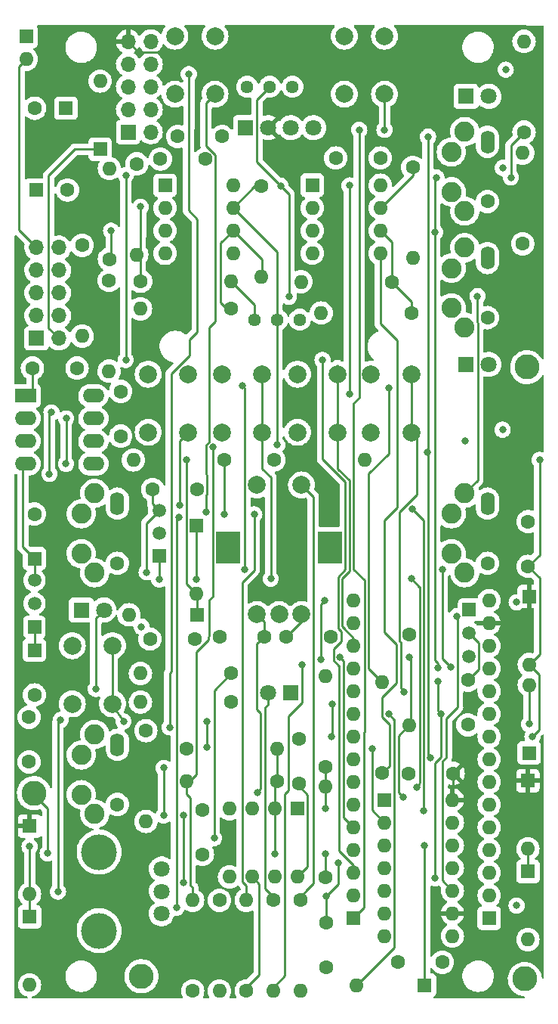
<source format=gbr>
%TF.GenerationSoftware,KiCad,Pcbnew,(6.0.1)*%
%TF.CreationDate,2023-01-27T16:35:44-08:00*%
%TF.ProjectId,Spankulator,5370616e-6b75-46c6-9174-6f722e6b6963,5.2*%
%TF.SameCoordinates,Original*%
%TF.FileFunction,Copper,L4,Bot*%
%TF.FilePolarity,Positive*%
%FSLAX46Y46*%
G04 Gerber Fmt 4.6, Leading zero omitted, Abs format (unit mm)*
G04 Created by KiCad (PCBNEW (6.0.1)) date 2023-01-27 16:35:44*
%MOMM*%
%LPD*%
G01*
G04 APERTURE LIST*
%TA.AperFunction,ComponentPad*%
%ADD10C,1.600000*%
%TD*%
%TA.AperFunction,ComponentPad*%
%ADD11R,1.600000X1.600000*%
%TD*%
%TA.AperFunction,ComponentPad*%
%ADD12O,1.600000X1.600000*%
%TD*%
%TA.AperFunction,ComponentPad*%
%ADD13R,1.800000X1.800000*%
%TD*%
%TA.AperFunction,ComponentPad*%
%ADD14C,1.800000*%
%TD*%
%TA.AperFunction,ComponentPad*%
%ADD15C,2.250000*%
%TD*%
%TA.AperFunction,ComponentPad*%
%ADD16O,1.600000X2.600000*%
%TD*%
%TA.AperFunction,ComponentPad*%
%ADD17C,2.000000*%
%TD*%
%TA.AperFunction,ComponentPad*%
%ADD18R,2.800000X3.600000*%
%TD*%
%TA.AperFunction,ComponentPad*%
%ADD19C,2.800000*%
%TD*%
%TA.AperFunction,WasherPad*%
%ADD20C,4.000000*%
%TD*%
%TA.AperFunction,ComponentPad*%
%ADD21R,2.400000X1.600000*%
%TD*%
%TA.AperFunction,ComponentPad*%
%ADD22O,2.400000X1.600000*%
%TD*%
%TA.AperFunction,ComponentPad*%
%ADD23R,1.500000X1.500000*%
%TD*%
%TA.AperFunction,ComponentPad*%
%ADD24C,1.500000*%
%TD*%
%TA.AperFunction,ComponentPad*%
%ADD25R,1.700000X1.700000*%
%TD*%
%TA.AperFunction,ComponentPad*%
%ADD26O,1.700000X1.700000*%
%TD*%
%TA.AperFunction,ComponentPad*%
%ADD27C,1.440000*%
%TD*%
%TA.AperFunction,ViaPad*%
%ADD28C,0.800000*%
%TD*%
%TA.AperFunction,Conductor*%
%ADD29C,0.250000*%
%TD*%
G04 APERTURE END LIST*
D10*
X96530000Y-54890000D03*
X91530000Y-54890000D03*
D11*
X88910000Y-57940000D03*
D12*
X88910000Y-60480000D03*
X88910000Y-63020000D03*
X88910000Y-65560000D03*
X96530000Y-65560000D03*
X96530000Y-63020000D03*
X96530000Y-60480000D03*
X96530000Y-57940000D03*
D11*
X61280000Y-49320000D03*
D10*
X57780000Y-49320000D03*
D11*
X57960000Y-58480000D03*
D10*
X61460000Y-58480000D03*
D13*
X106160000Y-48000000D03*
D14*
X108700000Y-48000000D03*
D13*
X63000000Y-105500000D03*
D14*
X65540000Y-105500000D03*
D15*
X64500000Y-101330000D03*
X64500000Y-92430000D03*
X63000000Y-99180000D03*
X63000000Y-94730000D03*
D16*
X67050000Y-93590000D03*
D10*
X67050000Y-100270000D03*
D15*
X106000000Y-60830000D03*
X106000000Y-51930000D03*
X104500000Y-58680000D03*
X104500000Y-54230000D03*
D16*
X108550000Y-53090000D03*
D10*
X108550000Y-59770000D03*
D15*
X106000000Y-73830000D03*
X106000000Y-64930000D03*
X104500000Y-71680000D03*
X104500000Y-67230000D03*
D16*
X108550000Y-66090000D03*
D10*
X108550000Y-72770000D03*
D15*
X106000000Y-101330000D03*
X106000000Y-92430000D03*
X104500000Y-99180000D03*
X104500000Y-94730000D03*
D16*
X108550000Y-93590000D03*
D10*
X108550000Y-100270000D03*
D15*
X64500000Y-128330000D03*
X64500000Y-119430000D03*
X63000000Y-126180000D03*
X63000000Y-121730000D03*
D16*
X67050000Y-120590000D03*
D10*
X67050000Y-127270000D03*
X79800000Y-112600000D03*
D12*
X69640000Y-112600000D03*
D10*
X96750000Y-123750000D03*
D12*
X96750000Y-113590000D03*
D10*
X79800000Y-115800000D03*
D12*
X69640000Y-115800000D03*
D10*
X69230000Y-55560000D03*
D12*
X69230000Y-65720000D03*
D10*
X100170000Y-55940000D03*
D12*
X100170000Y-66100000D03*
D17*
X82700000Y-91500000D03*
X87700000Y-91500000D03*
D18*
X90900000Y-98500000D03*
X79500000Y-98500000D03*
D17*
X82700000Y-106000000D03*
X87700000Y-106000000D03*
X85200000Y-106000000D03*
X62000000Y-116000000D03*
X62000000Y-109500000D03*
X66500000Y-109500000D03*
X66500000Y-116000000D03*
X87250000Y-85600000D03*
X87250000Y-79100000D03*
X91750000Y-85600000D03*
X91750000Y-79100000D03*
X70500000Y-79100000D03*
X70500000Y-85600000D03*
X75000000Y-85600000D03*
X75000000Y-79100000D03*
X78750000Y-79100000D03*
X78750000Y-85600000D03*
X83250000Y-85600000D03*
X83250000Y-79100000D03*
X95500000Y-85600000D03*
X95500000Y-79100000D03*
X100000000Y-79100000D03*
X100000000Y-85600000D03*
D19*
X69750000Y-146500000D03*
D11*
X97000000Y-126750000D03*
D12*
X97000000Y-129290000D03*
X97000000Y-131830000D03*
X97000000Y-134370000D03*
X97000000Y-136910000D03*
X97000000Y-139450000D03*
X97000000Y-141990000D03*
X104620000Y-141990000D03*
X104620000Y-139450000D03*
X104620000Y-136910000D03*
X104620000Y-134370000D03*
X104620000Y-131830000D03*
X104620000Y-129290000D03*
X104620000Y-126750000D03*
D17*
X92500000Y-41250000D03*
X92500000Y-47750000D03*
X97000000Y-47750000D03*
X97000000Y-41250000D03*
D10*
X70700000Y-108750000D03*
X75700000Y-108750000D03*
X104700000Y-123800000D03*
X99700000Y-123800000D03*
X78810000Y-52490000D03*
X73810000Y-52490000D03*
X76880000Y-55010000D03*
X71880000Y-55010000D03*
D13*
X106160000Y-78000000D03*
D14*
X108700000Y-78000000D03*
D13*
X81440000Y-51500000D03*
D14*
X83980000Y-51500000D03*
X86520000Y-51500000D03*
X89060000Y-51500000D03*
D17*
X73500000Y-41250000D03*
X73500000Y-47750000D03*
X78000000Y-47750000D03*
X78000000Y-41250000D03*
D13*
X86470000Y-114800000D03*
D14*
X83930000Y-114800000D03*
D10*
X84500000Y-138000000D03*
D12*
X84500000Y-148160000D03*
D10*
X90400000Y-123100000D03*
D12*
X90400000Y-112940000D03*
D10*
X74800000Y-121000000D03*
D12*
X84960000Y-121000000D03*
D10*
X85000000Y-124700000D03*
D12*
X74840000Y-124700000D03*
D10*
X90400000Y-135400000D03*
D12*
X90400000Y-125240000D03*
D10*
X81500000Y-148150000D03*
D12*
X81500000Y-137990000D03*
D10*
X78500000Y-138000000D03*
D12*
X78500000Y-148160000D03*
D20*
X65000000Y-132600000D03*
X65000000Y-141400000D03*
D14*
X72000000Y-134500000D03*
X72000000Y-137000000D03*
X72000000Y-139500000D03*
D10*
X87400000Y-124900000D03*
X87400000Y-119900000D03*
X86000000Y-108500000D03*
X91000000Y-108500000D03*
X83500000Y-108500000D03*
X78500000Y-108500000D03*
X57150000Y-117500000D03*
X57150000Y-122500000D03*
X87550000Y-138000000D03*
D12*
X87550000Y-148160000D03*
D10*
X79000000Y-88700000D03*
D12*
X68840000Y-88700000D03*
D11*
X72400000Y-57950000D03*
D12*
X72400000Y-60490000D03*
X72400000Y-63030000D03*
X72400000Y-65570000D03*
X80020000Y-65570000D03*
X80020000Y-63030000D03*
X80020000Y-60490000D03*
X80020000Y-57950000D03*
D11*
X87250000Y-127750000D03*
D12*
X84710000Y-127750000D03*
X82170000Y-127750000D03*
X79630000Y-127750000D03*
X79630000Y-135370000D03*
X82170000Y-135370000D03*
X84710000Y-135370000D03*
X87250000Y-135370000D03*
D10*
X112500000Y-64500000D03*
D12*
X112500000Y-54340000D03*
D19*
X113000000Y-78310000D03*
D10*
X76600000Y-132850000D03*
X76600000Y-127850000D03*
D11*
X113230000Y-121500000D03*
D12*
X113230000Y-113880000D03*
D11*
X101500000Y-147500000D03*
D12*
X93880000Y-147500000D03*
D10*
X79810000Y-71776000D03*
D12*
X69650000Y-71776000D03*
D10*
X69660000Y-68700000D03*
D12*
X79820000Y-68700000D03*
D10*
X83220000Y-58050000D03*
D12*
X83220000Y-68210000D03*
D10*
X97800000Y-68750000D03*
D12*
X87640000Y-68750000D03*
D10*
X57530000Y-78420000D03*
X62530000Y-78420000D03*
D21*
X56750000Y-81510000D03*
D22*
X56750000Y-84050000D03*
X56750000Y-86590000D03*
X56750000Y-89130000D03*
X64370000Y-89130000D03*
X64370000Y-86590000D03*
X64370000Y-84050000D03*
X64370000Y-81510000D03*
D11*
X113086000Y-124608000D03*
D12*
X113086000Y-132228000D03*
D11*
X113086000Y-134768000D03*
D12*
X113086000Y-142388000D03*
D11*
X75930000Y-96040000D03*
D12*
X75930000Y-103660000D03*
D11*
X75970000Y-106040000D03*
D12*
X68350000Y-106040000D03*
D11*
X113230000Y-103980000D03*
D12*
X113230000Y-111600000D03*
D10*
X84600000Y-88700000D03*
D12*
X94760000Y-88700000D03*
D23*
X57750000Y-107374999D03*
D24*
X57750000Y-104774999D03*
X57750000Y-102174999D03*
D11*
X57750000Y-110000000D03*
D10*
X57750000Y-115000000D03*
D11*
X57750000Y-99750000D03*
D10*
X57750000Y-94750000D03*
X90500000Y-140500000D03*
X90500000Y-145500000D03*
X75500000Y-148160000D03*
D12*
X75500000Y-138000000D03*
D10*
X112650000Y-52000000D03*
D12*
X112650000Y-41840000D03*
D10*
X70250000Y-119000000D03*
D12*
X70250000Y-129160000D03*
D19*
X57700000Y-126000000D03*
D10*
X66120000Y-68600000D03*
D12*
X66120000Y-78760000D03*
D10*
X66150000Y-66230000D03*
D12*
X66150000Y-56070000D03*
D10*
X63100000Y-64664000D03*
D12*
X63100000Y-74824000D03*
D19*
X112740000Y-146810000D03*
D11*
X57206000Y-139848000D03*
D12*
X57206000Y-147468000D03*
D10*
X103484800Y-144928000D03*
X98484800Y-144928000D03*
D11*
X57206000Y-129688000D03*
D12*
X57206000Y-137308000D03*
D23*
X71750000Y-99462000D03*
D24*
X71750000Y-96922000D03*
X71750000Y-94382000D03*
D10*
X113110000Y-100610000D03*
X113110000Y-95610000D03*
X71000000Y-92000000D03*
X76000000Y-92000000D03*
X67424000Y-81031200D03*
X67424000Y-86031200D03*
D11*
X65110000Y-53900000D03*
D12*
X65110000Y-46280000D03*
D10*
X106350000Y-113350000D03*
X106350000Y-118350000D03*
D23*
X106500000Y-105475000D03*
D24*
X106500000Y-108075000D03*
X106500000Y-110675000D03*
D10*
X99800000Y-108270000D03*
D12*
X99800000Y-118430000D03*
D11*
X56830000Y-41300000D03*
D12*
X56830000Y-43840000D03*
D10*
X100060000Y-72250000D03*
D12*
X89900000Y-72250000D03*
D25*
X57980000Y-75090000D03*
D26*
X60520000Y-75090000D03*
X57980000Y-72550000D03*
X60520000Y-72550000D03*
X57980000Y-70010000D03*
X60520000Y-70010000D03*
X57980000Y-67470000D03*
X60520000Y-67470000D03*
X57980000Y-64930000D03*
X60520000Y-64930000D03*
D27*
X81605000Y-46925000D03*
X84145000Y-46925000D03*
X86685000Y-46925000D03*
X87500000Y-73000000D03*
X84960000Y-73000000D03*
X82420000Y-73000000D03*
D25*
X68250000Y-52000000D03*
D26*
X70790000Y-52000000D03*
X68250000Y-49460000D03*
X70790000Y-49460000D03*
X68250000Y-46920000D03*
X70790000Y-46920000D03*
X68250000Y-44380000D03*
X70790000Y-44380000D03*
X68250000Y-41840000D03*
X70790000Y-41840000D03*
D11*
X93500000Y-140000000D03*
D12*
X93500000Y-137460000D03*
X93500000Y-134920000D03*
X93500000Y-132380000D03*
X93500000Y-129840000D03*
X93500000Y-127300000D03*
X93500000Y-124760000D03*
X93500000Y-122220000D03*
X93500000Y-119680000D03*
X93500000Y-117140000D03*
X93500000Y-114600000D03*
X93500000Y-112060000D03*
X93500000Y-109520000D03*
X93500000Y-106980000D03*
X93500000Y-104440000D03*
D11*
X108740000Y-140000000D03*
D12*
X108740000Y-137460000D03*
X108740000Y-134920000D03*
X108740000Y-132380000D03*
X108740000Y-129840000D03*
X108740000Y-127300000D03*
X108740000Y-124760000D03*
X108740000Y-122220000D03*
X108740000Y-119680000D03*
X108740000Y-117140000D03*
X108740000Y-114600000D03*
X108740000Y-112060000D03*
X108740000Y-109520000D03*
X108740000Y-106980000D03*
X108740000Y-104440000D03*
D28*
X93080000Y-57970000D03*
X93080000Y-81280000D03*
X102660000Y-63190000D03*
X80010000Y-42890000D03*
X112850000Y-81220000D03*
X67366000Y-90673600D03*
X106050000Y-86580000D03*
X75930000Y-102080000D03*
X71750000Y-102080000D03*
X61297010Y-89130000D03*
X61300000Y-84050000D03*
X59430000Y-90260000D03*
X59660000Y-83380000D03*
X99125000Y-126450000D03*
X99800000Y-110800000D03*
X64640001Y-114330001D03*
X95624999Y-121052000D03*
X69652000Y-60346000D03*
X85350000Y-58010000D03*
X86284999Y-70433801D03*
X107424999Y-70375801D03*
X82750000Y-125950000D03*
X92000000Y-110800000D03*
X90400000Y-127700000D03*
X90390000Y-132790000D03*
X84710000Y-132790000D03*
X101500000Y-131830000D03*
X74500000Y-128500000D03*
X72250000Y-128500000D03*
X72250000Y-123180001D03*
X74500000Y-136000000D03*
X82402000Y-94787600D03*
X79000000Y-94787600D03*
X69765401Y-107374999D03*
X59238000Y-132736000D03*
X90050000Y-77500000D03*
X67995001Y-56824999D03*
X67995001Y-77500000D03*
X74804999Y-88700000D03*
X103000000Y-113500000D03*
X103374999Y-117140000D03*
X102672000Y-135530000D03*
X91792999Y-133794999D03*
X90500000Y-137500000D03*
X84960000Y-87016000D03*
X77774998Y-87270000D03*
X97454999Y-80605001D03*
X66350000Y-63030000D03*
X57206000Y-131974000D03*
X77900000Y-131030001D03*
X100100001Y-94149999D03*
X74000000Y-93750000D03*
X101400000Y-128000000D03*
X100640000Y-125370000D03*
X84250000Y-102000000D03*
X100000000Y-102000000D03*
X81068999Y-80425001D03*
X103500000Y-101000000D03*
X104450000Y-111908000D03*
X81350000Y-101000000D03*
X113600000Y-119670000D03*
X114400000Y-88700000D03*
X75061411Y-45500000D03*
X72925000Y-118625000D03*
X113204999Y-118265001D03*
X97460000Y-117140000D03*
X110596800Y-45004400D03*
X111808999Y-138585001D03*
X111824999Y-104625001D03*
X102164000Y-122068000D03*
X101890001Y-52509999D03*
X101850000Y-87850000D03*
X110250000Y-85310000D03*
X110250000Y-56000000D03*
X97000000Y-51750000D03*
X94174000Y-51750000D03*
X73674999Y-138825001D03*
X77045001Y-94500000D03*
X73919200Y-95093200D03*
X67738095Y-117961905D03*
X77091667Y-117958333D03*
X77080000Y-120890000D03*
X91100000Y-119700000D03*
X91124999Y-116025001D03*
X99200000Y-114715001D03*
X102820000Y-57070000D03*
X103000000Y-112000000D03*
X111180000Y-57070000D03*
X105144999Y-106180001D03*
X87800000Y-111650000D03*
X89850000Y-111000000D03*
X90300000Y-104400000D03*
X60394345Y-137025655D03*
X60700000Y-117800000D03*
X70325000Y-101275000D03*
D29*
X100060000Y-71010000D02*
X97800000Y-68750000D01*
X100060000Y-72250000D02*
X100060000Y-71010000D01*
X93080000Y-81280000D02*
X93080000Y-57970000D01*
X102660000Y-63190000D02*
X102660000Y-111094315D01*
X100170000Y-56840000D02*
X100170000Y-55940000D01*
X96530000Y-60480000D02*
X100170000Y-56840000D01*
X98424521Y-94005479D02*
X96950000Y-95480000D01*
X98424521Y-75347811D02*
X98424521Y-94005479D01*
X96530000Y-73453290D02*
X98424521Y-75347811D01*
X96530000Y-65560000D02*
X96530000Y-73453290D01*
X96950000Y-95480000D02*
X96950000Y-107980000D01*
X97800000Y-64290000D02*
X96530000Y-63020000D01*
X97800000Y-68750000D02*
X97800000Y-64290000D01*
X104700000Y-123800000D02*
X104700000Y-126670000D01*
X69424511Y-43014511D02*
X79885489Y-43014511D01*
X79885489Y-43014511D02*
X80010000Y-42890000D01*
X104700000Y-126670000D02*
X104620000Y-126750000D01*
X68250000Y-41840000D02*
X69424511Y-43014511D01*
X56450000Y-89430000D02*
X56750000Y-89130000D01*
X61300000Y-84050000D02*
X61300000Y-89127010D01*
X57750000Y-99750000D02*
X57750000Y-102174999D01*
X75930000Y-96040000D02*
X75930000Y-97090000D01*
X57750000Y-99750000D02*
X56450000Y-98450000D01*
X75930000Y-97090000D02*
X75930000Y-102080000D01*
X71750000Y-99462000D02*
X71750000Y-102080000D01*
X56450000Y-98450000D02*
X56450000Y-89430000D01*
X98574521Y-125899521D02*
X98574521Y-125126457D01*
X98574521Y-125126457D02*
X98575489Y-125125489D01*
X59430000Y-83610000D02*
X59430000Y-90260000D01*
X88049999Y-134570001D02*
X87250000Y-135370000D01*
X87400000Y-125200000D02*
X88375001Y-126175001D01*
X98575489Y-119554511D02*
X99700000Y-118430000D01*
X59660000Y-83380000D02*
X59430000Y-83610000D01*
X99924511Y-110924511D02*
X99800000Y-110800000D01*
X99800000Y-118430000D02*
X99924511Y-118305489D01*
X88375001Y-134244999D02*
X88049999Y-134570001D01*
X99924511Y-118305489D02*
X99924511Y-110924511D01*
X99125000Y-126450000D02*
X98574521Y-125899521D01*
X98575489Y-125125489D02*
X98575489Y-119554511D01*
X88375001Y-126175001D02*
X88375001Y-134244999D01*
X65540000Y-105500000D02*
X64640001Y-106399999D01*
X64640001Y-106399999D02*
X64640001Y-114330001D01*
X95624999Y-127914999D02*
X95624999Y-121052000D01*
X97000000Y-129290000D02*
X95624999Y-127914999D01*
X69630000Y-65720000D02*
X69652000Y-60346000D01*
X69610000Y-68670000D02*
X69610000Y-65740000D01*
X69610000Y-65740000D02*
X69630000Y-65720000D01*
X86284999Y-70433801D02*
X86284999Y-58944999D01*
X86284999Y-58944999D02*
X85749999Y-58409999D01*
X106000000Y-92430000D02*
X107450001Y-90979999D01*
X107450001Y-90979999D02*
X107450001Y-73335003D01*
X107424999Y-73310001D02*
X107424999Y-70375801D01*
X85749999Y-58409999D02*
X85350000Y-58010000D01*
X82680000Y-48390000D02*
X82680000Y-55340000D01*
X107450001Y-73335003D02*
X107424999Y-73310001D01*
X84145000Y-46925000D02*
X82680000Y-48390000D01*
X82680000Y-55340000D02*
X85350000Y-58010000D01*
X82700001Y-116599999D02*
X83125001Y-117024999D01*
X82700001Y-109299999D02*
X83500000Y-108500000D01*
X83125001Y-125475001D02*
X82750000Y-125850002D01*
X83125001Y-117024999D02*
X83125001Y-125079997D01*
X82700001Y-109299999D02*
X82700001Y-116599999D01*
X83500000Y-108500000D02*
X83500000Y-106800000D01*
X83500000Y-106800000D02*
X82700000Y-106000000D01*
X82750000Y-125850002D02*
X82750000Y-125950000D01*
X83125001Y-125079997D02*
X83125001Y-125475001D01*
X87700000Y-106800000D02*
X87700000Y-106000000D01*
X93500000Y-129840000D02*
X92374999Y-128714999D01*
X86000000Y-108500000D02*
X87700000Y-106800000D01*
X92374999Y-128714999D02*
X92374999Y-111174999D01*
X92374999Y-111174999D02*
X92000000Y-110800000D01*
X83584999Y-116417793D02*
X83584999Y-136684999D01*
X83700001Y-136800001D02*
X84500000Y-137600000D01*
X83584999Y-136684999D02*
X83700001Y-136800001D01*
X83930000Y-116072792D02*
X83584999Y-116417793D01*
X83930000Y-114800000D02*
X83930000Y-116072792D01*
X90400000Y-123100000D02*
X90400000Y-125240000D01*
X90400000Y-125240000D02*
X90400000Y-127700000D01*
X85000000Y-125000000D02*
X85000000Y-121040000D01*
X84710000Y-127700000D02*
X84710000Y-132790000D01*
X84710000Y-127700000D02*
X84710000Y-125290000D01*
X90400000Y-135400000D02*
X90400000Y-132800000D01*
X85000000Y-121040000D02*
X84960000Y-121000000D01*
X84710000Y-125290000D02*
X85000000Y-125000000D01*
X82969999Y-136169999D02*
X82170000Y-135370000D01*
X82969999Y-146330001D02*
X82969999Y-136169999D01*
X81500000Y-147800000D02*
X82969999Y-146330001D01*
X101500000Y-147500000D02*
X101500000Y-131830000D01*
X72250000Y-123250000D02*
X72250000Y-128500000D01*
X74500000Y-128500000D02*
X74500000Y-136000000D01*
X81044999Y-104542000D02*
X81044999Y-119694999D01*
X81044999Y-135910001D02*
X81044999Y-119694999D01*
X79000000Y-88700000D02*
X79000000Y-94787600D01*
X81500000Y-137640000D02*
X81500000Y-136365002D01*
X81500000Y-136365002D02*
X81044999Y-135910001D01*
X81044999Y-102378003D02*
X81044999Y-104542000D01*
X82402000Y-101021002D02*
X81044999Y-102378003D01*
X82402000Y-94787600D02*
X82402000Y-101021002D01*
X57500000Y-126000000D02*
X59238000Y-127738000D01*
X57750000Y-107374999D02*
X57750000Y-110000000D01*
X59238000Y-127738000D02*
X59238000Y-132736000D01*
X67995001Y-77500000D02*
X67995001Y-56824999D01*
X90050000Y-88600623D02*
X90050000Y-77500000D01*
X92125001Y-107906413D02*
X91799990Y-107581402D01*
X91924989Y-132469991D02*
X91924989Y-111797991D01*
X91274999Y-109890003D02*
X92125001Y-109040001D01*
X93500000Y-134920000D02*
X93500000Y-134045002D01*
X92625001Y-100988589D02*
X92625001Y-91175624D01*
X91924989Y-111797991D02*
X91274999Y-111148001D01*
X91799991Y-101813599D02*
X92625001Y-100988589D01*
X91799990Y-107581402D02*
X91799991Y-101813599D01*
X92125001Y-109040001D02*
X92125001Y-107906413D01*
X91274999Y-111148001D02*
X91274999Y-109890003D01*
X93500000Y-134045002D02*
X91924989Y-132469991D01*
X92625001Y-91175624D02*
X90050000Y-88600623D01*
X79820000Y-68700000D02*
X82420000Y-71300000D01*
X82420000Y-71300000D02*
X82420000Y-73000000D01*
X57530000Y-80730000D02*
X56750000Y-81510000D01*
X57530000Y-78420000D02*
X57530000Y-80730000D01*
X75930000Y-103660000D02*
X74804999Y-102534999D01*
X75970000Y-106040000D02*
X75970000Y-103700000D01*
X74804999Y-102534999D02*
X74804999Y-88700000D01*
X103000000Y-113500000D02*
X103000000Y-116765001D01*
X113086000Y-132228000D02*
X113086000Y-134768000D01*
X103000000Y-116765001D02*
X103374999Y-117140000D01*
X103374999Y-121930003D02*
X102672000Y-122633002D01*
X102672000Y-122633002D02*
X102672000Y-135530000D01*
X103374999Y-117140000D02*
X103374999Y-121930003D01*
X91792999Y-136207001D02*
X90500000Y-137500000D01*
X88349999Y-136800001D02*
X87550000Y-137600000D01*
X89025001Y-136124999D02*
X88349999Y-136800001D01*
X87700000Y-91500000D02*
X89025001Y-92825001D01*
X89025001Y-92825001D02*
X89025001Y-136124999D01*
X90500000Y-140500000D02*
X90500000Y-137500000D01*
X91792999Y-133794999D02*
X91792999Y-136207001D01*
X75925001Y-123914999D02*
X75925001Y-110190001D01*
X74840000Y-126131370D02*
X74840000Y-125000000D01*
X84960000Y-65430000D02*
X84960000Y-73000000D01*
X77250000Y-108500000D02*
X77374999Y-108375001D01*
X75925001Y-110190001D02*
X77250000Y-108865002D01*
X75225001Y-126516371D02*
X74840000Y-126131370D01*
X80020000Y-60490000D02*
X84960000Y-65430000D01*
X75500000Y-137700000D02*
X75500000Y-136568630D01*
X82460000Y-58050000D02*
X83220000Y-58050000D01*
X80020000Y-60490000D02*
X82460000Y-58050000D01*
X75225001Y-136293631D02*
X75225001Y-126516371D01*
X77250000Y-108865002D02*
X77250000Y-108500000D01*
X77374999Y-104375001D02*
X77774998Y-103975002D01*
X77774998Y-103975002D02*
X77774998Y-87270000D01*
X75500000Y-136568630D02*
X75225001Y-136293631D01*
X77374999Y-108375001D02*
X77374999Y-104375001D01*
X84960000Y-73000000D02*
X84960000Y-87016000D01*
X74840000Y-125000000D02*
X75925001Y-123914999D01*
X97454999Y-87995001D02*
X97454999Y-80605001D01*
X95214999Y-90485001D02*
X95214999Y-90235001D01*
X95214999Y-90485001D02*
X95214999Y-112054999D01*
X95214999Y-112054999D02*
X96750000Y-113590000D01*
X95214999Y-90235001D02*
X97454999Y-87995001D01*
X66350000Y-65680000D02*
X66350000Y-63030000D01*
X57206000Y-137308000D02*
X57206000Y-139848000D01*
X57206000Y-131974000D02*
X57206000Y-137308000D01*
X79800000Y-112600000D02*
X77900000Y-114500000D01*
X77900000Y-114500000D02*
X77900000Y-131030001D01*
X100100001Y-94149999D02*
X101424989Y-95474987D01*
X74000001Y-86599999D02*
X75000000Y-85600000D01*
X74000000Y-93750000D02*
X74000001Y-86599999D01*
X101430000Y-128000000D02*
X101424989Y-95474987D01*
X100900000Y-125110000D02*
X100640000Y-125370000D01*
X100000000Y-102000000D02*
X100900000Y-102900000D01*
X84250000Y-90664213D02*
X83250000Y-89664213D01*
X84250000Y-102000000D02*
X84250000Y-90664213D01*
X100978715Y-116543349D02*
X100976620Y-102950015D01*
X100926605Y-102900000D02*
X100900000Y-102900000D01*
X100900000Y-124900000D02*
X100978715Y-124821285D01*
X83250000Y-86835787D02*
X83250000Y-79100000D01*
X100978715Y-124821285D02*
X100978715Y-116543349D01*
X100976620Y-102950015D02*
X100926605Y-102900000D01*
X83250000Y-89664213D02*
X83250000Y-86835787D01*
X100900000Y-124900000D02*
X100900000Y-125110000D01*
X62310000Y-53900000D02*
X59345489Y-56864511D01*
X60520000Y-75090000D02*
X59345489Y-73915489D01*
X65110000Y-53900000D02*
X62310000Y-53900000D01*
X59345489Y-73915489D02*
X59345489Y-56864511D01*
X56030001Y-44639999D02*
X56830000Y-43840000D01*
X57980000Y-64930000D02*
X56030001Y-62980001D01*
X56030001Y-62980001D02*
X56030001Y-44639999D01*
X81095001Y-80425001D02*
X81336000Y-80666000D01*
X103500000Y-110958000D02*
X104450000Y-111908000D01*
X81068999Y-80425001D02*
X81095001Y-80425001D01*
X81336000Y-80666000D02*
X81336000Y-81174000D01*
X81350000Y-101000000D02*
X81336000Y-81174000D01*
X103500000Y-101000000D02*
X103500000Y-110958000D01*
X114400000Y-110430000D02*
X113230000Y-111600000D01*
X114400000Y-99320000D02*
X113110000Y-100610000D01*
X114355001Y-112725001D02*
X114355001Y-118914999D01*
X114400000Y-101900000D02*
X114400000Y-110430000D01*
X114400000Y-88700000D02*
X114400000Y-99320000D01*
X114355001Y-118914999D02*
X113600000Y-119670000D01*
X113230000Y-111600000D02*
X114355001Y-112725001D01*
X113110000Y-100610000D02*
X114400000Y-101900000D01*
X113204999Y-118265001D02*
X113204999Y-113905001D01*
X75019511Y-60770087D02*
X75019511Y-51613311D01*
X72925000Y-112525000D02*
X72925000Y-118625000D01*
X76014511Y-61765087D02*
X76014511Y-74354489D01*
X76014511Y-74354489D02*
X75125001Y-75243999D01*
X93880000Y-147500000D02*
X98125001Y-143254999D01*
X73075001Y-112374999D02*
X72925000Y-112525000D01*
X75125001Y-75243999D02*
X75125001Y-77013997D01*
X75019511Y-51613311D02*
X75061411Y-51571411D01*
X75125001Y-77013997D02*
X73075001Y-79063997D01*
X98125001Y-143254999D02*
X98125001Y-117805001D01*
X75061411Y-45500000D02*
X75061411Y-51571411D01*
X98125001Y-117805001D02*
X97460000Y-117140000D01*
X76014511Y-61765087D02*
X75019511Y-60770087D01*
X73075001Y-79063997D02*
X73075001Y-112374999D01*
X101874999Y-90375001D02*
X101874999Y-61703409D01*
X101910000Y-121814000D02*
X102164000Y-122068000D01*
X101890001Y-61703409D02*
X101890001Y-53075684D01*
X101910000Y-121814000D02*
X101874999Y-90375001D01*
X101890001Y-53075684D02*
X101890001Y-52509999D01*
X94174000Y-51750000D02*
X94174000Y-81724999D01*
X94724979Y-138775021D02*
X93500000Y-140000000D01*
X93550000Y-82350000D02*
X93550000Y-100950000D01*
X97000000Y-47750000D02*
X97000000Y-51750000D01*
X94764990Y-119164990D02*
X94724979Y-119205001D01*
X93550000Y-100950000D02*
X94764990Y-102149992D01*
X94175001Y-81724999D02*
X93550000Y-82350000D01*
X94764990Y-102149992D02*
X94764990Y-119164990D01*
X94724979Y-119205001D02*
X94724979Y-138775021D01*
X77000000Y-53539700D02*
X78004511Y-54544211D01*
X77000000Y-48750000D02*
X77000000Y-53539700D01*
X73674999Y-138825001D02*
X73674999Y-95400000D01*
X77045001Y-92620001D02*
X77125001Y-92540001D01*
X73674999Y-95337401D02*
X73919200Y-95093200D01*
X78000000Y-47750000D02*
X77000000Y-48750000D01*
X77045001Y-90300000D02*
X77045001Y-86975383D01*
X77045001Y-94500000D02*
X77045001Y-92620001D01*
X77125001Y-92540001D02*
X77125001Y-90380000D01*
X77309511Y-86710873D02*
X77309511Y-73900489D01*
X77125001Y-90380000D02*
X77045001Y-90300000D01*
X73674999Y-95400000D02*
X73674999Y-95337401D01*
X78004511Y-73205489D02*
X77309511Y-73900489D01*
X78004511Y-54544211D02*
X78004511Y-73205489D01*
X77045001Y-86975383D02*
X77309511Y-86710873D01*
X66500000Y-116000000D02*
X66500000Y-116200000D01*
X66500000Y-116200000D02*
X67738095Y-117961905D01*
X77080000Y-120890000D02*
X77080000Y-117970000D01*
X66500000Y-116000000D02*
X66500000Y-109500000D01*
X98350000Y-113655002D02*
X98350000Y-109380000D01*
X97549999Y-118303001D02*
X96734999Y-117488001D01*
X97549999Y-122950001D02*
X97549999Y-118303001D01*
X98350000Y-109380000D02*
X96950000Y-107980000D01*
X96750000Y-123750000D02*
X97549999Y-122950001D01*
X96734999Y-117488001D02*
X96734999Y-115270003D01*
X96734999Y-115270003D02*
X98350000Y-113655002D01*
X91124999Y-119675001D02*
X91100000Y-119700000D01*
X91124999Y-116025001D02*
X91124999Y-119675001D01*
X100000000Y-85600000D02*
X100000000Y-79100000D01*
X98675489Y-94549897D02*
X100614511Y-92610875D01*
X98675489Y-108975489D02*
X98675489Y-94549897D01*
X100614511Y-92610875D02*
X100614511Y-86214511D01*
X98825009Y-109125009D02*
X98675489Y-108975489D01*
X99200000Y-114600000D02*
X98825009Y-114225009D01*
X98825009Y-114225009D02*
X98825009Y-109125009D01*
X100614511Y-86214511D02*
X100000000Y-85600000D01*
X103000000Y-111434315D02*
X103000000Y-112000000D01*
X111180000Y-53470000D02*
X112650000Y-52000000D01*
X102820000Y-57070000D02*
X102660000Y-57230000D01*
X102660000Y-111094315D02*
X103000000Y-111434315D01*
X102660000Y-57230000D02*
X102660000Y-63190000D01*
X111180000Y-57070000D02*
X111180000Y-53470000D01*
X92250000Y-107350000D02*
X92374999Y-107474999D01*
X91750000Y-89664213D02*
X93075011Y-90989224D01*
X91750000Y-84600000D02*
X91750000Y-89664213D01*
X93075011Y-90989224D02*
X93075011Y-101174989D01*
X91750000Y-84600000D02*
X91750000Y-78100000D01*
X93075011Y-101174989D02*
X92250000Y-102000000D01*
X93500000Y-108645002D02*
X93500000Y-109520000D01*
X92250000Y-102000000D02*
X92250000Y-107350000D01*
X92374999Y-107474999D02*
X92374999Y-107520001D01*
X92374999Y-107520001D02*
X93500000Y-108645002D01*
X103494999Y-122446413D02*
X103942000Y-121999412D01*
X105200000Y-116388001D02*
X105200000Y-111388000D01*
X103942000Y-121999412D02*
X103942000Y-117646001D01*
X104620000Y-136910000D02*
X103494999Y-135784999D01*
X105200000Y-106180001D02*
X105200000Y-111388000D01*
X103494999Y-135784999D02*
X103494999Y-122446413D01*
X103942000Y-117646001D02*
X105200000Y-116388001D01*
X86274999Y-117380003D02*
X87800000Y-115855002D01*
X84500000Y-147760000D02*
X85835001Y-146424999D01*
X89850000Y-111000000D02*
X89850000Y-104850000D01*
X84450010Y-147809990D02*
X84500000Y-147760000D01*
X89850000Y-104850000D02*
X90300000Y-104400000D01*
X85835001Y-146424999D02*
X85835001Y-126114999D01*
X87800000Y-115855002D02*
X87800000Y-111650000D01*
X85835001Y-126114999D02*
X86274999Y-125675001D01*
X86274999Y-125675001D02*
X86274999Y-117380003D01*
X60394345Y-137025655D02*
X60374999Y-118125001D01*
X60374999Y-118125001D02*
X60700000Y-117800000D01*
X71750000Y-94382000D02*
X70325000Y-95807000D01*
X70325000Y-95807000D02*
X70325000Y-101275000D01*
X71000000Y-93632000D02*
X71750000Y-94382000D01*
X71000000Y-92000000D02*
X71000000Y-93632000D01*
X107574511Y-109149511D02*
X107574511Y-112125489D01*
X106500000Y-108075000D02*
X107574511Y-109149511D01*
X107574511Y-112125489D02*
X106350000Y-113350000D01*
X83250000Y-68336000D02*
X83250000Y-67910000D01*
X78644999Y-64405001D02*
X78644999Y-71104999D01*
X80020000Y-63030000D02*
X83250000Y-66260000D01*
X78644999Y-71104999D02*
X79010001Y-71470001D01*
X83250000Y-66260000D02*
X83250000Y-67910000D01*
X80020000Y-63030000D02*
X78644999Y-64405001D01*
X79010001Y-71470001D02*
X79810000Y-72270000D01*
%TA.AperFunction,Conductor*%
G36*
X72371765Y-40028002D02*
G01*
X72418258Y-40081658D01*
X72428362Y-40151932D01*
X72399455Y-40215831D01*
X72275824Y-40360584D01*
X72273245Y-40364792D01*
X72273241Y-40364798D01*
X72176865Y-40522069D01*
X72151760Y-40563037D01*
X72149867Y-40567607D01*
X72149865Y-40567611D01*
X72077767Y-40741673D01*
X72060895Y-40782406D01*
X72045417Y-40846876D01*
X72033694Y-40895707D01*
X71998342Y-40957276D01*
X71935315Y-40989959D01*
X71864624Y-40983379D01*
X71817982Y-40951093D01*
X71723152Y-40846876D01*
X71723142Y-40846867D01*
X71719670Y-40843051D01*
X71715619Y-40839852D01*
X71715615Y-40839848D01*
X71548414Y-40707800D01*
X71548410Y-40707798D01*
X71544359Y-40704598D01*
X71536304Y-40700151D01*
X71492136Y-40675769D01*
X71348789Y-40596638D01*
X71343920Y-40594914D01*
X71343916Y-40594912D01*
X71143087Y-40523795D01*
X71143083Y-40523794D01*
X71138212Y-40522069D01*
X71133119Y-40521162D01*
X71133116Y-40521161D01*
X70923373Y-40483800D01*
X70923367Y-40483799D01*
X70918284Y-40482894D01*
X70844452Y-40481992D01*
X70700081Y-40480228D01*
X70700079Y-40480228D01*
X70694911Y-40480165D01*
X70474091Y-40513955D01*
X70261756Y-40583357D01*
X70063607Y-40686507D01*
X70059474Y-40689610D01*
X70059471Y-40689612D01*
X69959715Y-40764511D01*
X69884965Y-40820635D01*
X69859541Y-40847240D01*
X69798925Y-40910671D01*
X69730629Y-40982138D01*
X69727715Y-40986410D01*
X69727714Y-40986411D01*
X69622898Y-41140066D01*
X69567987Y-41185069D01*
X69497462Y-41193240D01*
X69433715Y-41161986D01*
X69413018Y-41137502D01*
X69332426Y-41012926D01*
X69326136Y-41004757D01*
X69182806Y-40847240D01*
X69175273Y-40840215D01*
X69008139Y-40708222D01*
X68999552Y-40702517D01*
X68813117Y-40599599D01*
X68803705Y-40595369D01*
X68602959Y-40524280D01*
X68592988Y-40521646D01*
X68521837Y-40508972D01*
X68508540Y-40510432D01*
X68504000Y-40524989D01*
X68504000Y-41968000D01*
X68483998Y-42036121D01*
X68430342Y-42082614D01*
X68378000Y-42094000D01*
X66933225Y-42094000D01*
X66919694Y-42097973D01*
X66918257Y-42107966D01*
X66948565Y-42242446D01*
X66951645Y-42252275D01*
X67031770Y-42449603D01*
X67036413Y-42458794D01*
X67147694Y-42640388D01*
X67153777Y-42648699D01*
X67293213Y-42809667D01*
X67300580Y-42816883D01*
X67464434Y-42952916D01*
X67472881Y-42958831D01*
X67541969Y-42999203D01*
X67590693Y-43050842D01*
X67603764Y-43120625D01*
X67577033Y-43186396D01*
X67536584Y-43219752D01*
X67523607Y-43226507D01*
X67519474Y-43229610D01*
X67519471Y-43229612D01*
X67495247Y-43247800D01*
X67344965Y-43360635D01*
X67190629Y-43522138D01*
X67187720Y-43526403D01*
X67187714Y-43526411D01*
X67125650Y-43617393D01*
X67064743Y-43706680D01*
X67022941Y-43796736D01*
X67005400Y-43834525D01*
X66970688Y-43909305D01*
X66910989Y-44124570D01*
X66887251Y-44346695D01*
X66887548Y-44351848D01*
X66887548Y-44351851D01*
X66895615Y-44491762D01*
X66900110Y-44569715D01*
X66901247Y-44574761D01*
X66901248Y-44574767D01*
X66913968Y-44631206D01*
X66949222Y-44787639D01*
X67033266Y-44994616D01*
X67080663Y-45071961D01*
X67147291Y-45180688D01*
X67149987Y-45185088D01*
X67296250Y-45353938D01*
X67468126Y-45496632D01*
X67534857Y-45535626D01*
X67541445Y-45539476D01*
X67590169Y-45591114D01*
X67603240Y-45660897D01*
X67576509Y-45726669D01*
X67536055Y-45760027D01*
X67523607Y-45766507D01*
X67519474Y-45769610D01*
X67519471Y-45769612D01*
X67376072Y-45877279D01*
X67344965Y-45900635D01*
X67333244Y-45912900D01*
X67210020Y-46041847D01*
X67190629Y-46062138D01*
X67064743Y-46246680D01*
X67049003Y-46280590D01*
X66975454Y-46439038D01*
X66970688Y-46449305D01*
X66910989Y-46664570D01*
X66887251Y-46886695D01*
X66887548Y-46891848D01*
X66887548Y-46891851D01*
X66897175Y-47058817D01*
X66900110Y-47109715D01*
X66901247Y-47114761D01*
X66901248Y-47114767D01*
X66911249Y-47159144D01*
X66949222Y-47327639D01*
X66987461Y-47421811D01*
X67026610Y-47518223D01*
X67033266Y-47534616D01*
X67084942Y-47618944D01*
X67147291Y-47720688D01*
X67149987Y-47725088D01*
X67296250Y-47893938D01*
X67468126Y-48036632D01*
X67516602Y-48064959D01*
X67541445Y-48079476D01*
X67590169Y-48131114D01*
X67603240Y-48200897D01*
X67576509Y-48266669D01*
X67536055Y-48300027D01*
X67529159Y-48303617D01*
X67523607Y-48306507D01*
X67519474Y-48309610D01*
X67519471Y-48309612D01*
X67349100Y-48437530D01*
X67344965Y-48440635D01*
X67190629Y-48602138D01*
X67187720Y-48606403D01*
X67187714Y-48606411D01*
X67145539Y-48668238D01*
X67064743Y-48786680D01*
X67025716Y-48870757D01*
X66976512Y-48976759D01*
X66970688Y-48989305D01*
X66910989Y-49204570D01*
X66910440Y-49209707D01*
X66909456Y-49218913D01*
X66887251Y-49426695D01*
X66887548Y-49431848D01*
X66887548Y-49431851D01*
X66893011Y-49526590D01*
X66900110Y-49649715D01*
X66901247Y-49654761D01*
X66901248Y-49654767D01*
X66921119Y-49742939D01*
X66949222Y-49867639D01*
X67033266Y-50074616D01*
X67079084Y-50149385D01*
X67147291Y-50260688D01*
X67149987Y-50265088D01*
X67296250Y-50433938D01*
X67300230Y-50437242D01*
X67304981Y-50441187D01*
X67344616Y-50500090D01*
X67346113Y-50571071D01*
X67308997Y-50631593D01*
X67268725Y-50656112D01*
X67187660Y-50686502D01*
X67153295Y-50699385D01*
X67036739Y-50786739D01*
X66949385Y-50903295D01*
X66898255Y-51039684D01*
X66891500Y-51101866D01*
X66891500Y-52898134D01*
X66898255Y-52960316D01*
X66949385Y-53096705D01*
X67036739Y-53213261D01*
X67153295Y-53300615D01*
X67289684Y-53351745D01*
X67351866Y-53358500D01*
X69148134Y-53358500D01*
X69210316Y-53351745D01*
X69346705Y-53300615D01*
X69463261Y-53213261D01*
X69550615Y-53096705D01*
X69565080Y-53058120D01*
X69594598Y-52979382D01*
X69637240Y-52922618D01*
X69703802Y-52897918D01*
X69773150Y-52913126D01*
X69807817Y-52941114D01*
X69836250Y-52973938D01*
X70008126Y-53116632D01*
X70201000Y-53229338D01*
X70205825Y-53231180D01*
X70205826Y-53231181D01*
X70261406Y-53252405D01*
X70409692Y-53309030D01*
X70414760Y-53310061D01*
X70414763Y-53310062D01*
X70522017Y-53331883D01*
X70628597Y-53353567D01*
X70633772Y-53353757D01*
X70633774Y-53353757D01*
X70846673Y-53361564D01*
X70846677Y-53361564D01*
X70851837Y-53361753D01*
X70856957Y-53361097D01*
X70856959Y-53361097D01*
X71068288Y-53334025D01*
X71068289Y-53334025D01*
X71073416Y-53333368D01*
X71078366Y-53331883D01*
X71282429Y-53270661D01*
X71282434Y-53270659D01*
X71287384Y-53269174D01*
X71487994Y-53170896D01*
X71669860Y-53041173D01*
X71676557Y-53034500D01*
X71798355Y-52913126D01*
X71828096Y-52883489D01*
X71848652Y-52854883D01*
X71955435Y-52706277D01*
X71958453Y-52702077D01*
X71972558Y-52673539D01*
X72055136Y-52506453D01*
X72055137Y-52506451D01*
X72057430Y-52501811D01*
X72112647Y-52320071D01*
X72120865Y-52293023D01*
X72120865Y-52293021D01*
X72122370Y-52288069D01*
X72151529Y-52066590D01*
X72151611Y-52063240D01*
X72153074Y-52003365D01*
X72153074Y-52003361D01*
X72153156Y-52000000D01*
X72134852Y-51777361D01*
X72080431Y-51560702D01*
X71991354Y-51355840D01*
X71924360Y-51252283D01*
X71872822Y-51172617D01*
X71872820Y-51172614D01*
X71870014Y-51168277D01*
X71719670Y-51003051D01*
X71715619Y-50999852D01*
X71715615Y-50999848D01*
X71548414Y-50867800D01*
X71548410Y-50867798D01*
X71544359Y-50864598D01*
X71503053Y-50841796D01*
X71453084Y-50791364D01*
X71438312Y-50721921D01*
X71463428Y-50655516D01*
X71490780Y-50628909D01*
X71534603Y-50597650D01*
X71669860Y-50501173D01*
X71700961Y-50470181D01*
X71751209Y-50420107D01*
X71828096Y-50343489D01*
X71851274Y-50311234D01*
X71955435Y-50166277D01*
X71958453Y-50162077D01*
X71972755Y-50133140D01*
X72055136Y-49966453D01*
X72055137Y-49966451D01*
X72057430Y-49961811D01*
X72122370Y-49748069D01*
X72151529Y-49526590D01*
X72153156Y-49460000D01*
X72134852Y-49237361D01*
X72080431Y-49020702D01*
X71991354Y-48815840D01*
X71940890Y-48737835D01*
X71872822Y-48632617D01*
X71872820Y-48632614D01*
X71870014Y-48628277D01*
X71719670Y-48463051D01*
X71715619Y-48459852D01*
X71715615Y-48459848D01*
X71548414Y-48327800D01*
X71548410Y-48327798D01*
X71544359Y-48324598D01*
X71503053Y-48301796D01*
X71453084Y-48251364D01*
X71438312Y-48181921D01*
X71463428Y-48115516D01*
X71490780Y-48088909D01*
X71557782Y-48041117D01*
X71669860Y-47961173D01*
X71673517Y-47957529D01*
X71673523Y-47957524D01*
X71786039Y-47845401D01*
X71848410Y-47811485D01*
X71919217Y-47816674D01*
X71975978Y-47859320D01*
X72000590Y-47924766D01*
X72005465Y-47986711D01*
X72006619Y-47991518D01*
X72006620Y-47991524D01*
X72035301Y-48110989D01*
X72060895Y-48217594D01*
X72062788Y-48222165D01*
X72062789Y-48222167D01*
X72146788Y-48424959D01*
X72151760Y-48436963D01*
X72154346Y-48441183D01*
X72273241Y-48635202D01*
X72273245Y-48635208D01*
X72275824Y-48639416D01*
X72430031Y-48819969D01*
X72610584Y-48974176D01*
X72614792Y-48976755D01*
X72614798Y-48976759D01*
X72733672Y-49049605D01*
X72813037Y-49098240D01*
X72817607Y-49100133D01*
X72817611Y-49100135D01*
X73027833Y-49187211D01*
X73032406Y-49189105D01*
X73112609Y-49208360D01*
X73258476Y-49243380D01*
X73258482Y-49243381D01*
X73263289Y-49244535D01*
X73500000Y-49263165D01*
X73736711Y-49244535D01*
X73741518Y-49243381D01*
X73741524Y-49243380D01*
X73887391Y-49208360D01*
X73967594Y-49189105D01*
X73972167Y-49187211D01*
X74182389Y-49100135D01*
X74182393Y-49100133D01*
X74186963Y-49098240D01*
X74236075Y-49068144D01*
X74304609Y-49049605D01*
X74372286Y-49071061D01*
X74417619Y-49125700D01*
X74427911Y-49175576D01*
X74427911Y-51137669D01*
X74407909Y-51205790D01*
X74354253Y-51252283D01*
X74283979Y-51262387D01*
X74261389Y-51256716D01*
X74259243Y-51255716D01*
X74253935Y-51254294D01*
X74253933Y-51254293D01*
X74043402Y-51197881D01*
X74043400Y-51197881D01*
X74038087Y-51196457D01*
X73810000Y-51176502D01*
X73581913Y-51196457D01*
X73576600Y-51197881D01*
X73576598Y-51197881D01*
X73366067Y-51254293D01*
X73366065Y-51254294D01*
X73360757Y-51255716D01*
X73355776Y-51258039D01*
X73355775Y-51258039D01*
X73158238Y-51350151D01*
X73158233Y-51350154D01*
X73153251Y-51352477D01*
X73058122Y-51419087D01*
X72970211Y-51480643D01*
X72970208Y-51480645D01*
X72965700Y-51483802D01*
X72803802Y-51645700D01*
X72800645Y-51650208D01*
X72800643Y-51650211D01*
X72778685Y-51681570D01*
X72672477Y-51833251D01*
X72670154Y-51838233D01*
X72670151Y-51838238D01*
X72583100Y-52024922D01*
X72575716Y-52040757D01*
X72574294Y-52046065D01*
X72574293Y-52046067D01*
X72520792Y-52245734D01*
X72516457Y-52261913D01*
X72496502Y-52490000D01*
X72516457Y-52718087D01*
X72517881Y-52723400D01*
X72517881Y-52723402D01*
X72568072Y-52910714D01*
X72575716Y-52939243D01*
X72578039Y-52944224D01*
X72578039Y-52944225D01*
X72670151Y-53141762D01*
X72670154Y-53141767D01*
X72672477Y-53146749D01*
X72722817Y-53218642D01*
X72792400Y-53318016D01*
X72803802Y-53334300D01*
X72965700Y-53496198D01*
X72970208Y-53499355D01*
X72970211Y-53499357D01*
X73040775Y-53548766D01*
X73153251Y-53627523D01*
X73158233Y-53629846D01*
X73158238Y-53629849D01*
X73355775Y-53721961D01*
X73360757Y-53724284D01*
X73366065Y-53725706D01*
X73366067Y-53725707D01*
X73576598Y-53782119D01*
X73576600Y-53782119D01*
X73581913Y-53783543D01*
X73810000Y-53803498D01*
X74038087Y-53783543D01*
X74227401Y-53732816D01*
X74298376Y-53734506D01*
X74357172Y-53774300D01*
X74385120Y-53839564D01*
X74386011Y-53854523D01*
X74386011Y-60691320D01*
X74385484Y-60702503D01*
X74383809Y-60709996D01*
X74384058Y-60717922D01*
X74384058Y-60717923D01*
X74385949Y-60778073D01*
X74386011Y-60782032D01*
X74386011Y-60809943D01*
X74386508Y-60813877D01*
X74386508Y-60813878D01*
X74386516Y-60813943D01*
X74387449Y-60825780D01*
X74388838Y-60869976D01*
X74394040Y-60887880D01*
X74394489Y-60889426D01*
X74398498Y-60908787D01*
X74401037Y-60928884D01*
X74403956Y-60936255D01*
X74403956Y-60936257D01*
X74417315Y-60969999D01*
X74421160Y-60981229D01*
X74425798Y-60997192D01*
X74433493Y-61023680D01*
X74437526Y-61030499D01*
X74437528Y-61030504D01*
X74443804Y-61041115D01*
X74452499Y-61058863D01*
X74459959Y-61077704D01*
X74464621Y-61084120D01*
X74464621Y-61084121D01*
X74485947Y-61113474D01*
X74492463Y-61123394D01*
X74514969Y-61161449D01*
X74529290Y-61175770D01*
X74542130Y-61190803D01*
X74554039Y-61207194D01*
X74560145Y-61212245D01*
X74588116Y-61235385D01*
X74596895Y-61243375D01*
X75344106Y-61990586D01*
X75378132Y-62052898D01*
X75381011Y-62079681D01*
X75381011Y-74039894D01*
X75361009Y-74108015D01*
X75344106Y-74128990D01*
X74838042Y-74635053D01*
X74775730Y-74669078D01*
X74704914Y-74664013D01*
X74668377Y-74642831D01*
X74657158Y-74633500D01*
X74574030Y-74564363D01*
X74440113Y-74483100D01*
X74354578Y-74431196D01*
X74354574Y-74431194D01*
X74350581Y-74428771D01*
X74109545Y-74327697D01*
X73856217Y-74263359D01*
X73851566Y-74262891D01*
X73851562Y-74262890D01*
X73642271Y-74241816D01*
X73639133Y-74241500D01*
X73483646Y-74241500D01*
X73481321Y-74241673D01*
X73481315Y-74241673D01*
X73294000Y-74255593D01*
X73293996Y-74255594D01*
X73289348Y-74255939D01*
X73284800Y-74256968D01*
X73284794Y-74256969D01*
X73098399Y-74299147D01*
X73034423Y-74313623D01*
X73030071Y-74315315D01*
X73030069Y-74315316D01*
X72795176Y-74406660D01*
X72795173Y-74406661D01*
X72790823Y-74408353D01*
X72563902Y-74538049D01*
X72358643Y-74699862D01*
X72179557Y-74890237D01*
X72100334Y-75004436D01*
X72038050Y-75094218D01*
X72030576Y-75104991D01*
X72028510Y-75109181D01*
X72028508Y-75109184D01*
X71922348Y-75324457D01*
X71914975Y-75339407D01*
X71913553Y-75343850D01*
X71913552Y-75343852D01*
X71880463Y-75447223D01*
X71835293Y-75588335D01*
X71793279Y-75846307D01*
X71791812Y-75958366D01*
X71790486Y-76059707D01*
X71789858Y-76107655D01*
X71825104Y-76366638D01*
X71898243Y-76617567D01*
X72007668Y-76854928D01*
X72010231Y-76858837D01*
X72148410Y-77069596D01*
X72148414Y-77069601D01*
X72150976Y-77073509D01*
X72325018Y-77268506D01*
X72525970Y-77435637D01*
X72529973Y-77438066D01*
X72745422Y-77568804D01*
X72745426Y-77568806D01*
X72749419Y-77571229D01*
X72990455Y-77672303D01*
X73034732Y-77683548D01*
X73238497Y-77735299D01*
X73299598Y-77771454D01*
X73331452Y-77834903D01*
X73323947Y-77905502D01*
X73296576Y-77946517D01*
X72682748Y-78560345D01*
X72674462Y-78567885D01*
X72667983Y-78571997D01*
X72662558Y-78577774D01*
X72621358Y-78621648D01*
X72618603Y-78624490D01*
X72598866Y-78644227D01*
X72596386Y-78647424D01*
X72588683Y-78656444D01*
X72558415Y-78688676D01*
X72554596Y-78695622D01*
X72554594Y-78695625D01*
X72548653Y-78706431D01*
X72537802Y-78722950D01*
X72525387Y-78738956D01*
X72522242Y-78746225D01*
X72522239Y-78746229D01*
X72507827Y-78779534D01*
X72502610Y-78790184D01*
X72481306Y-78828937D01*
X72479335Y-78836612D01*
X72479335Y-78836613D01*
X72476268Y-78848559D01*
X72469864Y-78867263D01*
X72461820Y-78885852D01*
X72460581Y-78893675D01*
X72460578Y-78893685D01*
X72454902Y-78929521D01*
X72452496Y-78941141D01*
X72441501Y-78983967D01*
X72441501Y-79004221D01*
X72439950Y-79023931D01*
X72436781Y-79043940D01*
X72437527Y-79051832D01*
X72440942Y-79087958D01*
X72441501Y-79099816D01*
X72441501Y-91426785D01*
X72421499Y-91494906D01*
X72367843Y-91541399D01*
X72297569Y-91551503D01*
X72232989Y-91522009D01*
X72201306Y-91480035D01*
X72139849Y-91348238D01*
X72139846Y-91348233D01*
X72137523Y-91343251D01*
X72034022Y-91195437D01*
X72009357Y-91160211D01*
X72009355Y-91160208D01*
X72006198Y-91155700D01*
X71844300Y-90993802D01*
X71839792Y-90990645D01*
X71839789Y-90990643D01*
X71698716Y-90891863D01*
X71656749Y-90862477D01*
X71651767Y-90860154D01*
X71651762Y-90860151D01*
X71454225Y-90768039D01*
X71454224Y-90768039D01*
X71449243Y-90765716D01*
X71443935Y-90764294D01*
X71443933Y-90764293D01*
X71233402Y-90707881D01*
X71233400Y-90707881D01*
X71228087Y-90706457D01*
X71000000Y-90686502D01*
X70771913Y-90706457D01*
X70766600Y-90707881D01*
X70766598Y-90707881D01*
X70556067Y-90764293D01*
X70556065Y-90764294D01*
X70550757Y-90765716D01*
X70545776Y-90768039D01*
X70545775Y-90768039D01*
X70348238Y-90860151D01*
X70348233Y-90860154D01*
X70343251Y-90862477D01*
X70301284Y-90891863D01*
X70160211Y-90990643D01*
X70160208Y-90990645D01*
X70155700Y-90993802D01*
X69993802Y-91155700D01*
X69990645Y-91160208D01*
X69990643Y-91160211D01*
X69965978Y-91195437D01*
X69862477Y-91343251D01*
X69860154Y-91348233D01*
X69860151Y-91348238D01*
X69791683Y-91495070D01*
X69765716Y-91550757D01*
X69764294Y-91556065D01*
X69764293Y-91556067D01*
X69711326Y-91753741D01*
X69706457Y-91771913D01*
X69686502Y-92000000D01*
X69706457Y-92228087D01*
X69707881Y-92233400D01*
X69707881Y-92233402D01*
X69761535Y-92433638D01*
X69765716Y-92449243D01*
X69768039Y-92454224D01*
X69768039Y-92454225D01*
X69860151Y-92651762D01*
X69860154Y-92651767D01*
X69862477Y-92656749D01*
X69905011Y-92717494D01*
X69982015Y-92827466D01*
X69993802Y-92844300D01*
X70155700Y-93006198D01*
X70160208Y-93009355D01*
X70160211Y-93009357D01*
X70312771Y-93116181D01*
X70357099Y-93171638D01*
X70366500Y-93219394D01*
X70366500Y-93553233D01*
X70365973Y-93564416D01*
X70364298Y-93571909D01*
X70364547Y-93579835D01*
X70364547Y-93579836D01*
X70366438Y-93639986D01*
X70366500Y-93643945D01*
X70366500Y-93671856D01*
X70366997Y-93675790D01*
X70366997Y-93675791D01*
X70367005Y-93675856D01*
X70367938Y-93687693D01*
X70369327Y-93731889D01*
X70374978Y-93751339D01*
X70378987Y-93770700D01*
X70381526Y-93790797D01*
X70384445Y-93798168D01*
X70384445Y-93798170D01*
X70397804Y-93831912D01*
X70401649Y-93843142D01*
X70411771Y-93877983D01*
X70413982Y-93885593D01*
X70418015Y-93892412D01*
X70418017Y-93892417D01*
X70424293Y-93903028D01*
X70432988Y-93920776D01*
X70440448Y-93939617D01*
X70445110Y-93946033D01*
X70445110Y-93946034D01*
X70466436Y-93975387D01*
X70472952Y-93985307D01*
X70473635Y-93986461D01*
X70493639Y-94020286D01*
X70495458Y-94023362D01*
X70494962Y-94023655D01*
X70518877Y-94084568D01*
X70515077Y-94128321D01*
X70507310Y-94157308D01*
X70507308Y-94157317D01*
X70505885Y-94162629D01*
X70486693Y-94382000D01*
X70505885Y-94601371D01*
X70507309Y-94606685D01*
X70514284Y-94632717D01*
X70512594Y-94703694D01*
X70481672Y-94754423D01*
X69932747Y-95303348D01*
X69924461Y-95310888D01*
X69917982Y-95315000D01*
X69912557Y-95320777D01*
X69871357Y-95364651D01*
X69868602Y-95367493D01*
X69848865Y-95387230D01*
X69846385Y-95390427D01*
X69838682Y-95399447D01*
X69808414Y-95431679D01*
X69804595Y-95438625D01*
X69804593Y-95438628D01*
X69798652Y-95449434D01*
X69787801Y-95465953D01*
X69775386Y-95481959D01*
X69772241Y-95489228D01*
X69772238Y-95489232D01*
X69757826Y-95522537D01*
X69752609Y-95533187D01*
X69731305Y-95571940D01*
X69729334Y-95579615D01*
X69729334Y-95579616D01*
X69726267Y-95591562D01*
X69719863Y-95610266D01*
X69711819Y-95628855D01*
X69710580Y-95636678D01*
X69710577Y-95636688D01*
X69704901Y-95672524D01*
X69702495Y-95684144D01*
X69695152Y-95712747D01*
X69691500Y-95726970D01*
X69691500Y-95747224D01*
X69689949Y-95766934D01*
X69686780Y-95786943D01*
X69687526Y-95794835D01*
X69690941Y-95830961D01*
X69691500Y-95842819D01*
X69691500Y-100572476D01*
X69671498Y-100640597D01*
X69659142Y-100656779D01*
X69585960Y-100738056D01*
X69544323Y-100810174D01*
X69501129Y-100884988D01*
X69490473Y-100903444D01*
X69431458Y-101085072D01*
X69430768Y-101091633D01*
X69430768Y-101091635D01*
X69412363Y-101266749D01*
X69411496Y-101275000D01*
X69412186Y-101281565D01*
X69430751Y-101458197D01*
X69431458Y-101464928D01*
X69490473Y-101646556D01*
X69585960Y-101811944D01*
X69590378Y-101816851D01*
X69590379Y-101816852D01*
X69697349Y-101935654D01*
X69713747Y-101953866D01*
X69868248Y-102066118D01*
X69874276Y-102068802D01*
X69874278Y-102068803D01*
X70036681Y-102141109D01*
X70042712Y-102143794D01*
X70130265Y-102162404D01*
X70223056Y-102182128D01*
X70223061Y-102182128D01*
X70229513Y-102183500D01*
X70420487Y-102183500D01*
X70426939Y-102182128D01*
X70426944Y-102182128D01*
X70519735Y-102162404D01*
X70607288Y-102143794D01*
X70627795Y-102134664D01*
X70648379Y-102125499D01*
X70674225Y-102113992D01*
X70744591Y-102104558D01*
X70808888Y-102134664D01*
X70846702Y-102194753D01*
X70850782Y-102215926D01*
X70856458Y-102269928D01*
X70915473Y-102451556D01*
X71010960Y-102616944D01*
X71015378Y-102621851D01*
X71015379Y-102621852D01*
X71062038Y-102673672D01*
X71138747Y-102758866D01*
X71204519Y-102806652D01*
X71286354Y-102866109D01*
X71293248Y-102871118D01*
X71299276Y-102873802D01*
X71299278Y-102873803D01*
X71417304Y-102926351D01*
X71467712Y-102948794D01*
X71560661Y-102968551D01*
X71648056Y-102987128D01*
X71648061Y-102987128D01*
X71654513Y-102988500D01*
X71845487Y-102988500D01*
X71851939Y-102987128D01*
X71851944Y-102987128D01*
X71939339Y-102968551D01*
X72032288Y-102948794D01*
X72082696Y-102926351D01*
X72200722Y-102873803D01*
X72200724Y-102873802D01*
X72206752Y-102871118D01*
X72241441Y-102845915D01*
X72308309Y-102822057D01*
X72377460Y-102838138D01*
X72426940Y-102889053D01*
X72441501Y-102947852D01*
X72441501Y-112064889D01*
X72421499Y-112133010D01*
X72417436Y-112138952D01*
X72413841Y-112143900D01*
X72408414Y-112149679D01*
X72404595Y-112156625D01*
X72404593Y-112156628D01*
X72398652Y-112167434D01*
X72387801Y-112183953D01*
X72375386Y-112199959D01*
X72372241Y-112207228D01*
X72372238Y-112207232D01*
X72357826Y-112240537D01*
X72352609Y-112251187D01*
X72331305Y-112289940D01*
X72329334Y-112297615D01*
X72329334Y-112297616D01*
X72326267Y-112309562D01*
X72319863Y-112328266D01*
X72311819Y-112346855D01*
X72310580Y-112354678D01*
X72310577Y-112354688D01*
X72304901Y-112390524D01*
X72302495Y-112402144D01*
X72291500Y-112444970D01*
X72291500Y-112465224D01*
X72289949Y-112484934D01*
X72286780Y-112504943D01*
X72287526Y-112512835D01*
X72290941Y-112548961D01*
X72291500Y-112560819D01*
X72291500Y-117922476D01*
X72271498Y-117990597D01*
X72259142Y-118006779D01*
X72185960Y-118088056D01*
X72152392Y-118146198D01*
X72111481Y-118217058D01*
X72090473Y-118253444D01*
X72031458Y-118435072D01*
X72030768Y-118441633D01*
X72030768Y-118441635D01*
X72014775Y-118593803D01*
X72011496Y-118625000D01*
X72012186Y-118631565D01*
X72029517Y-118796457D01*
X72031458Y-118814928D01*
X72090473Y-118996556D01*
X72093776Y-119002278D01*
X72093777Y-119002279D01*
X72124862Y-119056119D01*
X72185960Y-119161944D01*
X72190378Y-119166851D01*
X72190379Y-119166852D01*
X72301550Y-119290320D01*
X72313747Y-119303866D01*
X72347576Y-119328444D01*
X72446649Y-119400425D01*
X72468248Y-119416118D01*
X72474276Y-119418802D01*
X72474278Y-119418803D01*
X72628627Y-119487523D01*
X72642712Y-119493794D01*
X72719294Y-119510072D01*
X72823056Y-119532128D01*
X72823061Y-119532128D01*
X72829513Y-119533500D01*
X72915499Y-119533500D01*
X72983620Y-119553502D01*
X73030113Y-119607158D01*
X73041499Y-119659500D01*
X73041499Y-122384803D01*
X73021497Y-122452924D01*
X72967841Y-122499417D01*
X72897567Y-122509521D01*
X72841440Y-122486740D01*
X72726868Y-122403498D01*
X72712094Y-122392764D01*
X72712093Y-122392763D01*
X72706752Y-122388883D01*
X72700724Y-122386199D01*
X72700722Y-122386198D01*
X72538319Y-122313892D01*
X72538318Y-122313892D01*
X72532288Y-122311207D01*
X72438887Y-122291354D01*
X72351944Y-122272873D01*
X72351939Y-122272873D01*
X72345487Y-122271501D01*
X72154513Y-122271501D01*
X72148061Y-122272873D01*
X72148056Y-122272873D01*
X72061113Y-122291354D01*
X71967712Y-122311207D01*
X71961682Y-122313892D01*
X71961681Y-122313892D01*
X71799278Y-122386198D01*
X71799276Y-122386199D01*
X71793248Y-122388883D01*
X71787907Y-122392763D01*
X71787906Y-122392764D01*
X71773132Y-122403498D01*
X71638747Y-122501135D01*
X71634326Y-122506045D01*
X71634325Y-122506046D01*
X71573578Y-122573513D01*
X71510960Y-122643057D01*
X71415473Y-122808445D01*
X71356458Y-122990073D01*
X71355768Y-122996634D01*
X71355768Y-122996636D01*
X71348247Y-123068197D01*
X71336496Y-123180001D01*
X71337186Y-123186566D01*
X71355399Y-123359849D01*
X71356458Y-123369929D01*
X71415473Y-123551557D01*
X71510960Y-123716945D01*
X71584137Y-123798216D01*
X71614853Y-123862222D01*
X71616500Y-123882525D01*
X71616500Y-127797476D01*
X71596498Y-127865597D01*
X71584142Y-127881779D01*
X71510960Y-127963056D01*
X71415473Y-128128444D01*
X71413432Y-128134726D01*
X71394028Y-128194444D01*
X71353954Y-128253050D01*
X71288557Y-128280686D01*
X71218600Y-128268579D01*
X71185100Y-128244602D01*
X71094300Y-128153802D01*
X71089792Y-128150645D01*
X71089789Y-128150643D01*
X70986912Y-128078608D01*
X70906749Y-128022477D01*
X70901767Y-128020154D01*
X70901762Y-128020151D01*
X70704225Y-127928039D01*
X70704224Y-127928039D01*
X70699243Y-127925716D01*
X70693935Y-127924294D01*
X70693933Y-127924293D01*
X70483402Y-127867881D01*
X70483400Y-127867881D01*
X70478087Y-127866457D01*
X70250000Y-127846502D01*
X70021913Y-127866457D01*
X70016600Y-127867881D01*
X70016598Y-127867881D01*
X69806067Y-127924293D01*
X69806065Y-127924294D01*
X69800757Y-127925716D01*
X69795776Y-127928039D01*
X69795775Y-127928039D01*
X69598238Y-128020151D01*
X69598233Y-128020154D01*
X69593251Y-128022477D01*
X69513088Y-128078608D01*
X69410211Y-128150643D01*
X69410208Y-128150645D01*
X69405700Y-128153802D01*
X69243802Y-128315700D01*
X69240645Y-128320208D01*
X69240643Y-128320211D01*
X69198778Y-128380001D01*
X69112477Y-128503251D01*
X69110154Y-128508233D01*
X69110151Y-128508238D01*
X69019577Y-128702477D01*
X69015716Y-128710757D01*
X69014294Y-128716065D01*
X69014293Y-128716067D01*
X68957881Y-128926598D01*
X68956457Y-128931913D01*
X68936502Y-129160000D01*
X68956457Y-129388087D01*
X68957881Y-129393400D01*
X68957881Y-129393402D01*
X68991291Y-129518087D01*
X69015716Y-129609243D01*
X69018039Y-129614224D01*
X69018039Y-129614225D01*
X69110151Y-129811762D01*
X69110154Y-129811767D01*
X69112477Y-129816749D01*
X69158858Y-129882988D01*
X69222810Y-129974320D01*
X69243802Y-130004300D01*
X69405700Y-130166198D01*
X69410208Y-130169355D01*
X69410211Y-130169357D01*
X69449241Y-130196686D01*
X69593251Y-130297523D01*
X69598233Y-130299846D01*
X69598238Y-130299849D01*
X69795775Y-130391961D01*
X69800757Y-130394284D01*
X69806065Y-130395706D01*
X69806067Y-130395707D01*
X70016598Y-130452119D01*
X70016600Y-130452119D01*
X70021913Y-130453543D01*
X70250000Y-130473498D01*
X70478087Y-130453543D01*
X70483400Y-130452119D01*
X70483402Y-130452119D01*
X70693933Y-130395707D01*
X70693935Y-130395706D01*
X70699243Y-130394284D01*
X70704225Y-130391961D01*
X70901762Y-130299849D01*
X70901767Y-130299846D01*
X70906749Y-130297523D01*
X71050759Y-130196686D01*
X71089789Y-130169357D01*
X71089792Y-130169355D01*
X71094300Y-130166198D01*
X71256198Y-130004300D01*
X71277191Y-129974320D01*
X71341142Y-129882988D01*
X71387523Y-129816749D01*
X71389846Y-129811767D01*
X71389849Y-129811762D01*
X71481961Y-129614225D01*
X71481961Y-129614224D01*
X71484284Y-129609243D01*
X71508710Y-129518087D01*
X71542119Y-129393402D01*
X71542119Y-129393400D01*
X71543543Y-129388087D01*
X71544022Y-129382611D01*
X71544023Y-129382606D01*
X71547033Y-129348193D01*
X71572896Y-129282074D01*
X71630399Y-129240434D01*
X71701286Y-129236493D01*
X71746615Y-129257237D01*
X71784174Y-129284525D01*
X71793248Y-129291118D01*
X71799276Y-129293802D01*
X71799278Y-129293803D01*
X71921441Y-129348193D01*
X71967712Y-129368794D01*
X72032697Y-129382607D01*
X72148056Y-129407128D01*
X72148061Y-129407128D01*
X72154513Y-129408500D01*
X72345487Y-129408500D01*
X72351939Y-129407128D01*
X72351944Y-129407128D01*
X72467303Y-129382607D01*
X72532288Y-129368794D01*
X72578559Y-129348193D01*
X72700722Y-129293803D01*
X72700724Y-129293802D01*
X72706752Y-129291118D01*
X72715827Y-129284525D01*
X72776512Y-129240434D01*
X72841439Y-129193262D01*
X72908305Y-129169404D01*
X72977457Y-129185484D01*
X73026937Y-129236397D01*
X73041499Y-129295198D01*
X73041499Y-133267589D01*
X73021497Y-133335710D01*
X72967841Y-133382203D01*
X72897567Y-133392307D01*
X72837410Y-133366473D01*
X72782123Y-133322810D01*
X72777607Y-133320317D01*
X72777604Y-133320315D01*
X72583879Y-133213373D01*
X72583875Y-133213371D01*
X72579355Y-133210876D01*
X72574486Y-133209152D01*
X72574482Y-133209150D01*
X72365903Y-133135288D01*
X72365899Y-133135287D01*
X72361028Y-133133562D01*
X72355935Y-133132655D01*
X72355932Y-133132654D01*
X72138095Y-133093851D01*
X72138089Y-133093850D01*
X72133006Y-133092945D01*
X72060096Y-133092054D01*
X71906581Y-133090179D01*
X71906579Y-133090179D01*
X71901411Y-133090116D01*
X71672464Y-133125150D01*
X71452314Y-133197106D01*
X71447726Y-133199494D01*
X71447722Y-133199496D01*
X71317614Y-133267226D01*
X71246872Y-133304052D01*
X71242739Y-133307155D01*
X71242736Y-133307157D01*
X71065790Y-133440012D01*
X71061655Y-133443117D01*
X71040663Y-133465084D01*
X70932637Y-133578127D01*
X70901639Y-133610564D01*
X70898725Y-133614836D01*
X70898724Y-133614837D01*
X70870571Y-133656108D01*
X70771119Y-133801899D01*
X70673602Y-134011981D01*
X70611707Y-134235169D01*
X70587095Y-134465469D01*
X70587392Y-134470622D01*
X70587392Y-134470625D01*
X70594425Y-134592607D01*
X70600427Y-134696697D01*
X70601564Y-134701743D01*
X70601565Y-134701749D01*
X70606601Y-134724093D01*
X70651346Y-134922642D01*
X70738484Y-135137237D01*
X70859501Y-135334719D01*
X71011147Y-135509784D01*
X71175559Y-135646281D01*
X71186462Y-135655333D01*
X71226097Y-135714235D01*
X71227595Y-135785216D01*
X71190481Y-135845739D01*
X71181630Y-135853037D01*
X71070279Y-135936642D01*
X71061655Y-135943117D01*
X71058083Y-135946855D01*
X70908541Y-136103342D01*
X70901639Y-136110564D01*
X70771119Y-136301899D01*
X70673602Y-136511981D01*
X70611707Y-136735169D01*
X70587095Y-136965469D01*
X70587392Y-136970622D01*
X70587392Y-136970625D01*
X70598015Y-137154869D01*
X70600427Y-137196697D01*
X70601564Y-137201743D01*
X70601565Y-137201749D01*
X70633454Y-137343251D01*
X70651346Y-137422642D01*
X70653288Y-137427424D01*
X70653289Y-137427428D01*
X70711692Y-137571257D01*
X70738484Y-137637237D01*
X70859501Y-137834719D01*
X71011147Y-138009784D01*
X71173153Y-138144284D01*
X71186462Y-138155333D01*
X71226097Y-138214235D01*
X71227595Y-138285216D01*
X71190481Y-138345739D01*
X71181630Y-138353037D01*
X71066815Y-138439243D01*
X71061655Y-138443117D01*
X71033201Y-138472892D01*
X70916809Y-138594690D01*
X70901639Y-138610564D01*
X70898725Y-138614836D01*
X70898724Y-138614837D01*
X70861200Y-138669845D01*
X70771119Y-138801899D01*
X70673602Y-139011981D01*
X70611707Y-139235169D01*
X70587095Y-139465469D01*
X70587392Y-139470622D01*
X70587392Y-139470625D01*
X70598063Y-139655700D01*
X70600427Y-139696697D01*
X70601564Y-139701743D01*
X70601565Y-139701749D01*
X70633454Y-139843251D01*
X70651346Y-139922642D01*
X70653288Y-139927424D01*
X70653289Y-139927428D01*
X70736540Y-140132450D01*
X70738484Y-140137237D01*
X70859501Y-140334719D01*
X71011147Y-140509784D01*
X71189349Y-140657730D01*
X71389322Y-140774584D01*
X71605694Y-140857209D01*
X71610760Y-140858240D01*
X71610761Y-140858240D01*
X71663846Y-140869040D01*
X71832656Y-140903385D01*
X71963324Y-140908176D01*
X72058949Y-140911683D01*
X72058953Y-140911683D01*
X72064113Y-140911872D01*
X72069233Y-140911216D01*
X72069235Y-140911216D01*
X72142270Y-140901860D01*
X72293847Y-140882442D01*
X72298795Y-140880957D01*
X72298802Y-140880956D01*
X72510747Y-140817369D01*
X72515690Y-140815886D01*
X72570655Y-140788959D01*
X72719049Y-140716262D01*
X72719052Y-140716260D01*
X72723684Y-140713991D01*
X72912243Y-140579494D01*
X73076303Y-140416005D01*
X73211458Y-140227917D01*
X73232282Y-140185784D01*
X73311784Y-140024922D01*
X73311785Y-140024920D01*
X73314078Y-140020280D01*
X73378402Y-139808566D01*
X73417342Y-139749202D01*
X73482196Y-139720315D01*
X73525156Y-139721948D01*
X73567425Y-139730932D01*
X73579512Y-139733501D01*
X73770486Y-139733501D01*
X73776938Y-139732129D01*
X73776943Y-139732129D01*
X73863886Y-139713648D01*
X73957287Y-139693795D01*
X73963318Y-139691110D01*
X74125721Y-139618804D01*
X74125723Y-139618803D01*
X74131751Y-139616119D01*
X74286252Y-139503867D01*
X74322737Y-139463346D01*
X74409620Y-139366853D01*
X74409621Y-139366852D01*
X74414039Y-139361945D01*
X74487744Y-139234284D01*
X74506222Y-139202280D01*
X74506223Y-139202279D01*
X74509526Y-139196557D01*
X74534387Y-139120043D01*
X74574461Y-139061437D01*
X74639857Y-139033800D01*
X74709814Y-139045907D01*
X74726486Y-139055763D01*
X74843251Y-139137523D01*
X74848233Y-139139846D01*
X74848238Y-139139849D01*
X75032363Y-139225707D01*
X75050757Y-139234284D01*
X75056065Y-139235706D01*
X75056067Y-139235707D01*
X75266598Y-139292119D01*
X75266600Y-139292119D01*
X75271913Y-139293543D01*
X75500000Y-139313498D01*
X75728087Y-139293543D01*
X75733400Y-139292119D01*
X75733402Y-139292119D01*
X75943933Y-139235707D01*
X75943935Y-139235706D01*
X75949243Y-139234284D01*
X75967637Y-139225707D01*
X76151762Y-139139849D01*
X76151767Y-139139846D01*
X76156749Y-139137523D01*
X76275986Y-139054032D01*
X76339789Y-139009357D01*
X76339792Y-139009355D01*
X76344300Y-139006198D01*
X76506198Y-138844300D01*
X76510472Y-138838197D01*
X76568887Y-138754771D01*
X76637523Y-138656749D01*
X76639846Y-138651767D01*
X76639849Y-138651762D01*
X76731961Y-138454225D01*
X76731961Y-138454224D01*
X76734284Y-138449243D01*
X76735926Y-138443117D01*
X76792119Y-138233402D01*
X76792119Y-138233400D01*
X76793543Y-138228087D01*
X76813498Y-138000000D01*
X76793543Y-137771913D01*
X76790947Y-137762225D01*
X76735707Y-137556067D01*
X76735706Y-137556065D01*
X76734284Y-137550757D01*
X76710616Y-137500000D01*
X76639849Y-137348238D01*
X76639846Y-137348233D01*
X76637523Y-137343251D01*
X76559563Y-137231913D01*
X76509357Y-137160211D01*
X76509355Y-137160208D01*
X76506198Y-137155700D01*
X76344300Y-136993802D01*
X76339792Y-136990645D01*
X76339789Y-136990643D01*
X76187229Y-136883819D01*
X76142901Y-136828362D01*
X76133500Y-136780606D01*
X76133500Y-136647397D01*
X76134027Y-136636214D01*
X76135702Y-136628721D01*
X76135435Y-136620211D01*
X76133562Y-136560644D01*
X76133500Y-136556685D01*
X76133500Y-136528774D01*
X76132995Y-136524774D01*
X76132062Y-136512931D01*
X76131481Y-136494429D01*
X76130673Y-136468740D01*
X76125022Y-136449288D01*
X76121014Y-136429936D01*
X76119467Y-136417693D01*
X76118474Y-136409833D01*
X76114647Y-136400166D01*
X76102200Y-136368727D01*
X76098355Y-136357500D01*
X76095336Y-136347108D01*
X76086018Y-136315037D01*
X76081984Y-136308215D01*
X76081981Y-136308209D01*
X76075706Y-136297598D01*
X76067010Y-136279848D01*
X76062472Y-136268386D01*
X76062469Y-136268381D01*
X76059552Y-136261013D01*
X76040571Y-136234887D01*
X76033573Y-136225255D01*
X76027057Y-136215337D01*
X76008575Y-136184087D01*
X76004542Y-136177267D01*
X75990218Y-136162943D01*
X75977376Y-136147908D01*
X75965472Y-136131523D01*
X75931406Y-136103341D01*
X75922627Y-136095352D01*
X75895406Y-136068131D01*
X75861380Y-136005819D01*
X75858501Y-135979036D01*
X75858501Y-134145784D01*
X75878503Y-134077663D01*
X75932159Y-134031170D01*
X76002433Y-134021066D01*
X76037750Y-134031589D01*
X76145770Y-134081959D01*
X76145775Y-134081961D01*
X76150757Y-134084284D01*
X76156065Y-134085706D01*
X76156067Y-134085707D01*
X76366598Y-134142119D01*
X76366600Y-134142119D01*
X76371913Y-134143543D01*
X76600000Y-134163498D01*
X76828087Y-134143543D01*
X76833400Y-134142119D01*
X76833402Y-134142119D01*
X77043933Y-134085707D01*
X77043935Y-134085706D01*
X77049243Y-134084284D01*
X77054229Y-134081959D01*
X77251762Y-133989849D01*
X77251767Y-133989846D01*
X77256749Y-133987523D01*
X77366545Y-133910643D01*
X77439789Y-133859357D01*
X77439792Y-133859355D01*
X77444300Y-133856198D01*
X77606198Y-133694300D01*
X77632941Y-133656108D01*
X77708667Y-133547959D01*
X77737523Y-133506749D01*
X77739846Y-133501767D01*
X77739849Y-133501762D01*
X77831961Y-133304225D01*
X77831961Y-133304224D01*
X77834284Y-133299243D01*
X77849616Y-133242026D01*
X77892119Y-133083402D01*
X77892119Y-133083400D01*
X77893543Y-133078087D01*
X77913498Y-132850000D01*
X77893543Y-132621913D01*
X77892119Y-132616598D01*
X77835707Y-132406067D01*
X77835706Y-132406065D01*
X77834284Y-132400757D01*
X77815851Y-132361226D01*
X77739849Y-132198238D01*
X77739846Y-132198233D01*
X77737523Y-132193251D01*
X77697712Y-132136395D01*
X77675024Y-132069121D01*
X77692309Y-132000260D01*
X77744079Y-131951676D01*
X77804513Y-131940574D01*
X77804513Y-131938501D01*
X77995487Y-131938501D01*
X78001939Y-131937129D01*
X78001944Y-131937129D01*
X78088888Y-131918648D01*
X78182288Y-131898795D01*
X78218052Y-131882872D01*
X78350722Y-131823804D01*
X78350724Y-131823803D01*
X78356752Y-131821119D01*
X78398710Y-131790635D01*
X78415058Y-131778757D01*
X78511253Y-131708867D01*
X78538589Y-131678507D01*
X78634621Y-131571853D01*
X78634622Y-131571852D01*
X78639040Y-131566945D01*
X78734527Y-131401557D01*
X78793542Y-131219929D01*
X78795163Y-131204512D01*
X78812814Y-131036566D01*
X78813504Y-131030001D01*
X78809968Y-130996362D01*
X78794232Y-130846636D01*
X78794232Y-130846634D01*
X78793542Y-130840073D01*
X78734527Y-130658445D01*
X78639040Y-130493057D01*
X78565863Y-130411786D01*
X78535147Y-130347780D01*
X78533500Y-130327477D01*
X78533500Y-128808188D01*
X78553502Y-128740067D01*
X78607158Y-128693574D01*
X78677432Y-128683470D01*
X78742012Y-128712964D01*
X78748595Y-128719093D01*
X78785700Y-128756198D01*
X78790208Y-128759355D01*
X78790211Y-128759357D01*
X78790384Y-128759478D01*
X78973251Y-128887523D01*
X78978233Y-128889846D01*
X78978238Y-128889849D01*
X79098834Y-128946083D01*
X79180757Y-128984284D01*
X79186065Y-128985706D01*
X79186067Y-128985707D01*
X79396598Y-129042119D01*
X79396600Y-129042119D01*
X79401913Y-129043543D01*
X79630000Y-129063498D01*
X79858087Y-129043543D01*
X79863400Y-129042119D01*
X79863402Y-129042119D01*
X80073933Y-128985707D01*
X80073935Y-128985706D01*
X80079243Y-128984284D01*
X80084225Y-128981961D01*
X80084230Y-128981959D01*
X80232250Y-128912937D01*
X80302441Y-128902276D01*
X80367254Y-128931256D01*
X80406110Y-128990676D01*
X80411499Y-129027132D01*
X80411499Y-134092868D01*
X80391497Y-134160989D01*
X80337841Y-134207482D01*
X80267567Y-134217586D01*
X80232250Y-134207063D01*
X80084230Y-134138041D01*
X80084225Y-134138039D01*
X80079243Y-134135716D01*
X80073935Y-134134294D01*
X80073933Y-134134293D01*
X79863402Y-134077881D01*
X79863400Y-134077881D01*
X79858087Y-134076457D01*
X79630000Y-134056502D01*
X79401913Y-134076457D01*
X79396600Y-134077881D01*
X79396598Y-134077881D01*
X79186067Y-134134293D01*
X79186065Y-134134294D01*
X79180757Y-134135716D01*
X79175776Y-134138039D01*
X79175775Y-134138039D01*
X78978238Y-134230151D01*
X78978233Y-134230154D01*
X78973251Y-134232477D01*
X78922179Y-134268238D01*
X78790211Y-134360643D01*
X78790208Y-134360645D01*
X78785700Y-134363802D01*
X78623802Y-134525700D01*
X78492477Y-134713251D01*
X78490154Y-134718233D01*
X78490151Y-134718238D01*
X78443052Y-134819243D01*
X78395716Y-134920757D01*
X78394294Y-134926065D01*
X78394293Y-134926067D01*
X78337881Y-135136598D01*
X78336457Y-135141913D01*
X78316502Y-135370000D01*
X78336457Y-135598087D01*
X78337881Y-135603400D01*
X78337881Y-135603402D01*
X78391646Y-135804052D01*
X78395716Y-135819243D01*
X78398039Y-135824224D01*
X78398039Y-135824225D01*
X78490151Y-136021762D01*
X78490154Y-136021767D01*
X78492477Y-136026749D01*
X78543459Y-136099558D01*
X78608061Y-136191819D01*
X78623802Y-136214300D01*
X78785700Y-136376198D01*
X78790208Y-136379355D01*
X78790211Y-136379357D01*
X78834865Y-136410624D01*
X78973251Y-136507523D01*
X78978233Y-136509846D01*
X78978238Y-136509849D01*
X79002075Y-136520964D01*
X79055360Y-136567882D01*
X79074821Y-136636159D01*
X79054279Y-136704119D01*
X79000256Y-136750184D01*
X78929904Y-136759730D01*
X78916220Y-136756868D01*
X78728087Y-136706457D01*
X78500000Y-136686502D01*
X78271913Y-136706457D01*
X78266600Y-136707881D01*
X78266598Y-136707881D01*
X78056067Y-136764293D01*
X78056065Y-136764294D01*
X78050757Y-136765716D01*
X78045776Y-136768039D01*
X78045775Y-136768039D01*
X77848238Y-136860151D01*
X77848233Y-136860154D01*
X77843251Y-136862477D01*
X77767562Y-136915475D01*
X77660211Y-136990643D01*
X77660208Y-136990645D01*
X77655700Y-136993802D01*
X77493802Y-137155700D01*
X77490645Y-137160208D01*
X77490643Y-137160211D01*
X77440437Y-137231913D01*
X77362477Y-137343251D01*
X77360154Y-137348233D01*
X77360151Y-137348238D01*
X77289384Y-137500000D01*
X77265716Y-137550757D01*
X77264294Y-137556065D01*
X77264293Y-137556067D01*
X77209053Y-137762225D01*
X77206457Y-137771913D01*
X77186502Y-138000000D01*
X77206457Y-138228087D01*
X77207881Y-138233400D01*
X77207881Y-138233402D01*
X77264075Y-138443117D01*
X77265716Y-138449243D01*
X77268039Y-138454224D01*
X77268039Y-138454225D01*
X77360151Y-138651762D01*
X77360154Y-138651767D01*
X77362477Y-138656749D01*
X77431113Y-138754771D01*
X77489529Y-138838197D01*
X77493802Y-138844300D01*
X77655700Y-139006198D01*
X77660208Y-139009355D01*
X77660211Y-139009357D01*
X77724014Y-139054032D01*
X77843251Y-139137523D01*
X77848233Y-139139846D01*
X77848238Y-139139849D01*
X78032363Y-139225707D01*
X78050757Y-139234284D01*
X78056065Y-139235706D01*
X78056067Y-139235707D01*
X78266598Y-139292119D01*
X78266600Y-139292119D01*
X78271913Y-139293543D01*
X78500000Y-139313498D01*
X78728087Y-139293543D01*
X78733400Y-139292119D01*
X78733402Y-139292119D01*
X78943933Y-139235707D01*
X78943935Y-139235706D01*
X78949243Y-139234284D01*
X78967637Y-139225707D01*
X79151762Y-139139849D01*
X79151767Y-139139846D01*
X79156749Y-139137523D01*
X79275986Y-139054032D01*
X79339789Y-139009357D01*
X79339792Y-139009355D01*
X79344300Y-139006198D01*
X79506198Y-138844300D01*
X79510472Y-138838197D01*
X79568887Y-138754771D01*
X79637523Y-138656749D01*
X79639846Y-138651767D01*
X79639849Y-138651762D01*
X79731961Y-138454225D01*
X79731961Y-138454224D01*
X79734284Y-138449243D01*
X79735926Y-138443117D01*
X79792119Y-138233402D01*
X79792119Y-138233400D01*
X79793543Y-138228087D01*
X79813498Y-138000000D01*
X79793543Y-137771913D01*
X79790947Y-137762225D01*
X79735707Y-137556067D01*
X79735706Y-137556065D01*
X79734284Y-137550757D01*
X79710616Y-137500000D01*
X79639849Y-137348238D01*
X79639846Y-137348233D01*
X79637523Y-137343251D01*
X79559563Y-137231913D01*
X79509357Y-137160211D01*
X79509355Y-137160208D01*
X79506198Y-137155700D01*
X79344300Y-136993802D01*
X79339792Y-136990645D01*
X79339789Y-136990643D01*
X79232438Y-136915475D01*
X79156749Y-136862477D01*
X79151767Y-136860154D01*
X79151762Y-136860151D01*
X79127925Y-136849036D01*
X79074640Y-136802118D01*
X79055179Y-136733841D01*
X79075721Y-136665881D01*
X79129744Y-136619816D01*
X79200096Y-136610270D01*
X79213780Y-136613132D01*
X79401913Y-136663543D01*
X79630000Y-136683498D01*
X79858087Y-136663543D01*
X79863400Y-136662119D01*
X79863402Y-136662119D01*
X80073933Y-136605707D01*
X80073935Y-136605706D01*
X80079243Y-136604284D01*
X80126341Y-136582322D01*
X80281762Y-136509849D01*
X80281767Y-136509846D01*
X80286749Y-136507523D01*
X80470622Y-136378773D01*
X80537894Y-136356086D01*
X80606754Y-136373371D01*
X80631986Y-136392892D01*
X80829595Y-136590501D01*
X80863621Y-136652813D01*
X80866500Y-136679596D01*
X80866500Y-136770606D01*
X80846498Y-136838727D01*
X80812771Y-136873819D01*
X80660211Y-136980643D01*
X80660208Y-136980645D01*
X80655700Y-136983802D01*
X80493802Y-137145700D01*
X80490645Y-137150208D01*
X80490643Y-137150211D01*
X80486800Y-137155700D01*
X80362477Y-137333251D01*
X80360154Y-137338233D01*
X80360151Y-137338238D01*
X80287782Y-137493435D01*
X80265716Y-137540757D01*
X80264294Y-137546065D01*
X80264293Y-137546067D01*
X80209131Y-137751933D01*
X80206457Y-137761913D01*
X80186502Y-137990000D01*
X80206457Y-138218087D01*
X80207881Y-138223400D01*
X80207881Y-138223402D01*
X80253881Y-138395073D01*
X80265716Y-138439243D01*
X80268039Y-138444224D01*
X80268039Y-138444225D01*
X80360151Y-138641762D01*
X80360154Y-138641767D01*
X80362477Y-138646749D01*
X80431376Y-138745146D01*
X80471115Y-138801899D01*
X80493802Y-138834300D01*
X80655700Y-138996198D01*
X80660208Y-138999355D01*
X80660211Y-138999357D01*
X80709401Y-139033800D01*
X80843251Y-139127523D01*
X80848233Y-139129846D01*
X80848238Y-139129849D01*
X81045672Y-139221913D01*
X81050757Y-139224284D01*
X81056065Y-139225706D01*
X81056067Y-139225707D01*
X81266598Y-139282119D01*
X81266600Y-139282119D01*
X81271913Y-139283543D01*
X81500000Y-139303498D01*
X81728087Y-139283543D01*
X81733400Y-139282119D01*
X81733402Y-139282119D01*
X81943933Y-139225707D01*
X81943935Y-139225706D01*
X81949243Y-139224284D01*
X81961521Y-139218559D01*
X82156749Y-139127523D01*
X82157820Y-139129819D01*
X82216433Y-139115569D01*
X82283536Y-139138757D01*
X82327451Y-139194543D01*
X82336499Y-139241429D01*
X82336499Y-146015406D01*
X82316497Y-146083527D01*
X82299594Y-146104502D01*
X81603701Y-146800394D01*
X81541389Y-146834419D01*
X81510982Y-146836351D01*
X81510982Y-146836981D01*
X81505475Y-146836981D01*
X81500000Y-146836502D01*
X81271913Y-146856457D01*
X81266600Y-146857881D01*
X81266598Y-146857881D01*
X81056067Y-146914293D01*
X81056065Y-146914294D01*
X81050757Y-146915716D01*
X81045776Y-146918039D01*
X81045775Y-146918039D01*
X80848238Y-147010151D01*
X80848233Y-147010154D01*
X80843251Y-147012477D01*
X80828970Y-147022477D01*
X80660211Y-147140643D01*
X80660208Y-147140645D01*
X80655700Y-147143802D01*
X80493802Y-147305700D01*
X80490645Y-147310208D01*
X80490643Y-147310211D01*
X80486800Y-147315700D01*
X80362477Y-147493251D01*
X80360154Y-147498233D01*
X80360151Y-147498238D01*
X80268041Y-147695770D01*
X80265716Y-147700757D01*
X80264294Y-147706065D01*
X80264293Y-147706067D01*
X80212971Y-147897603D01*
X80206457Y-147921913D01*
X80186502Y-148150000D01*
X80206457Y-148378087D01*
X80207881Y-148383400D01*
X80207881Y-148383402D01*
X80233057Y-148477357D01*
X80265716Y-148599243D01*
X80268039Y-148604224D01*
X80268039Y-148604225D01*
X80274686Y-148618480D01*
X80361013Y-148803609D01*
X80362477Y-148806749D01*
X80361846Y-148807043D01*
X80377605Y-148871990D01*
X80354387Y-148939083D01*
X80298581Y-148982972D01*
X80251747Y-148992000D01*
X79753583Y-148992000D01*
X79685462Y-148971998D01*
X79638969Y-148918342D01*
X79628865Y-148848068D01*
X79639388Y-148812751D01*
X79731959Y-148614230D01*
X79731961Y-148614225D01*
X79734284Y-148609243D01*
X79738387Y-148593933D01*
X79792119Y-148393402D01*
X79792119Y-148393400D01*
X79793543Y-148388087D01*
X79813498Y-148160000D01*
X79793543Y-147931913D01*
X79790947Y-147922225D01*
X79735707Y-147716067D01*
X79735706Y-147716065D01*
X79734284Y-147710757D01*
X79729922Y-147701402D01*
X79639849Y-147508238D01*
X79639846Y-147508233D01*
X79637523Y-147503251D01*
X79506198Y-147315700D01*
X79344300Y-147153802D01*
X79339792Y-147150645D01*
X79339789Y-147150643D01*
X79204720Y-147056067D01*
X79156749Y-147022477D01*
X79151767Y-147020154D01*
X79151762Y-147020151D01*
X78954225Y-146928039D01*
X78954224Y-146928039D01*
X78949243Y-146925716D01*
X78943935Y-146924294D01*
X78943933Y-146924293D01*
X78733402Y-146867881D01*
X78733400Y-146867881D01*
X78728087Y-146866457D01*
X78500000Y-146846502D01*
X78271913Y-146866457D01*
X78266600Y-146867881D01*
X78266598Y-146867881D01*
X78056067Y-146924293D01*
X78056065Y-146924294D01*
X78050757Y-146925716D01*
X78045776Y-146928039D01*
X78045775Y-146928039D01*
X77848238Y-147020151D01*
X77848233Y-147020154D01*
X77843251Y-147022477D01*
X77795280Y-147056067D01*
X77660211Y-147150643D01*
X77660208Y-147150645D01*
X77655700Y-147153802D01*
X77493802Y-147315700D01*
X77362477Y-147503251D01*
X77360154Y-147508233D01*
X77360151Y-147508238D01*
X77270078Y-147701402D01*
X77265716Y-147710757D01*
X77264294Y-147716065D01*
X77264293Y-147716067D01*
X77209053Y-147922225D01*
X77206457Y-147931913D01*
X77186502Y-148160000D01*
X77206457Y-148388087D01*
X77207881Y-148393400D01*
X77207881Y-148393402D01*
X77261614Y-148593933D01*
X77265716Y-148609243D01*
X77268039Y-148614225D01*
X77268041Y-148614230D01*
X77360612Y-148812751D01*
X77371273Y-148882942D01*
X77342293Y-148947755D01*
X77282873Y-148986611D01*
X77246417Y-148992000D01*
X76753583Y-148992000D01*
X76685462Y-148971998D01*
X76638969Y-148918342D01*
X76628865Y-148848068D01*
X76639388Y-148812751D01*
X76731959Y-148614230D01*
X76731961Y-148614225D01*
X76734284Y-148609243D01*
X76738387Y-148593933D01*
X76792119Y-148393402D01*
X76792119Y-148393400D01*
X76793543Y-148388087D01*
X76813498Y-148160000D01*
X76793543Y-147931913D01*
X76790947Y-147922225D01*
X76735707Y-147716067D01*
X76735706Y-147716065D01*
X76734284Y-147710757D01*
X76729922Y-147701402D01*
X76639849Y-147508238D01*
X76639846Y-147508233D01*
X76637523Y-147503251D01*
X76506198Y-147315700D01*
X76344300Y-147153802D01*
X76339792Y-147150645D01*
X76339789Y-147150643D01*
X76204720Y-147056067D01*
X76156749Y-147022477D01*
X76151767Y-147020154D01*
X76151762Y-147020151D01*
X75954225Y-146928039D01*
X75954224Y-146928039D01*
X75949243Y-146925716D01*
X75943935Y-146924294D01*
X75943933Y-146924293D01*
X75733402Y-146867881D01*
X75733400Y-146867881D01*
X75728087Y-146866457D01*
X75500000Y-146846502D01*
X75271913Y-146866457D01*
X75266600Y-146867881D01*
X75266598Y-146867881D01*
X75056067Y-146924293D01*
X75056065Y-146924294D01*
X75050757Y-146925716D01*
X75045776Y-146928039D01*
X75045775Y-146928039D01*
X74848238Y-147020151D01*
X74848233Y-147020154D01*
X74843251Y-147022477D01*
X74795280Y-147056067D01*
X74660211Y-147150643D01*
X74660208Y-147150645D01*
X74655700Y-147153802D01*
X74493802Y-147315700D01*
X74362477Y-147503251D01*
X74360154Y-147508233D01*
X74360151Y-147508238D01*
X74270078Y-147701402D01*
X74265716Y-147710757D01*
X74264294Y-147716065D01*
X74264293Y-147716067D01*
X74209053Y-147922225D01*
X74206457Y-147931913D01*
X74186502Y-148160000D01*
X74206457Y-148388087D01*
X74207881Y-148393400D01*
X74207881Y-148393402D01*
X74261614Y-148593933D01*
X74265716Y-148609243D01*
X74268039Y-148614225D01*
X74268041Y-148614230D01*
X74360612Y-148812751D01*
X74371273Y-148882942D01*
X74342293Y-148947755D01*
X74282873Y-148986611D01*
X74246417Y-148992000D01*
X57531075Y-148992000D01*
X57462954Y-148971998D01*
X57416461Y-148918342D01*
X57406357Y-148848068D01*
X57435851Y-148783488D01*
X57498464Y-148744293D01*
X57530508Y-148735707D01*
X57607716Y-148715019D01*
X57649933Y-148703707D01*
X57649935Y-148703706D01*
X57655243Y-148702284D01*
X57660225Y-148699961D01*
X57857762Y-148607849D01*
X57857767Y-148607846D01*
X57862749Y-148605523D01*
X58000088Y-148509357D01*
X58045789Y-148477357D01*
X58045792Y-148477355D01*
X58050300Y-148474198D01*
X58212198Y-148312300D01*
X58249991Y-148258327D01*
X58286235Y-148206565D01*
X58343523Y-148124749D01*
X58345846Y-148119767D01*
X58345849Y-148119762D01*
X58437961Y-147922225D01*
X58437961Y-147922224D01*
X58440284Y-147917243D01*
X58471663Y-147800138D01*
X58498119Y-147701402D01*
X58498119Y-147701400D01*
X58499543Y-147696087D01*
X58519498Y-147468000D01*
X58499543Y-147239913D01*
X58477098Y-147156148D01*
X58441707Y-147024067D01*
X58441706Y-147024065D01*
X58440284Y-147018757D01*
X58436271Y-147010151D01*
X58345849Y-146816238D01*
X58345846Y-146816233D01*
X58343523Y-146811251D01*
X58238528Y-146661303D01*
X58215357Y-146628211D01*
X58215355Y-146628208D01*
X58212198Y-146623700D01*
X58196153Y-146607655D01*
X61239858Y-146607655D01*
X61275104Y-146866638D01*
X61276412Y-146871124D01*
X61276412Y-146871126D01*
X61289783Y-146916999D01*
X61348243Y-147117567D01*
X61350203Y-147121820D01*
X61350204Y-147121821D01*
X61360353Y-147143835D01*
X61457668Y-147354928D01*
X61460231Y-147358837D01*
X61598410Y-147569596D01*
X61598414Y-147569601D01*
X61600976Y-147573509D01*
X61775018Y-147768506D01*
X61975970Y-147935637D01*
X61979973Y-147938066D01*
X62195422Y-148068804D01*
X62195426Y-148068806D01*
X62199419Y-148071229D01*
X62440455Y-148172303D01*
X62693783Y-148236641D01*
X62698434Y-148237109D01*
X62698438Y-148237110D01*
X62891308Y-148256531D01*
X62910867Y-148258500D01*
X63066354Y-148258500D01*
X63068679Y-148258327D01*
X63068685Y-148258327D01*
X63256000Y-148244407D01*
X63256004Y-148244406D01*
X63260652Y-148244061D01*
X63265200Y-148243032D01*
X63265206Y-148243031D01*
X63451601Y-148200853D01*
X63515577Y-148186377D01*
X63551769Y-148172303D01*
X63754824Y-148093340D01*
X63754827Y-148093339D01*
X63759177Y-148091647D01*
X63801029Y-148067727D01*
X63898770Y-148011863D01*
X63986098Y-147961951D01*
X64191357Y-147800138D01*
X64370443Y-147609763D01*
X64480454Y-147451184D01*
X64516759Y-147398851D01*
X64516761Y-147398848D01*
X64519424Y-147395009D01*
X64561242Y-147310211D01*
X64632960Y-147164781D01*
X64632961Y-147164778D01*
X64635025Y-147160593D01*
X64639014Y-147148133D01*
X64713280Y-146916123D01*
X64714707Y-146911665D01*
X64756721Y-146653693D01*
X64759520Y-146439899D01*
X67837569Y-146439899D01*
X67839185Y-146481035D01*
X67847998Y-146705322D01*
X67848180Y-146709963D01*
X67848980Y-146714343D01*
X67875195Y-146857881D01*
X67896737Y-146975837D01*
X67982272Y-147232217D01*
X68021244Y-147310211D01*
X68097351Y-147462525D01*
X68103078Y-147473987D01*
X68116392Y-147493251D01*
X68209563Y-147628058D01*
X68256744Y-147696324D01*
X68440205Y-147894790D01*
X68443659Y-147897602D01*
X68443660Y-147897603D01*
X68507090Y-147949243D01*
X68649799Y-148065427D01*
X68653617Y-148067726D01*
X68653619Y-148067727D01*
X68827319Y-148172303D01*
X68881346Y-148204830D01*
X68885441Y-148206564D01*
X68885443Y-148206565D01*
X69126124Y-148308480D01*
X69126131Y-148308482D01*
X69130225Y-148310216D01*
X69226358Y-148335705D01*
X69387172Y-148378345D01*
X69387177Y-148378346D01*
X69391469Y-148379484D01*
X69395878Y-148380006D01*
X69395884Y-148380007D01*
X69545210Y-148397680D01*
X69659868Y-148411251D01*
X69930064Y-148404883D01*
X69934459Y-148404151D01*
X69934464Y-148404151D01*
X70192267Y-148361241D01*
X70192271Y-148361240D01*
X70196669Y-148360508D01*
X70364959Y-148307285D01*
X70450114Y-148280354D01*
X70450116Y-148280353D01*
X70454360Y-148279011D01*
X70458371Y-148277085D01*
X70458376Y-148277083D01*
X70693979Y-148163948D01*
X70693980Y-148163947D01*
X70697998Y-148162018D01*
X70831166Y-148073038D01*
X70919013Y-148014341D01*
X70919017Y-148014338D01*
X70922721Y-148011863D01*
X70926038Y-148008892D01*
X70926042Y-148008889D01*
X71120729Y-147834512D01*
X71124045Y-147831542D01*
X71297953Y-147624654D01*
X71302336Y-147617627D01*
X71438614Y-147399111D01*
X71438615Y-147399109D01*
X71440975Y-147395325D01*
X71442969Y-147390816D01*
X71497888Y-147266591D01*
X71550258Y-147148133D01*
X71623620Y-146888008D01*
X71639539Y-146769492D01*
X71659172Y-146623324D01*
X71659173Y-146623316D01*
X71659599Y-146620142D01*
X71659949Y-146609015D01*
X71663274Y-146503222D01*
X71663274Y-146503217D01*
X71663375Y-146500000D01*
X71660902Y-146465064D01*
X71644602Y-146234852D01*
X71644287Y-146230403D01*
X71587402Y-145966185D01*
X71575602Y-145934198D01*
X71495397Y-145716796D01*
X71493856Y-145712619D01*
X71464510Y-145658231D01*
X71367629Y-145478678D01*
X71367629Y-145478677D01*
X71365516Y-145474762D01*
X71204942Y-145257362D01*
X71201694Y-145254062D01*
X71018469Y-145067937D01*
X71015338Y-145064756D01*
X70907967Y-144982813D01*
X70804028Y-144903489D01*
X70804024Y-144903487D01*
X70800487Y-144900787D01*
X70564675Y-144768727D01*
X70312609Y-144671210D01*
X70308284Y-144670207D01*
X70308279Y-144670206D01*
X70202748Y-144645746D01*
X70049318Y-144610182D01*
X69780054Y-144586861D01*
X69775619Y-144587105D01*
X69775615Y-144587105D01*
X69514634Y-144601468D01*
X69514627Y-144601469D01*
X69510191Y-144601713D01*
X69378622Y-144627883D01*
X69249484Y-144653570D01*
X69249479Y-144653571D01*
X69245112Y-144654440D01*
X69240909Y-144655916D01*
X68994315Y-144742513D01*
X68994312Y-144742514D01*
X68990107Y-144743991D01*
X68986154Y-144746044D01*
X68986148Y-144746047D01*
X68942488Y-144768727D01*
X68750264Y-144868580D01*
X68746649Y-144871163D01*
X68746643Y-144871167D01*
X68533990Y-145023131D01*
X68533986Y-145023134D01*
X68530369Y-145025719D01*
X68462571Y-145090395D01*
X68350851Y-145196971D01*
X68334808Y-145212275D01*
X68167485Y-145424524D01*
X68165253Y-145428366D01*
X68165250Y-145428371D01*
X68033974Y-145654377D01*
X68033971Y-145654384D01*
X68031736Y-145658231D01*
X68030062Y-145662364D01*
X67958353Y-145839407D01*
X67930272Y-145908735D01*
X67929201Y-145913048D01*
X67929199Y-145913053D01*
X67866936Y-146163707D01*
X67865116Y-146171035D01*
X67864662Y-146175463D01*
X67864662Y-146175465D01*
X67840629Y-146410031D01*
X67837569Y-146439899D01*
X64759520Y-146439899D01*
X64759810Y-146417712D01*
X64760081Y-146397022D01*
X64760081Y-146397019D01*
X64760142Y-146392345D01*
X64724896Y-146133362D01*
X64710473Y-146083877D01*
X64671230Y-145949243D01*
X64651757Y-145882433D01*
X64542332Y-145645072D01*
X64482850Y-145554347D01*
X64401590Y-145430404D01*
X64401586Y-145430399D01*
X64399024Y-145426491D01*
X64224982Y-145231494D01*
X64024030Y-145064363D01*
X63886998Y-144981210D01*
X63804578Y-144931196D01*
X63804574Y-144931194D01*
X63800581Y-144928771D01*
X63559545Y-144827697D01*
X63306217Y-144763359D01*
X63301566Y-144762891D01*
X63301562Y-144762890D01*
X63092271Y-144741816D01*
X63089133Y-144741500D01*
X62933646Y-144741500D01*
X62931321Y-144741673D01*
X62931315Y-144741673D01*
X62744000Y-144755593D01*
X62743996Y-144755594D01*
X62739348Y-144755939D01*
X62734800Y-144756968D01*
X62734794Y-144756969D01*
X62548399Y-144799147D01*
X62484423Y-144813623D01*
X62480071Y-144815315D01*
X62480069Y-144815316D01*
X62245176Y-144906660D01*
X62245173Y-144906661D01*
X62240823Y-144908353D01*
X62236769Y-144910670D01*
X62236767Y-144910671D01*
X62156804Y-144956374D01*
X62013902Y-145038049D01*
X61808643Y-145199862D01*
X61629557Y-145390237D01*
X61480576Y-145604991D01*
X61478510Y-145609181D01*
X61478508Y-145609184D01*
X61389992Y-145788678D01*
X61364975Y-145839407D01*
X61285293Y-146088335D01*
X61243279Y-146346307D01*
X61243098Y-146360151D01*
X61240020Y-146595311D01*
X61239858Y-146607655D01*
X58196153Y-146607655D01*
X58050300Y-146461802D01*
X58045792Y-146458645D01*
X58045789Y-146458643D01*
X57944487Y-146387711D01*
X57862749Y-146330477D01*
X57857767Y-146328154D01*
X57857762Y-146328151D01*
X57660225Y-146236039D01*
X57660224Y-146236039D01*
X57655243Y-146233716D01*
X57649935Y-146232294D01*
X57649933Y-146232293D01*
X57439402Y-146175881D01*
X57439400Y-146175881D01*
X57434087Y-146174457D01*
X57206000Y-146154502D01*
X56977913Y-146174457D01*
X56972600Y-146175881D01*
X56972598Y-146175881D01*
X56762067Y-146232293D01*
X56762065Y-146232294D01*
X56756757Y-146233716D01*
X56751776Y-146236039D01*
X56751775Y-146236039D01*
X56554238Y-146328151D01*
X56554233Y-146328154D01*
X56549251Y-146330477D01*
X56467513Y-146387711D01*
X56366211Y-146458643D01*
X56366208Y-146458645D01*
X56361700Y-146461802D01*
X56199802Y-146623700D01*
X56196645Y-146628208D01*
X56196643Y-146628211D01*
X56173472Y-146661303D01*
X56068477Y-146811251D01*
X56066154Y-146816233D01*
X56066151Y-146816238D01*
X55975729Y-147010151D01*
X55971716Y-147018757D01*
X55970294Y-147024065D01*
X55970293Y-147024067D01*
X55934902Y-147156148D01*
X55912457Y-147239913D01*
X55892502Y-147468000D01*
X55912457Y-147696087D01*
X55913881Y-147701400D01*
X55913881Y-147701402D01*
X55940338Y-147800138D01*
X55971716Y-147917243D01*
X55974039Y-147922224D01*
X55974039Y-147922225D01*
X56066151Y-148119762D01*
X56066154Y-148119767D01*
X56068477Y-148124749D01*
X56125765Y-148206565D01*
X56162010Y-148258327D01*
X56199802Y-148312300D01*
X56361700Y-148474198D01*
X56366208Y-148477355D01*
X56366211Y-148477357D01*
X56411912Y-148509357D01*
X56549251Y-148605523D01*
X56554233Y-148607846D01*
X56554238Y-148607849D01*
X56751775Y-148699961D01*
X56756757Y-148702284D01*
X56762065Y-148703706D01*
X56762067Y-148703707D01*
X56804284Y-148715019D01*
X56881493Y-148735707D01*
X56913536Y-148744293D01*
X56974159Y-148781245D01*
X57005180Y-148845106D01*
X56996752Y-148915600D01*
X56951549Y-148970347D01*
X56880925Y-148992000D01*
X55634000Y-148992000D01*
X55565879Y-148971998D01*
X55519386Y-148918342D01*
X55508000Y-148866000D01*
X55508000Y-141400000D01*
X62486540Y-141400000D01*
X62506359Y-141715020D01*
X62565505Y-142025072D01*
X62663044Y-142325266D01*
X62664731Y-142328852D01*
X62664733Y-142328856D01*
X62795750Y-142607283D01*
X62795754Y-142607290D01*
X62797438Y-142610869D01*
X62966568Y-142877375D01*
X63167767Y-143120582D01*
X63170657Y-143123296D01*
X63170658Y-143123297D01*
X63175158Y-143127523D01*
X63397860Y-143336654D01*
X63653221Y-143522184D01*
X63656690Y-143524091D01*
X63656693Y-143524093D01*
X63860034Y-143635881D01*
X63929821Y-143674247D01*
X63933490Y-143675700D01*
X63933495Y-143675702D01*
X64217509Y-143788151D01*
X64223298Y-143790443D01*
X64529025Y-143868940D01*
X64842179Y-143908500D01*
X65157821Y-143908500D01*
X65470975Y-143868940D01*
X65776702Y-143790443D01*
X65782491Y-143788151D01*
X66066505Y-143675702D01*
X66066510Y-143675700D01*
X66070179Y-143674247D01*
X66139966Y-143635881D01*
X66343307Y-143524093D01*
X66343310Y-143524091D01*
X66346779Y-143522184D01*
X66602140Y-143336654D01*
X66824842Y-143127523D01*
X66829342Y-143123297D01*
X66829343Y-143123296D01*
X66832233Y-143120582D01*
X67033432Y-142877375D01*
X67202562Y-142610869D01*
X67204246Y-142607290D01*
X67204250Y-142607283D01*
X67335267Y-142328856D01*
X67335269Y-142328852D01*
X67336956Y-142325266D01*
X67434495Y-142025072D01*
X67493641Y-141715020D01*
X67513460Y-141400000D01*
X67493641Y-141084980D01*
X67434495Y-140774928D01*
X67349417Y-140513086D01*
X67338182Y-140478507D01*
X67338182Y-140478506D01*
X67336956Y-140474734D01*
X67311037Y-140419653D01*
X67204250Y-140192717D01*
X67204246Y-140192710D01*
X67202562Y-140189131D01*
X67033432Y-139922625D01*
X66889964Y-139749202D01*
X66834758Y-139682470D01*
X66834757Y-139682469D01*
X66832233Y-139679418D01*
X66602140Y-139463346D01*
X66591307Y-139455475D01*
X66492680Y-139383819D01*
X66346779Y-139277816D01*
X66336979Y-139272428D01*
X66073648Y-139127660D01*
X66073647Y-139127659D01*
X66070179Y-139125753D01*
X66066510Y-139124300D01*
X66066505Y-139124298D01*
X65780372Y-139011010D01*
X65780371Y-139011010D01*
X65776702Y-139009557D01*
X65470975Y-138931060D01*
X65157821Y-138891500D01*
X64842179Y-138891500D01*
X64529025Y-138931060D01*
X64223298Y-139009557D01*
X64219629Y-139011010D01*
X64219628Y-139011010D01*
X63933495Y-139124298D01*
X63933490Y-139124300D01*
X63929821Y-139125753D01*
X63926353Y-139127659D01*
X63926352Y-139127660D01*
X63663022Y-139272428D01*
X63653221Y-139277816D01*
X63507320Y-139383819D01*
X63408694Y-139455475D01*
X63397860Y-139463346D01*
X63167767Y-139679418D01*
X63165243Y-139682469D01*
X63165242Y-139682470D01*
X63110036Y-139749202D01*
X62966568Y-139922625D01*
X62797438Y-140189131D01*
X62795754Y-140192710D01*
X62795750Y-140192717D01*
X62688963Y-140419653D01*
X62663044Y-140474734D01*
X62661818Y-140478506D01*
X62661818Y-140478507D01*
X62650583Y-140513086D01*
X62565505Y-140774928D01*
X62506359Y-141084980D01*
X62486540Y-141400000D01*
X55508000Y-141400000D01*
X55508000Y-129415885D01*
X55898000Y-129415885D01*
X55902475Y-129431124D01*
X55903865Y-129432329D01*
X55911548Y-129434000D01*
X56933885Y-129434000D01*
X56949124Y-129429525D01*
X56950329Y-129428135D01*
X56952000Y-129420452D01*
X56952000Y-128398116D01*
X56947525Y-128382877D01*
X56946135Y-128381672D01*
X56938452Y-128380001D01*
X56361331Y-128380001D01*
X56354510Y-128380371D01*
X56303648Y-128385895D01*
X56288396Y-128389521D01*
X56167946Y-128434676D01*
X56152351Y-128443214D01*
X56050276Y-128519715D01*
X56037715Y-128532276D01*
X55961214Y-128634351D01*
X55952676Y-128649946D01*
X55907522Y-128770394D01*
X55903895Y-128785649D01*
X55898369Y-128836514D01*
X55898000Y-128843328D01*
X55898000Y-129415885D01*
X55508000Y-129415885D01*
X55508000Y-125939899D01*
X55787569Y-125939899D01*
X55787744Y-125944351D01*
X55797750Y-126199009D01*
X55798180Y-126209963D01*
X55807436Y-126260643D01*
X55840820Y-126443436D01*
X55846737Y-126475837D01*
X55872284Y-126552410D01*
X55925272Y-126711234D01*
X55932272Y-126732217D01*
X55955536Y-126778775D01*
X56044469Y-126956757D01*
X56053078Y-126973987D01*
X56055607Y-126977646D01*
X56189497Y-127171369D01*
X56206744Y-127196324D01*
X56297521Y-127294525D01*
X56358838Y-127360857D01*
X56390205Y-127394790D01*
X56599799Y-127565427D01*
X56603617Y-127567726D01*
X56603619Y-127567727D01*
X56726745Y-127641855D01*
X56831346Y-127704830D01*
X56835441Y-127706564D01*
X56835443Y-127706565D01*
X57076124Y-127808480D01*
X57076131Y-127808482D01*
X57080225Y-127810216D01*
X57130929Y-127823660D01*
X57337172Y-127878345D01*
X57337177Y-127878346D01*
X57341469Y-127879484D01*
X57345878Y-127880006D01*
X57345884Y-127880007D01*
X57483091Y-127896246D01*
X57609868Y-127911251D01*
X57880064Y-127904883D01*
X57884459Y-127904151D01*
X57884464Y-127904151D01*
X58142267Y-127861241D01*
X58142271Y-127861240D01*
X58146669Y-127860508D01*
X58302082Y-127811357D01*
X58315242Y-127807195D01*
X58386223Y-127805725D01*
X58442331Y-127838235D01*
X58567595Y-127963499D01*
X58601621Y-128025811D01*
X58604500Y-128052594D01*
X58604500Y-128461233D01*
X58584498Y-128529354D01*
X58530842Y-128575847D01*
X58460568Y-128585951D01*
X58395988Y-128556457D01*
X58377673Y-128536797D01*
X58374284Y-128532275D01*
X58361724Y-128519715D01*
X58259649Y-128443214D01*
X58244054Y-128434676D01*
X58123606Y-128389522D01*
X58108351Y-128385895D01*
X58057486Y-128380369D01*
X58050672Y-128380000D01*
X57478115Y-128380000D01*
X57462876Y-128384475D01*
X57461671Y-128385865D01*
X57460000Y-128393548D01*
X57460000Y-129816000D01*
X57439998Y-129884121D01*
X57386342Y-129930614D01*
X57334000Y-129942000D01*
X55916116Y-129942000D01*
X55900877Y-129946475D01*
X55899672Y-129947865D01*
X55898001Y-129955548D01*
X55898001Y-130532669D01*
X55898371Y-130539490D01*
X55903895Y-130590352D01*
X55907521Y-130605604D01*
X55952676Y-130726054D01*
X55961214Y-130741649D01*
X56037715Y-130843724D01*
X56050276Y-130856285D01*
X56152351Y-130932786D01*
X56167946Y-130941324D01*
X56288394Y-130986478D01*
X56303649Y-130990105D01*
X56354514Y-130995631D01*
X56361328Y-130996000D01*
X56618681Y-130996000D01*
X56686802Y-131016002D01*
X56733295Y-131069658D01*
X56743399Y-131139932D01*
X56713905Y-131204512D01*
X56692742Y-131223936D01*
X56689616Y-131226207D01*
X56594747Y-131295134D01*
X56590326Y-131300044D01*
X56590325Y-131300045D01*
X56512871Y-131386067D01*
X56466960Y-131437056D01*
X56463659Y-131442774D01*
X56378270Y-131590672D01*
X56371473Y-131602444D01*
X56312458Y-131784072D01*
X56292496Y-131974000D01*
X56293186Y-131980565D01*
X56310637Y-132146598D01*
X56312458Y-132163928D01*
X56371473Y-132345556D01*
X56466960Y-132510944D01*
X56540137Y-132592215D01*
X56570853Y-132656221D01*
X56572500Y-132676524D01*
X56572500Y-136088606D01*
X56552498Y-136156727D01*
X56518771Y-136191819D01*
X56366211Y-136298643D01*
X56366208Y-136298645D01*
X56361700Y-136301802D01*
X56199802Y-136463700D01*
X56196645Y-136468208D01*
X56196643Y-136468211D01*
X56151948Y-136532042D01*
X56068477Y-136651251D01*
X56066154Y-136656233D01*
X56066151Y-136656238D01*
X55974644Y-136852477D01*
X55971716Y-136858757D01*
X55970294Y-136864065D01*
X55970293Y-136864067D01*
X55913881Y-137074598D01*
X55912457Y-137079913D01*
X55892502Y-137308000D01*
X55912457Y-137536087D01*
X55913881Y-137541400D01*
X55913881Y-137541402D01*
X55958630Y-137708404D01*
X55971716Y-137757243D01*
X55974039Y-137762224D01*
X55974039Y-137762225D01*
X56066151Y-137959762D01*
X56066154Y-137959767D01*
X56068477Y-137964749D01*
X56124226Y-138044366D01*
X56148823Y-138079494D01*
X56199802Y-138152300D01*
X56361700Y-138314198D01*
X56366211Y-138317357D01*
X56370424Y-138320892D01*
X56369473Y-138322026D01*
X56409471Y-138372071D01*
X56416776Y-138442690D01*
X56384742Y-138506049D01*
X56323538Y-138542030D01*
X56306483Y-138545082D01*
X56295684Y-138546255D01*
X56159295Y-138597385D01*
X56042739Y-138684739D01*
X55955385Y-138801295D01*
X55904255Y-138937684D01*
X55897500Y-138999866D01*
X55897500Y-140696134D01*
X55904255Y-140758316D01*
X55955385Y-140894705D01*
X56042739Y-141011261D01*
X56159295Y-141098615D01*
X56295684Y-141149745D01*
X56357866Y-141156500D01*
X58054134Y-141156500D01*
X58116316Y-141149745D01*
X58252705Y-141098615D01*
X58369261Y-141011261D01*
X58456615Y-140894705D01*
X58507745Y-140758316D01*
X58514500Y-140696134D01*
X58514500Y-138999866D01*
X58507745Y-138937684D01*
X58456615Y-138801295D01*
X58369261Y-138684739D01*
X58252705Y-138597385D01*
X58116316Y-138546255D01*
X58105526Y-138545083D01*
X58103394Y-138544197D01*
X58100778Y-138543575D01*
X58100879Y-138543152D01*
X58039965Y-138517845D01*
X57999537Y-138459483D01*
X57997078Y-138388529D01*
X58033371Y-138327510D01*
X58042031Y-138320511D01*
X58045793Y-138317354D01*
X58050300Y-138314198D01*
X58212198Y-138152300D01*
X58263178Y-138079494D01*
X58287774Y-138044366D01*
X58343523Y-137964749D01*
X58345846Y-137959767D01*
X58345849Y-137959762D01*
X58437961Y-137762225D01*
X58437961Y-137762224D01*
X58440284Y-137757243D01*
X58453371Y-137708404D01*
X58498119Y-137541402D01*
X58498119Y-137541400D01*
X58499543Y-137536087D01*
X58519498Y-137308000D01*
X58499543Y-137079913D01*
X58498119Y-137074598D01*
X58441707Y-136864067D01*
X58441706Y-136864065D01*
X58440284Y-136858757D01*
X58437356Y-136852477D01*
X58345849Y-136656238D01*
X58345846Y-136656233D01*
X58343523Y-136651251D01*
X58260052Y-136532042D01*
X58215357Y-136468211D01*
X58215355Y-136468208D01*
X58212198Y-136463700D01*
X58050300Y-136301802D01*
X58045792Y-136298645D01*
X58045789Y-136298643D01*
X57893229Y-136191819D01*
X57848901Y-136136362D01*
X57839500Y-136088606D01*
X57839500Y-132676524D01*
X57859502Y-132608403D01*
X57871858Y-132592221D01*
X57945040Y-132510944D01*
X58040527Y-132345556D01*
X58099542Y-132163928D01*
X58101364Y-132146598D01*
X58118814Y-131980565D01*
X58119504Y-131974000D01*
X58099542Y-131784072D01*
X58040527Y-131602444D01*
X58033731Y-131590672D01*
X57948341Y-131442774D01*
X57945040Y-131437056D01*
X57899130Y-131386067D01*
X57821675Y-131300045D01*
X57821674Y-131300044D01*
X57817253Y-131295134D01*
X57764316Y-131256673D01*
X57719257Y-131223935D01*
X57675903Y-131167712D01*
X57669828Y-131096976D01*
X57702960Y-131034184D01*
X57764780Y-130999273D01*
X57793318Y-130995999D01*
X58050669Y-130995999D01*
X58057490Y-130995629D01*
X58108352Y-130990105D01*
X58123604Y-130986479D01*
X58244054Y-130941324D01*
X58259649Y-130932786D01*
X58361724Y-130856285D01*
X58374284Y-130843725D01*
X58377673Y-130839203D01*
X58434532Y-130796687D01*
X58505351Y-130791661D01*
X58567644Y-130825720D01*
X58601635Y-130888051D01*
X58604500Y-130914767D01*
X58604500Y-132033476D01*
X58584498Y-132101597D01*
X58572142Y-132117779D01*
X58498960Y-132199056D01*
X58403473Y-132364444D01*
X58344458Y-132546072D01*
X58343768Y-132552633D01*
X58343768Y-132552635D01*
X58330571Y-132678197D01*
X58324496Y-132736000D01*
X58325186Y-132742565D01*
X58343312Y-132915020D01*
X58344458Y-132925928D01*
X58403473Y-133107556D01*
X58406776Y-133113278D01*
X58406777Y-133113279D01*
X58419484Y-133135288D01*
X58498960Y-133272944D01*
X58503378Y-133277851D01*
X58503379Y-133277852D01*
X58606435Y-133392307D01*
X58626747Y-133414866D01*
X58701296Y-133469029D01*
X58773933Y-133521803D01*
X58781248Y-133527118D01*
X58787276Y-133529802D01*
X58787278Y-133529803D01*
X58906137Y-133582722D01*
X58955712Y-133604794D01*
X59049113Y-133624647D01*
X59136056Y-133643128D01*
X59136061Y-133643128D01*
X59142513Y-133644500D01*
X59333487Y-133644500D01*
X59339939Y-133643128D01*
X59339944Y-133643128D01*
X59426887Y-133624647D01*
X59520288Y-133604794D01*
X59526315Y-133602111D01*
X59526323Y-133602108D01*
X59580185Y-133578127D01*
X59650552Y-133568693D01*
X59714849Y-133598800D01*
X59752662Y-133658889D01*
X59757433Y-133693105D01*
X59760126Y-136323800D01*
X59740194Y-136391941D01*
X59727762Y-136408239D01*
X59664278Y-136478745D01*
X59655305Y-136488711D01*
X59624781Y-136541580D01*
X59568783Y-136638572D01*
X59559818Y-136654099D01*
X59500803Y-136835727D01*
X59500113Y-136842288D01*
X59500113Y-136842290D01*
X59495748Y-136883819D01*
X59480841Y-137025655D01*
X59481531Y-137032220D01*
X59494100Y-137151803D01*
X59500803Y-137215583D01*
X59559818Y-137397211D01*
X59563121Y-137402933D01*
X59563122Y-137402934D01*
X59574501Y-137422642D01*
X59655305Y-137562599D01*
X59659723Y-137567506D01*
X59659724Y-137567507D01*
X59764043Y-137683365D01*
X59783092Y-137704521D01*
X59937593Y-137816773D01*
X59943621Y-137819457D01*
X59943623Y-137819458D01*
X60060638Y-137871556D01*
X60112057Y-137894449D01*
X60196044Y-137912301D01*
X60292401Y-137932783D01*
X60292406Y-137932783D01*
X60298858Y-137934155D01*
X60489832Y-137934155D01*
X60496284Y-137932783D01*
X60496289Y-137932783D01*
X60592646Y-137912301D01*
X60676633Y-137894449D01*
X60728052Y-137871556D01*
X60845067Y-137819458D01*
X60845069Y-137819457D01*
X60851097Y-137816773D01*
X61005598Y-137704521D01*
X61024647Y-137683365D01*
X61128966Y-137567507D01*
X61128967Y-137567506D01*
X61133385Y-137562599D01*
X61214189Y-137422642D01*
X61225568Y-137402934D01*
X61225569Y-137402933D01*
X61228872Y-137397211D01*
X61287887Y-137215583D01*
X61294591Y-137151803D01*
X61307159Y-137032220D01*
X61307849Y-137025655D01*
X61292942Y-136883819D01*
X61288577Y-136842290D01*
X61288577Y-136842288D01*
X61287887Y-136835727D01*
X61228872Y-136654099D01*
X61219908Y-136638572D01*
X61136688Y-136494432D01*
X61136686Y-136494429D01*
X61133385Y-136488711D01*
X61128965Y-136483802D01*
X61128962Y-136483798D01*
X61059490Y-136406641D01*
X61028772Y-136342634D01*
X61027126Y-136322460D01*
X61016745Y-126180000D01*
X61361449Y-126180000D01*
X61381622Y-126436326D01*
X61382776Y-126441133D01*
X61382777Y-126441139D01*
X61410805Y-126557881D01*
X61441645Y-126686340D01*
X61443538Y-126690911D01*
X61443539Y-126690913D01*
X61532507Y-126905700D01*
X61540040Y-126923887D01*
X61674384Y-127143116D01*
X61841369Y-127338631D01*
X62036884Y-127505616D01*
X62256113Y-127639960D01*
X62260683Y-127641853D01*
X62260687Y-127641855D01*
X62447519Y-127719243D01*
X62493660Y-127738355D01*
X62579536Y-127758972D01*
X62738861Y-127797223D01*
X62738867Y-127797224D01*
X62743674Y-127798378D01*
X62772558Y-127800651D01*
X62796859Y-127802564D01*
X62863200Y-127827850D01*
X62905339Y-127884988D01*
X62909491Y-127957590D01*
X62885265Y-128058500D01*
X62881622Y-128073674D01*
X62861449Y-128330000D01*
X62881622Y-128586326D01*
X62882776Y-128591133D01*
X62882777Y-128591139D01*
X62918532Y-128740067D01*
X62941645Y-128836340D01*
X62943538Y-128840911D01*
X62943539Y-128840913D01*
X63035737Y-129063498D01*
X63040040Y-129073887D01*
X63174384Y-129293116D01*
X63341369Y-129488631D01*
X63536884Y-129655616D01*
X63756113Y-129789960D01*
X63760683Y-129791853D01*
X63760687Y-129791855D01*
X63983438Y-129884121D01*
X63993660Y-129888355D01*
X64080502Y-129909204D01*
X64238861Y-129947223D01*
X64238867Y-129947224D01*
X64243674Y-129948378D01*
X64248609Y-129948766D01*
X64248619Y-129948768D01*
X64251984Y-129949033D01*
X64253187Y-129949492D01*
X64253499Y-129949541D01*
X64253489Y-129949607D01*
X64318325Y-129974320D01*
X64360463Y-130031460D01*
X64365019Y-130102310D01*
X64330548Y-130164377D01*
X64273428Y-130196686D01*
X64252495Y-130202060D01*
X64227122Y-130208575D01*
X64227120Y-130208576D01*
X64223298Y-130209557D01*
X64219629Y-130211010D01*
X64219628Y-130211010D01*
X63933495Y-130324298D01*
X63933490Y-130324300D01*
X63929821Y-130325753D01*
X63926353Y-130327659D01*
X63926352Y-130327660D01*
X63661947Y-130473019D01*
X63653221Y-130477816D01*
X63568334Y-130539490D01*
X63404606Y-130658445D01*
X63397860Y-130663346D01*
X63167767Y-130879418D01*
X63165243Y-130882469D01*
X63165242Y-130882470D01*
X63107678Y-130952053D01*
X62966568Y-131122625D01*
X62797438Y-131389131D01*
X62795754Y-131392710D01*
X62795750Y-131392717D01*
X62666019Y-131668411D01*
X62663044Y-131674734D01*
X62661818Y-131678506D01*
X62661818Y-131678507D01*
X62650692Y-131712750D01*
X62565505Y-131974928D01*
X62506359Y-132284980D01*
X62486540Y-132600000D01*
X62506359Y-132915020D01*
X62565505Y-133225072D01*
X62609555Y-133360643D01*
X62628435Y-133418749D01*
X62663044Y-133525266D01*
X62664731Y-133528852D01*
X62664733Y-133528856D01*
X62795750Y-133807283D01*
X62795754Y-133807290D01*
X62797438Y-133810869D01*
X62966568Y-134077375D01*
X63035740Y-134160989D01*
X63120339Y-134263251D01*
X63167767Y-134320582D01*
X63397860Y-134536654D01*
X63653221Y-134722184D01*
X63656690Y-134724091D01*
X63656693Y-134724093D01*
X63838832Y-134824225D01*
X63929821Y-134874247D01*
X63933490Y-134875700D01*
X63933495Y-134875702D01*
X64219628Y-134988990D01*
X64223298Y-134990443D01*
X64529025Y-135068940D01*
X64842179Y-135108500D01*
X65157821Y-135108500D01*
X65470975Y-135068940D01*
X65776702Y-134990443D01*
X65780372Y-134988990D01*
X66066505Y-134875702D01*
X66066510Y-134875700D01*
X66070179Y-134874247D01*
X66161168Y-134824225D01*
X66343307Y-134724093D01*
X66343310Y-134724091D01*
X66346779Y-134722184D01*
X66602140Y-134536654D01*
X66832233Y-134320582D01*
X66879662Y-134263251D01*
X66964260Y-134160989D01*
X67033432Y-134077375D01*
X67202562Y-133810869D01*
X67204246Y-133807290D01*
X67204250Y-133807283D01*
X67335267Y-133528856D01*
X67335269Y-133528852D01*
X67336956Y-133525266D01*
X67371566Y-133418749D01*
X67390445Y-133360643D01*
X67434495Y-133225072D01*
X67493641Y-132915020D01*
X67513460Y-132600000D01*
X67493641Y-132284980D01*
X67434495Y-131974928D01*
X67349308Y-131712750D01*
X67338182Y-131678507D01*
X67338182Y-131678506D01*
X67336956Y-131674734D01*
X67333981Y-131668411D01*
X67204250Y-131392717D01*
X67204246Y-131392710D01*
X67202562Y-131389131D01*
X67033432Y-131122625D01*
X66892322Y-130952053D01*
X66834758Y-130882470D01*
X66834757Y-130882469D01*
X66832233Y-130879418D01*
X66602140Y-130663346D01*
X66595395Y-130658445D01*
X66431666Y-130539490D01*
X66346779Y-130477816D01*
X66338054Y-130473019D01*
X66073648Y-130327660D01*
X66073647Y-130327659D01*
X66070179Y-130325753D01*
X66066510Y-130324300D01*
X66066505Y-130324298D01*
X65780372Y-130211010D01*
X65780371Y-130211010D01*
X65776702Y-130209557D01*
X65470975Y-130131060D01*
X65157821Y-130091500D01*
X65149350Y-130091500D01*
X65081229Y-130071498D01*
X65034736Y-130017842D01*
X65024632Y-129947568D01*
X65054126Y-129882988D01*
X65101132Y-129849091D01*
X65239313Y-129791855D01*
X65239317Y-129791853D01*
X65243887Y-129789960D01*
X65463116Y-129655616D01*
X65658631Y-129488631D01*
X65825616Y-129293116D01*
X65959960Y-129073887D01*
X65964264Y-129063498D01*
X66056461Y-128840913D01*
X66056462Y-128840911D01*
X66058355Y-128836340D01*
X66081468Y-128740067D01*
X66117223Y-128591139D01*
X66117224Y-128591133D01*
X66118378Y-128586326D01*
X66128775Y-128454221D01*
X66154061Y-128387880D01*
X66211199Y-128345740D01*
X66282049Y-128341181D01*
X66326658Y-128360894D01*
X66373293Y-128393548D01*
X66393251Y-128407523D01*
X66398233Y-128409846D01*
X66398238Y-128409849D01*
X66517232Y-128465336D01*
X66600757Y-128504284D01*
X66606065Y-128505706D01*
X66606067Y-128505707D01*
X66816598Y-128562119D01*
X66816600Y-128562119D01*
X66821913Y-128563543D01*
X67050000Y-128583498D01*
X67278087Y-128563543D01*
X67283400Y-128562119D01*
X67283402Y-128562119D01*
X67493933Y-128505707D01*
X67493935Y-128505706D01*
X67499243Y-128504284D01*
X67582768Y-128465336D01*
X67701762Y-128409849D01*
X67701767Y-128409846D01*
X67706749Y-128407523D01*
X67831443Y-128320211D01*
X67889789Y-128279357D01*
X67889792Y-128279355D01*
X67894300Y-128276198D01*
X68056198Y-128114300D01*
X68075313Y-128087002D01*
X68122122Y-128020151D01*
X68187523Y-127926749D01*
X68189846Y-127921767D01*
X68189849Y-127921762D01*
X68281961Y-127724225D01*
X68281961Y-127724224D01*
X68284284Y-127719243D01*
X68323873Y-127571498D01*
X68342119Y-127503402D01*
X68342119Y-127503400D01*
X68343543Y-127498087D01*
X68363498Y-127270000D01*
X68343543Y-127041913D01*
X68339160Y-127025554D01*
X68285707Y-126826067D01*
X68285706Y-126826065D01*
X68284284Y-126820757D01*
X68281568Y-126814933D01*
X68189849Y-126618238D01*
X68189846Y-126618233D01*
X68187523Y-126613251D01*
X68094556Y-126480481D01*
X68059357Y-126430211D01*
X68059355Y-126430208D01*
X68056198Y-126425700D01*
X67894300Y-126263802D01*
X67889792Y-126260645D01*
X67889789Y-126260643D01*
X67781659Y-126184930D01*
X67706749Y-126132477D01*
X67701767Y-126130154D01*
X67701762Y-126130151D01*
X67504225Y-126038039D01*
X67504224Y-126038039D01*
X67499243Y-126035716D01*
X67493935Y-126034294D01*
X67493933Y-126034293D01*
X67283402Y-125977881D01*
X67283400Y-125977881D01*
X67278087Y-125976457D01*
X67050000Y-125956502D01*
X66821913Y-125976457D01*
X66816600Y-125977881D01*
X66816598Y-125977881D01*
X66606067Y-126034293D01*
X66606065Y-126034294D01*
X66600757Y-126035716D01*
X66595776Y-126038039D01*
X66595775Y-126038039D01*
X66398238Y-126130151D01*
X66398233Y-126130154D01*
X66393251Y-126132477D01*
X66318341Y-126184930D01*
X66210211Y-126260643D01*
X66210208Y-126260645D01*
X66205700Y-126263802D01*
X66043802Y-126425700D01*
X66040645Y-126430208D01*
X66040643Y-126430211D01*
X66005444Y-126480481D01*
X65912477Y-126613251D01*
X65910154Y-126618233D01*
X65910151Y-126618238D01*
X65818432Y-126814933D01*
X65815716Y-126820757D01*
X65761928Y-127021497D01*
X65761697Y-127022359D01*
X65724745Y-127082982D01*
X65660885Y-127114003D01*
X65590390Y-127105575D01*
X65558160Y-127085559D01*
X65542575Y-127072248D01*
X65463116Y-127004384D01*
X65243887Y-126870040D01*
X65239317Y-126868147D01*
X65239313Y-126868145D01*
X65010913Y-126773539D01*
X65010911Y-126773538D01*
X65006340Y-126771645D01*
X64906598Y-126747699D01*
X64761139Y-126712777D01*
X64761133Y-126712776D01*
X64756326Y-126711622D01*
X64727442Y-126709349D01*
X64703141Y-126707436D01*
X64636800Y-126682150D01*
X64594661Y-126625012D01*
X64590509Y-126552410D01*
X64617223Y-126441139D01*
X64617224Y-126441133D01*
X64618378Y-126436326D01*
X64638551Y-126180000D01*
X64618378Y-125923674D01*
X64616536Y-125915999D01*
X64559510Y-125678472D01*
X64558355Y-125673660D01*
X64532229Y-125610586D01*
X64461855Y-125440687D01*
X64461853Y-125440683D01*
X64459960Y-125436113D01*
X64325616Y-125216884D01*
X64158631Y-125021369D01*
X63963116Y-124854384D01*
X63743887Y-124720040D01*
X63739317Y-124718147D01*
X63739313Y-124718145D01*
X63510913Y-124623539D01*
X63510911Y-124623538D01*
X63506340Y-124621645D01*
X63382306Y-124591867D01*
X63261139Y-124562777D01*
X63261133Y-124562776D01*
X63256326Y-124561622D01*
X63000000Y-124541449D01*
X62743674Y-124561622D01*
X62738867Y-124562776D01*
X62738861Y-124562777D01*
X62617694Y-124591867D01*
X62493660Y-124621645D01*
X62489089Y-124623538D01*
X62489087Y-124623539D01*
X62260687Y-124718145D01*
X62260683Y-124718147D01*
X62256113Y-124720040D01*
X62036884Y-124854384D01*
X61841369Y-125021369D01*
X61674384Y-125216884D01*
X61540040Y-125436113D01*
X61538147Y-125440683D01*
X61538145Y-125440687D01*
X61467771Y-125610586D01*
X61441645Y-125673660D01*
X61440490Y-125678472D01*
X61383465Y-125915999D01*
X61381622Y-125923674D01*
X61361449Y-126180000D01*
X61016745Y-126180000D01*
X61012190Y-121730000D01*
X61361449Y-121730000D01*
X61381622Y-121986326D01*
X61382776Y-121991133D01*
X61382777Y-121991139D01*
X61403674Y-122078179D01*
X61441645Y-122236340D01*
X61443538Y-122240911D01*
X61443539Y-122240913D01*
X61534006Y-122459319D01*
X61540040Y-122473887D01*
X61674384Y-122693116D01*
X61841369Y-122888631D01*
X62036884Y-123055616D01*
X62074351Y-123078576D01*
X62250575Y-123186566D01*
X62256113Y-123189960D01*
X62260683Y-123191853D01*
X62260687Y-123191855D01*
X62489087Y-123286461D01*
X62493660Y-123288355D01*
X62580502Y-123309204D01*
X62738861Y-123347223D01*
X62738867Y-123347224D01*
X62743674Y-123348378D01*
X63000000Y-123368551D01*
X63256326Y-123348378D01*
X63261133Y-123347224D01*
X63261139Y-123347223D01*
X63419498Y-123309204D01*
X63506340Y-123288355D01*
X63510913Y-123286461D01*
X63739313Y-123191855D01*
X63739317Y-123191853D01*
X63743887Y-123189960D01*
X63749426Y-123186566D01*
X63925649Y-123078576D01*
X63963116Y-123055616D01*
X64158631Y-122888631D01*
X64325616Y-122693116D01*
X64459960Y-122473887D01*
X64465995Y-122459319D01*
X64556461Y-122240913D01*
X64556462Y-122240911D01*
X64558355Y-122236340D01*
X64596326Y-122078179D01*
X64617223Y-121991139D01*
X64617224Y-121991133D01*
X64618378Y-121986326D01*
X64638551Y-121730000D01*
X64618378Y-121473674D01*
X64558355Y-121223660D01*
X64556746Y-121219776D01*
X64554723Y-121149016D01*
X64591383Y-121088217D01*
X64655095Y-121056890D01*
X64666698Y-121055432D01*
X64710303Y-121052000D01*
X64756326Y-121048378D01*
X64761133Y-121047224D01*
X64761139Y-121047223D01*
X64935255Y-121005421D01*
X65006340Y-120988355D01*
X65011753Y-120986113D01*
X65239313Y-120891855D01*
X65239317Y-120891853D01*
X65243887Y-120889960D01*
X65463116Y-120755616D01*
X65533672Y-120695356D01*
X65598459Y-120666326D01*
X65668659Y-120676931D01*
X65721982Y-120723806D01*
X65741500Y-120791168D01*
X65741500Y-121147127D01*
X65741738Y-121149844D01*
X65741738Y-121149851D01*
X65744945Y-121186502D01*
X65756457Y-121318087D01*
X65757881Y-121323400D01*
X65757881Y-121323402D01*
X65802694Y-121490643D01*
X65815716Y-121539243D01*
X65818039Y-121544224D01*
X65818039Y-121544225D01*
X65910151Y-121741762D01*
X65910154Y-121741767D01*
X65912477Y-121746749D01*
X65940648Y-121786981D01*
X66009142Y-121884800D01*
X66043802Y-121934300D01*
X66205700Y-122096198D01*
X66210208Y-122099355D01*
X66210211Y-122099357D01*
X66259527Y-122133888D01*
X66393251Y-122227523D01*
X66398233Y-122229846D01*
X66398238Y-122229849D01*
X66578471Y-122313892D01*
X66600757Y-122324284D01*
X66606065Y-122325706D01*
X66606067Y-122325707D01*
X66816598Y-122382119D01*
X66816600Y-122382119D01*
X66821913Y-122383543D01*
X67050000Y-122403498D01*
X67278087Y-122383543D01*
X67283400Y-122382119D01*
X67283402Y-122382119D01*
X67493933Y-122325707D01*
X67493935Y-122325706D01*
X67499243Y-122324284D01*
X67521529Y-122313892D01*
X67701762Y-122229849D01*
X67701767Y-122229846D01*
X67706749Y-122227523D01*
X67840473Y-122133888D01*
X67889789Y-122099357D01*
X67889792Y-122099355D01*
X67894300Y-122096198D01*
X68056198Y-121934300D01*
X68090859Y-121884800D01*
X68159352Y-121786981D01*
X68187523Y-121746749D01*
X68189846Y-121741767D01*
X68189849Y-121741762D01*
X68281961Y-121544225D01*
X68281961Y-121544224D01*
X68284284Y-121539243D01*
X68297307Y-121490643D01*
X68342119Y-121323402D01*
X68342119Y-121323400D01*
X68343543Y-121318087D01*
X68355055Y-121186502D01*
X68358262Y-121149851D01*
X68358262Y-121149844D01*
X68358500Y-121147127D01*
X68358500Y-120032873D01*
X68343543Y-119861913D01*
X68337615Y-119839789D01*
X68285707Y-119646067D01*
X68285706Y-119646065D01*
X68284284Y-119640757D01*
X68274037Y-119618782D01*
X68189849Y-119438238D01*
X68189846Y-119438233D01*
X68187523Y-119433251D01*
X68096926Y-119303866D01*
X68059357Y-119250211D01*
X68059355Y-119250208D01*
X68056198Y-119245700D01*
X67894300Y-119083802D01*
X67883743Y-119076410D01*
X67839415Y-119020954D01*
X67837246Y-119000000D01*
X68936502Y-119000000D01*
X68956457Y-119228087D01*
X68957881Y-119233400D01*
X68957881Y-119233402D01*
X69007560Y-119418803D01*
X69015716Y-119449243D01*
X69018039Y-119454224D01*
X69018039Y-119454225D01*
X69110151Y-119651762D01*
X69110154Y-119651767D01*
X69112477Y-119656749D01*
X69173822Y-119744359D01*
X69198786Y-119780010D01*
X69243802Y-119844300D01*
X69405700Y-120006198D01*
X69410208Y-120009355D01*
X69410211Y-120009357D01*
X69488389Y-120064098D01*
X69593251Y-120137523D01*
X69598233Y-120139846D01*
X69598238Y-120139849D01*
X69794199Y-120231226D01*
X69800757Y-120234284D01*
X69806065Y-120235706D01*
X69806067Y-120235707D01*
X70016598Y-120292119D01*
X70016600Y-120292119D01*
X70021913Y-120293543D01*
X70250000Y-120313498D01*
X70478087Y-120293543D01*
X70483400Y-120292119D01*
X70483402Y-120292119D01*
X70693933Y-120235707D01*
X70693935Y-120235706D01*
X70699243Y-120234284D01*
X70705801Y-120231226D01*
X70901762Y-120139849D01*
X70901767Y-120139846D01*
X70906749Y-120137523D01*
X71011611Y-120064098D01*
X71089789Y-120009357D01*
X71089792Y-120009355D01*
X71094300Y-120006198D01*
X71256198Y-119844300D01*
X71301215Y-119780010D01*
X71326178Y-119744359D01*
X71387523Y-119656749D01*
X71389846Y-119651767D01*
X71389849Y-119651762D01*
X71481961Y-119454225D01*
X71481961Y-119454224D01*
X71484284Y-119449243D01*
X71492441Y-119418803D01*
X71542119Y-119233402D01*
X71542119Y-119233400D01*
X71543543Y-119228087D01*
X71563498Y-119000000D01*
X71543543Y-118771913D01*
X71540765Y-118761544D01*
X71485707Y-118556067D01*
X71485706Y-118556065D01*
X71484284Y-118550757D01*
X71480423Y-118542477D01*
X71389849Y-118348238D01*
X71389846Y-118348233D01*
X71387523Y-118343251D01*
X71314098Y-118238389D01*
X71259357Y-118160211D01*
X71259355Y-118160208D01*
X71256198Y-118155700D01*
X71094300Y-117993802D01*
X71089792Y-117990645D01*
X71089789Y-117990643D01*
X70961334Y-117900698D01*
X70906749Y-117862477D01*
X70901767Y-117860154D01*
X70901762Y-117860151D01*
X70704225Y-117768039D01*
X70704224Y-117768039D01*
X70699243Y-117765716D01*
X70693935Y-117764294D01*
X70693933Y-117764293D01*
X70483402Y-117707881D01*
X70483400Y-117707881D01*
X70478087Y-117706457D01*
X70250000Y-117686502D01*
X70021913Y-117706457D01*
X70016600Y-117707881D01*
X70016598Y-117707881D01*
X69806067Y-117764293D01*
X69806065Y-117764294D01*
X69800757Y-117765716D01*
X69795776Y-117768039D01*
X69795775Y-117768039D01*
X69598238Y-117860151D01*
X69598233Y-117860154D01*
X69593251Y-117862477D01*
X69538666Y-117900698D01*
X69410211Y-117990643D01*
X69410208Y-117990645D01*
X69405700Y-117993802D01*
X69243802Y-118155700D01*
X69240645Y-118160208D01*
X69240643Y-118160211D01*
X69185902Y-118238389D01*
X69112477Y-118343251D01*
X69110154Y-118348233D01*
X69110151Y-118348238D01*
X69019577Y-118542477D01*
X69015716Y-118550757D01*
X69014294Y-118556065D01*
X69014293Y-118556067D01*
X68959235Y-118761544D01*
X68956457Y-118771913D01*
X68936502Y-119000000D01*
X67837246Y-119000000D01*
X67832106Y-118950334D01*
X67864136Y-118886974D01*
X67929816Y-118849951D01*
X68013919Y-118832074D01*
X68013928Y-118832071D01*
X68020383Y-118830699D01*
X68041705Y-118821206D01*
X68188817Y-118755708D01*
X68188819Y-118755707D01*
X68194847Y-118753023D01*
X68218681Y-118735707D01*
X68287893Y-118685421D01*
X68349348Y-118640771D01*
X68364842Y-118623563D01*
X68472716Y-118503757D01*
X68472717Y-118503756D01*
X68477135Y-118498849D01*
X68559912Y-118355475D01*
X68569318Y-118339184D01*
X68569319Y-118339183D01*
X68572622Y-118333461D01*
X68631637Y-118151833D01*
X68635736Y-118112838D01*
X68650909Y-117968470D01*
X68651599Y-117961905D01*
X68647138Y-117919465D01*
X68632327Y-117778540D01*
X68632327Y-117778538D01*
X68631637Y-117771977D01*
X68572622Y-117590349D01*
X68477135Y-117424961D01*
X68470921Y-117418059D01*
X68353770Y-117287950D01*
X68353769Y-117287949D01*
X68349348Y-117283039D01*
X68227599Y-117194583D01*
X68200189Y-117174668D01*
X68200188Y-117174667D01*
X68194847Y-117170787D01*
X68188819Y-117168103D01*
X68188817Y-117168102D01*
X68026414Y-117095796D01*
X68026413Y-117095796D01*
X68020383Y-117093111D01*
X67929476Y-117073788D01*
X67867003Y-117040059D01*
X67852581Y-117022984D01*
X67787852Y-116930869D01*
X67765052Y-116863633D01*
X67783511Y-116792591D01*
X67845654Y-116691183D01*
X67848240Y-116686963D01*
X67851043Y-116680198D01*
X67937211Y-116472167D01*
X67937212Y-116472165D01*
X67939105Y-116467594D01*
X67965595Y-116357255D01*
X67993380Y-116241524D01*
X67993381Y-116241518D01*
X67994535Y-116236711D01*
X68013165Y-116000000D01*
X67997424Y-115800000D01*
X68326502Y-115800000D01*
X68346457Y-116028087D01*
X68347881Y-116033400D01*
X68347881Y-116033402D01*
X68396522Y-116214929D01*
X68405716Y-116249243D01*
X68408039Y-116254224D01*
X68408039Y-116254225D01*
X68500151Y-116451762D01*
X68500154Y-116451767D01*
X68502477Y-116456749D01*
X68550250Y-116524976D01*
X68630640Y-116639784D01*
X68633802Y-116644300D01*
X68795700Y-116806198D01*
X68800208Y-116809355D01*
X68800211Y-116809357D01*
X68842179Y-116838743D01*
X68983251Y-116937523D01*
X68988233Y-116939846D01*
X68988238Y-116939849D01*
X69185340Y-117031758D01*
X69190757Y-117034284D01*
X69196065Y-117035706D01*
X69196067Y-117035707D01*
X69406598Y-117092119D01*
X69406600Y-117092119D01*
X69411913Y-117093543D01*
X69640000Y-117113498D01*
X69868087Y-117093543D01*
X69873400Y-117092119D01*
X69873402Y-117092119D01*
X70083933Y-117035707D01*
X70083935Y-117035706D01*
X70089243Y-117034284D01*
X70094660Y-117031758D01*
X70291762Y-116939849D01*
X70291767Y-116939846D01*
X70296749Y-116937523D01*
X70437821Y-116838743D01*
X70479789Y-116809357D01*
X70479792Y-116809355D01*
X70484300Y-116806198D01*
X70646198Y-116644300D01*
X70649361Y-116639784D01*
X70729750Y-116524976D01*
X70777523Y-116456749D01*
X70779846Y-116451767D01*
X70779849Y-116451762D01*
X70871961Y-116254225D01*
X70871961Y-116254224D01*
X70874284Y-116249243D01*
X70883479Y-116214929D01*
X70932119Y-116033402D01*
X70932119Y-116033400D01*
X70933543Y-116028087D01*
X70953498Y-115800000D01*
X70933543Y-115571913D01*
X70932119Y-115566598D01*
X70875707Y-115356067D01*
X70875706Y-115356065D01*
X70874284Y-115350757D01*
X70832550Y-115261257D01*
X70779849Y-115148238D01*
X70779846Y-115148233D01*
X70777523Y-115143251D01*
X70667092Y-114985540D01*
X70649357Y-114960211D01*
X70649355Y-114960208D01*
X70646198Y-114955700D01*
X70484300Y-114793802D01*
X70479792Y-114790645D01*
X70479789Y-114790643D01*
X70343585Y-114695272D01*
X70296749Y-114662477D01*
X70291767Y-114660154D01*
X70291762Y-114660151D01*
X70094225Y-114568039D01*
X70094224Y-114568039D01*
X70089243Y-114565716D01*
X70083935Y-114564294D01*
X70083933Y-114564293D01*
X69873402Y-114507881D01*
X69873400Y-114507881D01*
X69868087Y-114506457D01*
X69640000Y-114486502D01*
X69411913Y-114506457D01*
X69406600Y-114507881D01*
X69406598Y-114507881D01*
X69196067Y-114564293D01*
X69196065Y-114564294D01*
X69190757Y-114565716D01*
X69185776Y-114568039D01*
X69185775Y-114568039D01*
X68988238Y-114660151D01*
X68988233Y-114660154D01*
X68983251Y-114662477D01*
X68936415Y-114695272D01*
X68800211Y-114790643D01*
X68800208Y-114790645D01*
X68795700Y-114793802D01*
X68633802Y-114955700D01*
X68630645Y-114960208D01*
X68630643Y-114960211D01*
X68612908Y-114985540D01*
X68502477Y-115143251D01*
X68500154Y-115148233D01*
X68500151Y-115148238D01*
X68447450Y-115261257D01*
X68405716Y-115350757D01*
X68404294Y-115356065D01*
X68404293Y-115356067D01*
X68347881Y-115566598D01*
X68346457Y-115571913D01*
X68326502Y-115800000D01*
X67997424Y-115800000D01*
X67994535Y-115763289D01*
X67992739Y-115755805D01*
X67940260Y-115537218D01*
X67939105Y-115532406D01*
X67881721Y-115393867D01*
X67850135Y-115317611D01*
X67850133Y-115317607D01*
X67848240Y-115313037D01*
X67814414Y-115257838D01*
X67726759Y-115114798D01*
X67726755Y-115114792D01*
X67724176Y-115110584D01*
X67569969Y-114930031D01*
X67389416Y-114775824D01*
X67385208Y-114773245D01*
X67385202Y-114773241D01*
X67193665Y-114655867D01*
X67146034Y-114603219D01*
X67133500Y-114548434D01*
X67133500Y-112600000D01*
X68326502Y-112600000D01*
X68346457Y-112828087D01*
X68347881Y-112833400D01*
X68347881Y-112833402D01*
X68394877Y-113008790D01*
X68405716Y-113049243D01*
X68408039Y-113054224D01*
X68408039Y-113054225D01*
X68500151Y-113251762D01*
X68500154Y-113251767D01*
X68502477Y-113256749D01*
X68544410Y-113316635D01*
X68627492Y-113435288D01*
X68633802Y-113444300D01*
X68795700Y-113606198D01*
X68800208Y-113609355D01*
X68800211Y-113609357D01*
X68862961Y-113653295D01*
X68983251Y-113737523D01*
X68988233Y-113739846D01*
X68988238Y-113739849D01*
X69156022Y-113818087D01*
X69190757Y-113834284D01*
X69196065Y-113835706D01*
X69196067Y-113835707D01*
X69406598Y-113892119D01*
X69406600Y-113892119D01*
X69411913Y-113893543D01*
X69640000Y-113913498D01*
X69868087Y-113893543D01*
X69873400Y-113892119D01*
X69873402Y-113892119D01*
X70083933Y-113835707D01*
X70083935Y-113835706D01*
X70089243Y-113834284D01*
X70123978Y-113818087D01*
X70291762Y-113739849D01*
X70291767Y-113739846D01*
X70296749Y-113737523D01*
X70417039Y-113653295D01*
X70479789Y-113609357D01*
X70479792Y-113609355D01*
X70484300Y-113606198D01*
X70646198Y-113444300D01*
X70652509Y-113435288D01*
X70735590Y-113316635D01*
X70777523Y-113256749D01*
X70779846Y-113251767D01*
X70779849Y-113251762D01*
X70871961Y-113054225D01*
X70871961Y-113054224D01*
X70874284Y-113049243D01*
X70885124Y-113008790D01*
X70932119Y-112833402D01*
X70932119Y-112833400D01*
X70933543Y-112828087D01*
X70953498Y-112600000D01*
X70933543Y-112371913D01*
X70932119Y-112366598D01*
X70875707Y-112156067D01*
X70875706Y-112156065D01*
X70874284Y-112150757D01*
X70868779Y-112138952D01*
X70779849Y-111948238D01*
X70779846Y-111948233D01*
X70777523Y-111943251D01*
X70696884Y-111828087D01*
X70649357Y-111760211D01*
X70649355Y-111760208D01*
X70646198Y-111755700D01*
X70484300Y-111593802D01*
X70479792Y-111590645D01*
X70479789Y-111590643D01*
X70302687Y-111466635D01*
X70296749Y-111462477D01*
X70291767Y-111460154D01*
X70291762Y-111460151D01*
X70094225Y-111368039D01*
X70094224Y-111368039D01*
X70089243Y-111365716D01*
X70083935Y-111364294D01*
X70083933Y-111364293D01*
X69873402Y-111307881D01*
X69873400Y-111307881D01*
X69868087Y-111306457D01*
X69640000Y-111286502D01*
X69411913Y-111306457D01*
X69406600Y-111307881D01*
X69406598Y-111307881D01*
X69196067Y-111364293D01*
X69196065Y-111364294D01*
X69190757Y-111365716D01*
X69185776Y-111368039D01*
X69185775Y-111368039D01*
X68988238Y-111460151D01*
X68988233Y-111460154D01*
X68983251Y-111462477D01*
X68977313Y-111466635D01*
X68800211Y-111590643D01*
X68800208Y-111590645D01*
X68795700Y-111593802D01*
X68633802Y-111755700D01*
X68630645Y-111760208D01*
X68630643Y-111760211D01*
X68583116Y-111828087D01*
X68502477Y-111943251D01*
X68500154Y-111948233D01*
X68500151Y-111948238D01*
X68411221Y-112138952D01*
X68405716Y-112150757D01*
X68404294Y-112156065D01*
X68404293Y-112156067D01*
X68347881Y-112366598D01*
X68346457Y-112371913D01*
X68326502Y-112600000D01*
X67133500Y-112600000D01*
X67133500Y-110951566D01*
X67153502Y-110883445D01*
X67193665Y-110844133D01*
X67385202Y-110726759D01*
X67385208Y-110726755D01*
X67389416Y-110724176D01*
X67569969Y-110569969D01*
X67724176Y-110389416D01*
X67726755Y-110385208D01*
X67726759Y-110385202D01*
X67845654Y-110191183D01*
X67848240Y-110186963D01*
X67850604Y-110181257D01*
X67937211Y-109972167D01*
X67937212Y-109972165D01*
X67939105Y-109967594D01*
X67962548Y-109869946D01*
X67993380Y-109741524D01*
X67993381Y-109741518D01*
X67994535Y-109736711D01*
X68013165Y-109500000D01*
X67994535Y-109263289D01*
X67991379Y-109250141D01*
X67940260Y-109037218D01*
X67939105Y-109032406D01*
X67918322Y-108982231D01*
X67850135Y-108817611D01*
X67850133Y-108817607D01*
X67848240Y-108813037D01*
X67845654Y-108808817D01*
X67726759Y-108614798D01*
X67726755Y-108614792D01*
X67724176Y-108610584D01*
X67569969Y-108430031D01*
X67389416Y-108275824D01*
X67385208Y-108273245D01*
X67385202Y-108273241D01*
X67191183Y-108154346D01*
X67186963Y-108151760D01*
X67182393Y-108149867D01*
X67182389Y-108149865D01*
X66972167Y-108062789D01*
X66972165Y-108062788D01*
X66967594Y-108060895D01*
X66862645Y-108035699D01*
X66741524Y-108006620D01*
X66741518Y-108006619D01*
X66736711Y-108005465D01*
X66500000Y-107986835D01*
X66263289Y-108005465D01*
X66258482Y-108006619D01*
X66258476Y-108006620D01*
X66137355Y-108035699D01*
X66032406Y-108060895D01*
X66027835Y-108062788D01*
X66027833Y-108062789D01*
X65817611Y-108149865D01*
X65817607Y-108149867D01*
X65813037Y-108151760D01*
X65808817Y-108154346D01*
X65614798Y-108273241D01*
X65614792Y-108273245D01*
X65610584Y-108275824D01*
X65488433Y-108380151D01*
X65481332Y-108386216D01*
X65416542Y-108415247D01*
X65346342Y-108404642D01*
X65293019Y-108357767D01*
X65273501Y-108290405D01*
X65273501Y-107030454D01*
X65293503Y-106962333D01*
X65347159Y-106915840D01*
X65404118Y-106904539D01*
X65598949Y-106911683D01*
X65598953Y-106911683D01*
X65604113Y-106911872D01*
X65609233Y-106911216D01*
X65609235Y-106911216D01*
X65683166Y-106901745D01*
X65833847Y-106882442D01*
X65838795Y-106880957D01*
X65838802Y-106880956D01*
X66050747Y-106817369D01*
X66055690Y-106815886D01*
X66107424Y-106790542D01*
X66259049Y-106716262D01*
X66259052Y-106716260D01*
X66263684Y-106713991D01*
X66452243Y-106579494D01*
X66616303Y-106416005D01*
X66751458Y-106227917D01*
X66775140Y-106180001D01*
X66808322Y-106112861D01*
X66856435Y-106060654D01*
X66925137Y-106042747D01*
X66992613Y-106064825D01*
X67037441Y-106119879D01*
X67046800Y-106157706D01*
X67056457Y-106268087D01*
X67057881Y-106273400D01*
X67057881Y-106273402D01*
X67111017Y-106471705D01*
X67115716Y-106489243D01*
X67118039Y-106494224D01*
X67118039Y-106494225D01*
X67210151Y-106691762D01*
X67210154Y-106691767D01*
X67212477Y-106696749D01*
X67278152Y-106790542D01*
X67325994Y-106858867D01*
X67343802Y-106884300D01*
X67505700Y-107046198D01*
X67510208Y-107049355D01*
X67510211Y-107049357D01*
X67539648Y-107069969D01*
X67693251Y-107177523D01*
X67698233Y-107179846D01*
X67698238Y-107179849D01*
X67887364Y-107268039D01*
X67900757Y-107274284D01*
X67906065Y-107275706D01*
X67906067Y-107275707D01*
X68116598Y-107332119D01*
X68116600Y-107332119D01*
X68121913Y-107333543D01*
X68350000Y-107353498D01*
X68578087Y-107333543D01*
X68583400Y-107332119D01*
X68583402Y-107332119D01*
X68697659Y-107301504D01*
X68768636Y-107303194D01*
X68827431Y-107342988D01*
X68855580Y-107410041D01*
X68864461Y-107494535D01*
X68871859Y-107564927D01*
X68930874Y-107746555D01*
X69026361Y-107911943D01*
X69030779Y-107916850D01*
X69030780Y-107916851D01*
X69093794Y-107986835D01*
X69154148Y-108053865D01*
X69243385Y-108118700D01*
X69292448Y-108154346D01*
X69308649Y-108166117D01*
X69314677Y-108168801D01*
X69314679Y-108168802D01*
X69382896Y-108199174D01*
X69436992Y-108245154D01*
X69457641Y-108313082D01*
X69453354Y-108346892D01*
X69410862Y-108505475D01*
X69406457Y-108521913D01*
X69386502Y-108750000D01*
X69406457Y-108978087D01*
X69407881Y-108983400D01*
X69407881Y-108983402D01*
X69455538Y-109161257D01*
X69465716Y-109199243D01*
X69468039Y-109204224D01*
X69468039Y-109204225D01*
X69560151Y-109401762D01*
X69560154Y-109401767D01*
X69562477Y-109406749D01*
X69620523Y-109489647D01*
X69672266Y-109563543D01*
X69693802Y-109594300D01*
X69855700Y-109756198D01*
X69860208Y-109759355D01*
X69860211Y-109759357D01*
X69863850Y-109761905D01*
X70043251Y-109887523D01*
X70048233Y-109889846D01*
X70048238Y-109889849D01*
X70229185Y-109974225D01*
X70250757Y-109984284D01*
X70256065Y-109985706D01*
X70256067Y-109985707D01*
X70466598Y-110042119D01*
X70466600Y-110042119D01*
X70471913Y-110043543D01*
X70700000Y-110063498D01*
X70928087Y-110043543D01*
X70933400Y-110042119D01*
X70933402Y-110042119D01*
X71143933Y-109985707D01*
X71143935Y-109985706D01*
X71149243Y-109984284D01*
X71170815Y-109974225D01*
X71351762Y-109889849D01*
X71351767Y-109889846D01*
X71356749Y-109887523D01*
X71536150Y-109761905D01*
X71539789Y-109759357D01*
X71539792Y-109759355D01*
X71544300Y-109756198D01*
X71706198Y-109594300D01*
X71727735Y-109563543D01*
X71779477Y-109489647D01*
X71837523Y-109406749D01*
X71839846Y-109401767D01*
X71839849Y-109401762D01*
X71931961Y-109204225D01*
X71931961Y-109204224D01*
X71934284Y-109199243D01*
X71944463Y-109161257D01*
X71992119Y-108983402D01*
X71992119Y-108983400D01*
X71993543Y-108978087D01*
X72013498Y-108750000D01*
X71993543Y-108521913D01*
X71990523Y-108510643D01*
X71935707Y-108306067D01*
X71935706Y-108306065D01*
X71934284Y-108300757D01*
X71908356Y-108245154D01*
X71839849Y-108098238D01*
X71839846Y-108098233D01*
X71837523Y-108093251D01*
X71759565Y-107981916D01*
X71709357Y-107910211D01*
X71709355Y-107910208D01*
X71706198Y-107905700D01*
X71544300Y-107743802D01*
X71539792Y-107740645D01*
X71539789Y-107740643D01*
X71424920Y-107660211D01*
X71356749Y-107612477D01*
X71351767Y-107610154D01*
X71351762Y-107610151D01*
X71154225Y-107518039D01*
X71154224Y-107518039D01*
X71149243Y-107515716D01*
X71143935Y-107514294D01*
X71143933Y-107514293D01*
X70933402Y-107457881D01*
X70933400Y-107457881D01*
X70928087Y-107456457D01*
X70922611Y-107455978D01*
X70922606Y-107455977D01*
X70843432Y-107449051D01*
X70788704Y-107444263D01*
X70722586Y-107418400D01*
X70680947Y-107360896D01*
X70674376Y-107331912D01*
X70668320Y-107274284D01*
X70661983Y-107213998D01*
X70659633Y-107191634D01*
X70659633Y-107191632D01*
X70658943Y-107185071D01*
X70599928Y-107003443D01*
X70504441Y-106838055D01*
X70430632Y-106756081D01*
X70381076Y-106701044D01*
X70381075Y-106701043D01*
X70376654Y-106696133D01*
X70222153Y-106583881D01*
X70216125Y-106581197D01*
X70216123Y-106581196D01*
X70053720Y-106508890D01*
X70053719Y-106508890D01*
X70047689Y-106506205D01*
X69954288Y-106486352D01*
X69867345Y-106467871D01*
X69867340Y-106467871D01*
X69860888Y-106466499D01*
X69754585Y-106466499D01*
X69686464Y-106446497D01*
X69639971Y-106392841D01*
X69629867Y-106322567D01*
X69632879Y-106307887D01*
X69642118Y-106273409D01*
X69642120Y-106273398D01*
X69643543Y-106268087D01*
X69663498Y-106040000D01*
X69643543Y-105811913D01*
X69634787Y-105779235D01*
X69585707Y-105596067D01*
X69585706Y-105596065D01*
X69584284Y-105590757D01*
X69574158Y-105569041D01*
X69489849Y-105388238D01*
X69489846Y-105388233D01*
X69487523Y-105383251D01*
X69368747Y-105213622D01*
X69359357Y-105200211D01*
X69359355Y-105200208D01*
X69356198Y-105195700D01*
X69194300Y-105033802D01*
X69189792Y-105030645D01*
X69189789Y-105030643D01*
X69111611Y-104975902D01*
X69006749Y-104902477D01*
X69001767Y-104900154D01*
X69001762Y-104900151D01*
X68804225Y-104808039D01*
X68804224Y-104808039D01*
X68799243Y-104805716D01*
X68793935Y-104804294D01*
X68793933Y-104804293D01*
X68583402Y-104747881D01*
X68583400Y-104747881D01*
X68578087Y-104746457D01*
X68350000Y-104726502D01*
X68121913Y-104746457D01*
X68116600Y-104747881D01*
X68116598Y-104747881D01*
X67906067Y-104804293D01*
X67906065Y-104804294D01*
X67900757Y-104805716D01*
X67895776Y-104808039D01*
X67895775Y-104808039D01*
X67698238Y-104900151D01*
X67698233Y-104900154D01*
X67693251Y-104902477D01*
X67588389Y-104975902D01*
X67510211Y-105030643D01*
X67510208Y-105030645D01*
X67505700Y-105033802D01*
X67343802Y-105195700D01*
X67340645Y-105200208D01*
X67340643Y-105200211D01*
X67331253Y-105213622D01*
X67212477Y-105383251D01*
X67210153Y-105388236D01*
X67210149Y-105388242D01*
X67184843Y-105442513D01*
X67137927Y-105495798D01*
X67069650Y-105515260D01*
X67001690Y-105494719D01*
X66955623Y-105440697D01*
X66945072Y-105399589D01*
X66937805Y-105311207D01*
X66934349Y-105269167D01*
X66894516Y-105110584D01*
X66879184Y-105049544D01*
X66879183Y-105049540D01*
X66877925Y-105044533D01*
X66875661Y-105039326D01*
X66787630Y-104836868D01*
X66787628Y-104836865D01*
X66785570Y-104832131D01*
X66659764Y-104637665D01*
X66654406Y-104631776D01*
X66607004Y-104579682D01*
X66503887Y-104466358D01*
X66499836Y-104463159D01*
X66499832Y-104463155D01*
X66326177Y-104326011D01*
X66326172Y-104326008D01*
X66322123Y-104322810D01*
X66317607Y-104320317D01*
X66317604Y-104320315D01*
X66123879Y-104213373D01*
X66123875Y-104213371D01*
X66119355Y-104210876D01*
X66114486Y-104209152D01*
X66114482Y-104209150D01*
X65905903Y-104135288D01*
X65905899Y-104135287D01*
X65901028Y-104133562D01*
X65895935Y-104132655D01*
X65895932Y-104132654D01*
X65678095Y-104093851D01*
X65678089Y-104093850D01*
X65673006Y-104092945D01*
X65600096Y-104092054D01*
X65446581Y-104090179D01*
X65446579Y-104090179D01*
X65441411Y-104090116D01*
X65212464Y-104125150D01*
X64992314Y-104197106D01*
X64987726Y-104199494D01*
X64987722Y-104199496D01*
X64794573Y-104300043D01*
X64786872Y-104304052D01*
X64782739Y-104307155D01*
X64782736Y-104307157D01*
X64605806Y-104440000D01*
X64601655Y-104443117D01*
X64584354Y-104461221D01*
X64584170Y-104461414D01*
X64522646Y-104496844D01*
X64451733Y-104493387D01*
X64393947Y-104452141D01*
X64375094Y-104418592D01*
X64353768Y-104361705D01*
X64353767Y-104361703D01*
X64350615Y-104353295D01*
X64263261Y-104236739D01*
X64146705Y-104149385D01*
X64010316Y-104098255D01*
X63948134Y-104091500D01*
X62051866Y-104091500D01*
X61989684Y-104098255D01*
X61853295Y-104149385D01*
X61736739Y-104236739D01*
X61649385Y-104353295D01*
X61598255Y-104489684D01*
X61591500Y-104551866D01*
X61591500Y-106448134D01*
X61598255Y-106510316D01*
X61649385Y-106646705D01*
X61736739Y-106763261D01*
X61853295Y-106850615D01*
X61989684Y-106901745D01*
X62051866Y-106908500D01*
X63880501Y-106908500D01*
X63948622Y-106928502D01*
X63995115Y-106982158D01*
X64006501Y-107034500D01*
X64006501Y-113627477D01*
X63986499Y-113695598D01*
X63974143Y-113711780D01*
X63900961Y-113793057D01*
X63805474Y-113958445D01*
X63746459Y-114140073D01*
X63745769Y-114146634D01*
X63745769Y-114146636D01*
X63738474Y-114216047D01*
X63726497Y-114330001D01*
X63727187Y-114336566D01*
X63743298Y-114489849D01*
X63746459Y-114519929D01*
X63805474Y-114701557D01*
X63808777Y-114707279D01*
X63808778Y-114707280D01*
X63822166Y-114730469D01*
X63900961Y-114866945D01*
X63905379Y-114871852D01*
X63905380Y-114871853D01*
X63949740Y-114921120D01*
X64028748Y-115008867D01*
X64183249Y-115121119D01*
X64189277Y-115123803D01*
X64189279Y-115123804D01*
X64285662Y-115166716D01*
X64357713Y-115198795D01*
X64451113Y-115218648D01*
X64538057Y-115237129D01*
X64538062Y-115237129D01*
X64544514Y-115238501D01*
X64735488Y-115238501D01*
X64741940Y-115237129D01*
X64741945Y-115237129D01*
X64828889Y-115218648D01*
X64922289Y-115198795D01*
X64928316Y-115196112D01*
X64928324Y-115196109D01*
X64973152Y-115176150D01*
X65043519Y-115166716D01*
X65107816Y-115196823D01*
X65145629Y-115256912D01*
X65144953Y-115327905D01*
X65140809Y-115339475D01*
X65120314Y-115388956D01*
X65060895Y-115532406D01*
X65059740Y-115537218D01*
X65007262Y-115755805D01*
X65005465Y-115763289D01*
X64986835Y-116000000D01*
X65005465Y-116236711D01*
X65006619Y-116241518D01*
X65006620Y-116241524D01*
X65034405Y-116357255D01*
X65060895Y-116467594D01*
X65062788Y-116472165D01*
X65062789Y-116472167D01*
X65148958Y-116680198D01*
X65151760Y-116686963D01*
X65154346Y-116691183D01*
X65273241Y-116885202D01*
X65273245Y-116885208D01*
X65275824Y-116889416D01*
X65387967Y-117020718D01*
X65423426Y-117062235D01*
X65430031Y-117069969D01*
X65433787Y-117073177D01*
X65454618Y-117090968D01*
X65610584Y-117224176D01*
X65614792Y-117226755D01*
X65614798Y-117226759D01*
X65755224Y-117312812D01*
X65813037Y-117348240D01*
X65817607Y-117350133D01*
X65817611Y-117350135D01*
X66021841Y-117434729D01*
X66032406Y-117439105D01*
X66112609Y-117458360D01*
X66258476Y-117493380D01*
X66258482Y-117493381D01*
X66263289Y-117494535D01*
X66500000Y-117513165D01*
X66504930Y-117512777D01*
X66504931Y-117512777D01*
X66569062Y-117507730D01*
X66638542Y-117522326D01*
X66682039Y-117560899D01*
X66813809Y-117748418D01*
X66815552Y-117750899D01*
X66838352Y-117818135D01*
X66837770Y-117836512D01*
X66828089Y-117928624D01*
X66824591Y-117961905D01*
X66825281Y-117968470D01*
X66840455Y-118112838D01*
X66844553Y-118151833D01*
X66903568Y-118333461D01*
X66906871Y-118339183D01*
X66906872Y-118339184D01*
X66916278Y-118355475D01*
X66999055Y-118498849D01*
X67065421Y-118572556D01*
X67096136Y-118636560D01*
X67087373Y-118707013D01*
X67041910Y-118761544D01*
X66982765Y-118782384D01*
X66920501Y-118787832D01*
X66821913Y-118796457D01*
X66816600Y-118797881D01*
X66816598Y-118797881D01*
X66606067Y-118854293D01*
X66606065Y-118854294D01*
X66600757Y-118855716D01*
X66595776Y-118858039D01*
X66595775Y-118858039D01*
X66398238Y-118950151D01*
X66398233Y-118950154D01*
X66393251Y-118952477D01*
X66264063Y-119042936D01*
X66196789Y-119065624D01*
X66127929Y-119048339D01*
X66079344Y-118996570D01*
X66069273Y-118969137D01*
X66059510Y-118928472D01*
X66058355Y-118923660D01*
X66056461Y-118919087D01*
X65961855Y-118690687D01*
X65961853Y-118690683D01*
X65959960Y-118686113D01*
X65825616Y-118466884D01*
X65658631Y-118271369D01*
X65463116Y-118104384D01*
X65243887Y-117970040D01*
X65239317Y-117968147D01*
X65239313Y-117968145D01*
X65010913Y-117873539D01*
X65010911Y-117873538D01*
X65006340Y-117871645D01*
X64919498Y-117850796D01*
X64761139Y-117812777D01*
X64761133Y-117812776D01*
X64756326Y-117811622D01*
X64500000Y-117791449D01*
X64243674Y-117811622D01*
X64238867Y-117812776D01*
X64238861Y-117812777D01*
X64080502Y-117850796D01*
X63993660Y-117871645D01*
X63989089Y-117873538D01*
X63989087Y-117873539D01*
X63760687Y-117968145D01*
X63760683Y-117968147D01*
X63756113Y-117970040D01*
X63536884Y-118104384D01*
X63341369Y-118271369D01*
X63174384Y-118466884D01*
X63040040Y-118686113D01*
X63038147Y-118690683D01*
X63038145Y-118690687D01*
X62943539Y-118919087D01*
X62941645Y-118923660D01*
X62940490Y-118928472D01*
X62883260Y-119166852D01*
X62881622Y-119173674D01*
X62861449Y-119430000D01*
X62881622Y-119686326D01*
X62882776Y-119691133D01*
X62882777Y-119691139D01*
X62906616Y-119790433D01*
X62941645Y-119936340D01*
X62943254Y-119940224D01*
X62945277Y-120010984D01*
X62908617Y-120071783D01*
X62844905Y-120103110D01*
X62833302Y-120104568D01*
X62797485Y-120107387D01*
X62743674Y-120111622D01*
X62738867Y-120112776D01*
X62738861Y-120112777D01*
X62605173Y-120144873D01*
X62493660Y-120171645D01*
X62489089Y-120173538D01*
X62489087Y-120173539D01*
X62260687Y-120268145D01*
X62260683Y-120268147D01*
X62256113Y-120270040D01*
X62036884Y-120404384D01*
X61841369Y-120571369D01*
X61674384Y-120766884D01*
X61540040Y-120986113D01*
X61538147Y-120990683D01*
X61538145Y-120990687D01*
X61445854Y-121213498D01*
X61441645Y-121223660D01*
X61381622Y-121473674D01*
X61361449Y-121730000D01*
X61012190Y-121730000D01*
X61009128Y-118738799D01*
X61029060Y-118670658D01*
X61083878Y-118623563D01*
X61138885Y-118599073D01*
X61150722Y-118593803D01*
X61150724Y-118593802D01*
X61156752Y-118591118D01*
X61163106Y-118586502D01*
X61239911Y-118530699D01*
X61311253Y-118478866D01*
X61422355Y-118355475D01*
X61434621Y-118341852D01*
X61434622Y-118341851D01*
X61439040Y-118336944D01*
X61534527Y-118171556D01*
X61593542Y-117989928D01*
X61595361Y-117972626D01*
X61612814Y-117806565D01*
X61612814Y-117806562D01*
X61613504Y-117800000D01*
X61595326Y-117627046D01*
X61608098Y-117557208D01*
X61656600Y-117505361D01*
X61725433Y-117487967D01*
X61750047Y-117491357D01*
X61758466Y-117493378D01*
X61758477Y-117493380D01*
X61763289Y-117494535D01*
X62000000Y-117513165D01*
X62236711Y-117494535D01*
X62241518Y-117493381D01*
X62241524Y-117493380D01*
X62387391Y-117458360D01*
X62467594Y-117439105D01*
X62478159Y-117434729D01*
X62682389Y-117350135D01*
X62682393Y-117350133D01*
X62686963Y-117348240D01*
X62744776Y-117312812D01*
X62885202Y-117226759D01*
X62885208Y-117226755D01*
X62889416Y-117224176D01*
X63045382Y-117090968D01*
X63066213Y-117073177D01*
X63069969Y-117069969D01*
X63076575Y-117062235D01*
X63112033Y-117020718D01*
X63224176Y-116889416D01*
X63226755Y-116885208D01*
X63226759Y-116885202D01*
X63345654Y-116691183D01*
X63348240Y-116686963D01*
X63351043Y-116680198D01*
X63437211Y-116472167D01*
X63437212Y-116472165D01*
X63439105Y-116467594D01*
X63465595Y-116357255D01*
X63493380Y-116241524D01*
X63493381Y-116241518D01*
X63494535Y-116236711D01*
X63513165Y-116000000D01*
X63494535Y-115763289D01*
X63492739Y-115755805D01*
X63440260Y-115537218D01*
X63439105Y-115532406D01*
X63381721Y-115393867D01*
X63350135Y-115317611D01*
X63350133Y-115317607D01*
X63348240Y-115313037D01*
X63314414Y-115257838D01*
X63226759Y-115114798D01*
X63226755Y-115114792D01*
X63224176Y-115110584D01*
X63069969Y-114930031D01*
X62889416Y-114775824D01*
X62885208Y-114773245D01*
X62885202Y-114773241D01*
X62691183Y-114654346D01*
X62686963Y-114651760D01*
X62682393Y-114649867D01*
X62682389Y-114649865D01*
X62472167Y-114562789D01*
X62472165Y-114562788D01*
X62467594Y-114560895D01*
X62385796Y-114541257D01*
X62241524Y-114506620D01*
X62241518Y-114506619D01*
X62236711Y-114505465D01*
X62000000Y-114486835D01*
X61763289Y-114505465D01*
X61758482Y-114506619D01*
X61758476Y-114506620D01*
X61614204Y-114541257D01*
X61532406Y-114560895D01*
X61527835Y-114562788D01*
X61527833Y-114562789D01*
X61317611Y-114649865D01*
X61317607Y-114649867D01*
X61313037Y-114651760D01*
X61308817Y-114654346D01*
X61114798Y-114773241D01*
X61114792Y-114773245D01*
X61110584Y-114775824D01*
X60930031Y-114930031D01*
X60775824Y-115110584D01*
X60773245Y-115114792D01*
X60773241Y-115114798D01*
X60685586Y-115257838D01*
X60651760Y-115313037D01*
X60649867Y-115317607D01*
X60649865Y-115317611D01*
X60618279Y-115393867D01*
X60560895Y-115532406D01*
X60559740Y-115537218D01*
X60507262Y-115755805D01*
X60505465Y-115763289D01*
X60486835Y-116000000D01*
X60505465Y-116236711D01*
X60506619Y-116241518D01*
X60506620Y-116241524D01*
X60534405Y-116357255D01*
X60560895Y-116467594D01*
X60562788Y-116472165D01*
X60562789Y-116472167D01*
X60648958Y-116680198D01*
X60651760Y-116686963D01*
X60654346Y-116691183D01*
X60654348Y-116691186D01*
X60664057Y-116707031D01*
X60682594Y-116775565D01*
X60661136Y-116843241D01*
X60606497Y-116888573D01*
X60582820Y-116896111D01*
X60417712Y-116931206D01*
X60411682Y-116933891D01*
X60411681Y-116933891D01*
X60249278Y-117006197D01*
X60249276Y-117006198D01*
X60243248Y-117008882D01*
X60237907Y-117012762D01*
X60237906Y-117012763D01*
X60208285Y-117034284D01*
X60088747Y-117121134D01*
X60084326Y-117126044D01*
X60084325Y-117126045D01*
X59965963Y-117257500D01*
X59960960Y-117263056D01*
X59945318Y-117290149D01*
X59869717Y-117421094D01*
X59865473Y-117428444D01*
X59806458Y-117610072D01*
X59805768Y-117616633D01*
X59805768Y-117616635D01*
X59787731Y-117788247D01*
X59786496Y-117800000D01*
X59789867Y-117832069D01*
X59782158Y-117888555D01*
X59781064Y-117890549D01*
X59776535Y-117908263D01*
X59776143Y-117909796D01*
X59769710Y-117928620D01*
X59761818Y-117946856D01*
X59756602Y-117979789D01*
X59754840Y-117990912D01*
X59752468Y-118002393D01*
X59741417Y-118045619D01*
X59741425Y-118053541D01*
X59741425Y-118053543D01*
X59741438Y-118065485D01*
X59739886Y-118085326D01*
X59736779Y-118104944D01*
X59737525Y-118112837D01*
X59737525Y-118112838D01*
X59740976Y-118149345D01*
X59741535Y-118161073D01*
X59745983Y-122506046D01*
X59748571Y-125034284D01*
X59748877Y-125333708D01*
X59728945Y-125401849D01*
X59675337Y-125448397D01*
X59605073Y-125458573D01*
X59540462Y-125429146D01*
X59504665Y-125377448D01*
X59445397Y-125216796D01*
X59443856Y-125212619D01*
X59413411Y-125156195D01*
X59317629Y-124978678D01*
X59317629Y-124978677D01*
X59315516Y-124974762D01*
X59154942Y-124757362D01*
X59120748Y-124722626D01*
X58968469Y-124567937D01*
X58965338Y-124564756D01*
X58829393Y-124461006D01*
X58754028Y-124403489D01*
X58754024Y-124403487D01*
X58750487Y-124400787D01*
X58514675Y-124268727D01*
X58262609Y-124171210D01*
X58258284Y-124170207D01*
X58258279Y-124170206D01*
X58152748Y-124145746D01*
X57999318Y-124110182D01*
X57730054Y-124086861D01*
X57725619Y-124087105D01*
X57725615Y-124087105D01*
X57464634Y-124101468D01*
X57464627Y-124101469D01*
X57460191Y-124101713D01*
X57328622Y-124127883D01*
X57199484Y-124153570D01*
X57199479Y-124153571D01*
X57195112Y-124154440D01*
X57190909Y-124155916D01*
X56944315Y-124242513D01*
X56944312Y-124242514D01*
X56940107Y-124243991D01*
X56936154Y-124246044D01*
X56936148Y-124246047D01*
X56801355Y-124316067D01*
X56700264Y-124368580D01*
X56696649Y-124371163D01*
X56696643Y-124371167D01*
X56483990Y-124523131D01*
X56483986Y-124523134D01*
X56480369Y-124525719D01*
X56443140Y-124561234D01*
X56297676Y-124700000D01*
X56284808Y-124712275D01*
X56164508Y-124864876D01*
X56120321Y-124920927D01*
X56117485Y-124924524D01*
X56115253Y-124928366D01*
X56115250Y-124928371D01*
X55983974Y-125154377D01*
X55983971Y-125154384D01*
X55981736Y-125158231D01*
X55980062Y-125162364D01*
X55892597Y-125378307D01*
X55880272Y-125408735D01*
X55879201Y-125413048D01*
X55879199Y-125413053D01*
X55817184Y-125662708D01*
X55815116Y-125671035D01*
X55814662Y-125675463D01*
X55814662Y-125675465D01*
X55790578Y-125910533D01*
X55787569Y-125939899D01*
X55508000Y-125939899D01*
X55508000Y-122500000D01*
X55836502Y-122500000D01*
X55856457Y-122728087D01*
X55857881Y-122733400D01*
X55857881Y-122733402D01*
X55876456Y-122802722D01*
X55915716Y-122949243D01*
X55918039Y-122954224D01*
X55918039Y-122954225D01*
X56010151Y-123151762D01*
X56010154Y-123151767D01*
X56012477Y-123156749D01*
X56033355Y-123186566D01*
X56129273Y-123323550D01*
X56143802Y-123344300D01*
X56305700Y-123506198D01*
X56310208Y-123509355D01*
X56310211Y-123509357D01*
X56388389Y-123564098D01*
X56493251Y-123637523D01*
X56498233Y-123639846D01*
X56498238Y-123639849D01*
X56695775Y-123731961D01*
X56700757Y-123734284D01*
X56706065Y-123735706D01*
X56706067Y-123735707D01*
X56916598Y-123792119D01*
X56916600Y-123792119D01*
X56921913Y-123793543D01*
X57150000Y-123813498D01*
X57378087Y-123793543D01*
X57383400Y-123792119D01*
X57383402Y-123792119D01*
X57593933Y-123735707D01*
X57593935Y-123735706D01*
X57599243Y-123734284D01*
X57604225Y-123731961D01*
X57801762Y-123639849D01*
X57801767Y-123639846D01*
X57806749Y-123637523D01*
X57911611Y-123564098D01*
X57989789Y-123509357D01*
X57989792Y-123509355D01*
X57994300Y-123506198D01*
X58156198Y-123344300D01*
X58170728Y-123323550D01*
X58266645Y-123186566D01*
X58287523Y-123156749D01*
X58289846Y-123151767D01*
X58289849Y-123151762D01*
X58381961Y-122954225D01*
X58381961Y-122954224D01*
X58384284Y-122949243D01*
X58423545Y-122802722D01*
X58442119Y-122733402D01*
X58442119Y-122733400D01*
X58443543Y-122728087D01*
X58463498Y-122500000D01*
X58443543Y-122271913D01*
X58441814Y-122265461D01*
X58385707Y-122056067D01*
X58385706Y-122056065D01*
X58384284Y-122050757D01*
X58355026Y-121988013D01*
X58289849Y-121848238D01*
X58289846Y-121848233D01*
X58287523Y-121843251D01*
X58156198Y-121655700D01*
X57994300Y-121493802D01*
X57989792Y-121490645D01*
X57989789Y-121490643D01*
X57902152Y-121429279D01*
X57806749Y-121362477D01*
X57801767Y-121360154D01*
X57801762Y-121360151D01*
X57604225Y-121268039D01*
X57604224Y-121268039D01*
X57599243Y-121265716D01*
X57593935Y-121264294D01*
X57593933Y-121264293D01*
X57383402Y-121207881D01*
X57383400Y-121207881D01*
X57378087Y-121206457D01*
X57150000Y-121186502D01*
X56921913Y-121206457D01*
X56916600Y-121207881D01*
X56916598Y-121207881D01*
X56706067Y-121264293D01*
X56706065Y-121264294D01*
X56700757Y-121265716D01*
X56695776Y-121268039D01*
X56695775Y-121268039D01*
X56498238Y-121360151D01*
X56498233Y-121360154D01*
X56493251Y-121362477D01*
X56397848Y-121429279D01*
X56310211Y-121490643D01*
X56310208Y-121490645D01*
X56305700Y-121493802D01*
X56143802Y-121655700D01*
X56012477Y-121843251D01*
X56010154Y-121848233D01*
X56010151Y-121848238D01*
X55944974Y-121988013D01*
X55915716Y-122050757D01*
X55914294Y-122056065D01*
X55914293Y-122056067D01*
X55858186Y-122265461D01*
X55856457Y-122271913D01*
X55836502Y-122500000D01*
X55508000Y-122500000D01*
X55508000Y-117500000D01*
X55836502Y-117500000D01*
X55856457Y-117728087D01*
X55857881Y-117733400D01*
X55857881Y-117733402D01*
X55907531Y-117918695D01*
X55915716Y-117949243D01*
X55918039Y-117954224D01*
X55918039Y-117954225D01*
X56010151Y-118151762D01*
X56010154Y-118151767D01*
X56012477Y-118156749D01*
X56080184Y-118253444D01*
X56140220Y-118339184D01*
X56143802Y-118344300D01*
X56305700Y-118506198D01*
X56310208Y-118509355D01*
X56310211Y-118509357D01*
X56369337Y-118550757D01*
X56493251Y-118637523D01*
X56498233Y-118639846D01*
X56498238Y-118639849D01*
X56695775Y-118731961D01*
X56700757Y-118734284D01*
X56706065Y-118735706D01*
X56706067Y-118735707D01*
X56916598Y-118792119D01*
X56916600Y-118792119D01*
X56921913Y-118793543D01*
X57150000Y-118813498D01*
X57378087Y-118793543D01*
X57383400Y-118792119D01*
X57383402Y-118792119D01*
X57593933Y-118735707D01*
X57593935Y-118735706D01*
X57599243Y-118734284D01*
X57604225Y-118731961D01*
X57801762Y-118639849D01*
X57801767Y-118639846D01*
X57806749Y-118637523D01*
X57930663Y-118550757D01*
X57989789Y-118509357D01*
X57989792Y-118509355D01*
X57994300Y-118506198D01*
X58156198Y-118344300D01*
X58159781Y-118339184D01*
X58219816Y-118253444D01*
X58287523Y-118156749D01*
X58289846Y-118151767D01*
X58289849Y-118151762D01*
X58381961Y-117954225D01*
X58381961Y-117954224D01*
X58384284Y-117949243D01*
X58392470Y-117918695D01*
X58442119Y-117733402D01*
X58442119Y-117733400D01*
X58443543Y-117728087D01*
X58463498Y-117500000D01*
X58443543Y-117271913D01*
X58439681Y-117257500D01*
X58385707Y-117056067D01*
X58385706Y-117056065D01*
X58384284Y-117050757D01*
X58380274Y-117042158D01*
X58289849Y-116848238D01*
X58289846Y-116848233D01*
X58287523Y-116843251D01*
X58200758Y-116719338D01*
X58159357Y-116660211D01*
X58159355Y-116660208D01*
X58156198Y-116655700D01*
X57994300Y-116493802D01*
X57993546Y-116493274D01*
X57955006Y-116435348D01*
X57953878Y-116364360D01*
X57991309Y-116304032D01*
X58042711Y-116276227D01*
X58193936Y-116235706D01*
X58199243Y-116234284D01*
X58204225Y-116231961D01*
X58401762Y-116139849D01*
X58401767Y-116139846D01*
X58406749Y-116137523D01*
X58558071Y-116031566D01*
X58589789Y-116009357D01*
X58589792Y-116009355D01*
X58594300Y-116006198D01*
X58756198Y-115844300D01*
X58763212Y-115834284D01*
X58823534Y-115748134D01*
X58887523Y-115656749D01*
X58889846Y-115651767D01*
X58889849Y-115651762D01*
X58981961Y-115454225D01*
X58981961Y-115454224D01*
X58984284Y-115449243D01*
X59010674Y-115350757D01*
X59042119Y-115233402D01*
X59042119Y-115233400D01*
X59043543Y-115228087D01*
X59063498Y-115000000D01*
X59043543Y-114771913D01*
X59032438Y-114730469D01*
X58985707Y-114556067D01*
X58985706Y-114556065D01*
X58984284Y-114550757D01*
X58972836Y-114526207D01*
X58889849Y-114348238D01*
X58889846Y-114348233D01*
X58887523Y-114343251D01*
X58805561Y-114226198D01*
X58759357Y-114160211D01*
X58759355Y-114160208D01*
X58756198Y-114155700D01*
X58594300Y-113993802D01*
X58589792Y-113990645D01*
X58589789Y-113990643D01*
X58478930Y-113913019D01*
X58406749Y-113862477D01*
X58401767Y-113860154D01*
X58401762Y-113860151D01*
X58204225Y-113768039D01*
X58204224Y-113768039D01*
X58199243Y-113765716D01*
X58193935Y-113764294D01*
X58193933Y-113764293D01*
X57983402Y-113707881D01*
X57983400Y-113707881D01*
X57978087Y-113706457D01*
X57750000Y-113686502D01*
X57521913Y-113706457D01*
X57516600Y-113707881D01*
X57516598Y-113707881D01*
X57306067Y-113764293D01*
X57306065Y-113764294D01*
X57300757Y-113765716D01*
X57295776Y-113768039D01*
X57295775Y-113768039D01*
X57098238Y-113860151D01*
X57098233Y-113860154D01*
X57093251Y-113862477D01*
X57021070Y-113913019D01*
X56910211Y-113990643D01*
X56910208Y-113990645D01*
X56905700Y-113993802D01*
X56743802Y-114155700D01*
X56740645Y-114160208D01*
X56740643Y-114160211D01*
X56694439Y-114226198D01*
X56612477Y-114343251D01*
X56610154Y-114348233D01*
X56610151Y-114348238D01*
X56527164Y-114526207D01*
X56515716Y-114550757D01*
X56514294Y-114556065D01*
X56514293Y-114556067D01*
X56467562Y-114730469D01*
X56456457Y-114771913D01*
X56436502Y-115000000D01*
X56456457Y-115228087D01*
X56457881Y-115233400D01*
X56457881Y-115233402D01*
X56489327Y-115350757D01*
X56515716Y-115449243D01*
X56518039Y-115454224D01*
X56518039Y-115454225D01*
X56610151Y-115651762D01*
X56610154Y-115651767D01*
X56612477Y-115656749D01*
X56676466Y-115748134D01*
X56736789Y-115834284D01*
X56743802Y-115844300D01*
X56905700Y-116006198D01*
X56906454Y-116006726D01*
X56944994Y-116064652D01*
X56946122Y-116135640D01*
X56908691Y-116195968D01*
X56857289Y-116223773D01*
X56782052Y-116243933D01*
X56700757Y-116265716D01*
X56695776Y-116268039D01*
X56695775Y-116268039D01*
X56498238Y-116360151D01*
X56498233Y-116360154D01*
X56493251Y-116362477D01*
X56396307Y-116430358D01*
X56310211Y-116490643D01*
X56310208Y-116490645D01*
X56305700Y-116493802D01*
X56143802Y-116655700D01*
X56140645Y-116660208D01*
X56140643Y-116660211D01*
X56099242Y-116719338D01*
X56012477Y-116843251D01*
X56010154Y-116848233D01*
X56010151Y-116848238D01*
X55919726Y-117042158D01*
X55915716Y-117050757D01*
X55914294Y-117056065D01*
X55914293Y-117056067D01*
X55860319Y-117257500D01*
X55856457Y-117271913D01*
X55836502Y-117500000D01*
X55508000Y-117500000D01*
X55508000Y-90378253D01*
X55528002Y-90310132D01*
X55581658Y-90263639D01*
X55651932Y-90253535D01*
X55693125Y-90267793D01*
X55693251Y-90267523D01*
X55743750Y-90291071D01*
X55797035Y-90337988D01*
X55816500Y-90405266D01*
X55816500Y-98371233D01*
X55815973Y-98382416D01*
X55814298Y-98389909D01*
X55814547Y-98397835D01*
X55814547Y-98397836D01*
X55816438Y-98457986D01*
X55816500Y-98461945D01*
X55816500Y-98489856D01*
X55816997Y-98493790D01*
X55816997Y-98493791D01*
X55817005Y-98493856D01*
X55817938Y-98505693D01*
X55819327Y-98549889D01*
X55824978Y-98569339D01*
X55828987Y-98588700D01*
X55831526Y-98608797D01*
X55834445Y-98616168D01*
X55834445Y-98616170D01*
X55847804Y-98649912D01*
X55851649Y-98661142D01*
X55863982Y-98703593D01*
X55868015Y-98710412D01*
X55868017Y-98710417D01*
X55874293Y-98721028D01*
X55882988Y-98738776D01*
X55890448Y-98757617D01*
X55895110Y-98764033D01*
X55895110Y-98764034D01*
X55916436Y-98793387D01*
X55922952Y-98803307D01*
X55940090Y-98832285D01*
X55945458Y-98841362D01*
X55959779Y-98855683D01*
X55972619Y-98870716D01*
X55984528Y-98887107D01*
X56002369Y-98901866D01*
X56018605Y-98915298D01*
X56027384Y-98923288D01*
X56404595Y-99300499D01*
X56438621Y-99362811D01*
X56441500Y-99389594D01*
X56441500Y-100598134D01*
X56448255Y-100660316D01*
X56499385Y-100796705D01*
X56586739Y-100913261D01*
X56703295Y-101000615D01*
X56711703Y-101003767D01*
X56839684Y-101051745D01*
X56838599Y-101054640D01*
X56887758Y-101082741D01*
X56920561Y-101145705D01*
X56914115Y-101216409D01*
X56886036Y-101259176D01*
X56782251Y-101362961D01*
X56779094Y-101367469D01*
X56779092Y-101367472D01*
X56659580Y-101538153D01*
X56655944Y-101543346D01*
X56653621Y-101548328D01*
X56653618Y-101548333D01*
X56612993Y-101635454D01*
X56562880Y-101742923D01*
X56505885Y-101955628D01*
X56486693Y-102174999D01*
X56505885Y-102394370D01*
X56562880Y-102607075D01*
X56601603Y-102690116D01*
X56653618Y-102801665D01*
X56653621Y-102801670D01*
X56655944Y-102806652D01*
X56659100Y-102811159D01*
X56659101Y-102811161D01*
X56756434Y-102950166D01*
X56782251Y-102987037D01*
X56937962Y-103142748D01*
X56942471Y-103145905D01*
X56942473Y-103145907D01*
X56984798Y-103175543D01*
X57118346Y-103269055D01*
X57315104Y-103360804D01*
X57368389Y-103407721D01*
X57387850Y-103475998D01*
X57367308Y-103543958D01*
X57315104Y-103589194D01*
X57123334Y-103678617D01*
X57123329Y-103678620D01*
X57118347Y-103680943D01*
X57113840Y-103684099D01*
X57113838Y-103684100D01*
X56942473Y-103804091D01*
X56942470Y-103804093D01*
X56937962Y-103807250D01*
X56782251Y-103962961D01*
X56779094Y-103967469D01*
X56779092Y-103967472D01*
X56662795Y-104133562D01*
X56655944Y-104143346D01*
X56653621Y-104148328D01*
X56653618Y-104148333D01*
X56630875Y-104197106D01*
X56562880Y-104342923D01*
X56505885Y-104555628D01*
X56486693Y-104774999D01*
X56505885Y-104994370D01*
X56562880Y-105207075D01*
X56605725Y-105298956D01*
X56653618Y-105401665D01*
X56653621Y-105401670D01*
X56655944Y-105406652D01*
X56659100Y-105411159D01*
X56659101Y-105411161D01*
X56773379Y-105574366D01*
X56782251Y-105587037D01*
X56937962Y-105742748D01*
X56942471Y-105745905D01*
X56942473Y-105745907D01*
X57017241Y-105798260D01*
X57118346Y-105869055D01*
X57123331Y-105871379D01*
X57123337Y-105871383D01*
X57133891Y-105876304D01*
X57187176Y-105923220D01*
X57206638Y-105991497D01*
X57186097Y-106059457D01*
X57132075Y-106105524D01*
X57080642Y-106116499D01*
X56951866Y-106116499D01*
X56889684Y-106123254D01*
X56753295Y-106174384D01*
X56636739Y-106261738D01*
X56549385Y-106378294D01*
X56498255Y-106514683D01*
X56491500Y-106576865D01*
X56491500Y-108173133D01*
X56498255Y-108235315D01*
X56549385Y-108371704D01*
X56636739Y-108488260D01*
X56652404Y-108500000D01*
X56710691Y-108543684D01*
X56753206Y-108600543D01*
X56758232Y-108671362D01*
X56724172Y-108733655D01*
X56703250Y-108749326D01*
X56703295Y-108749385D01*
X56586739Y-108836739D01*
X56499385Y-108953295D01*
X56448255Y-109089684D01*
X56441500Y-109151866D01*
X56441500Y-110848134D01*
X56448255Y-110910316D01*
X56499385Y-111046705D01*
X56586739Y-111163261D01*
X56703295Y-111250615D01*
X56839684Y-111301745D01*
X56901866Y-111308500D01*
X58598134Y-111308500D01*
X58660316Y-111301745D01*
X58796705Y-111250615D01*
X58913261Y-111163261D01*
X59000615Y-111046705D01*
X59051745Y-110910316D01*
X59058500Y-110848134D01*
X59058500Y-109500000D01*
X60486835Y-109500000D01*
X60505465Y-109736711D01*
X60506619Y-109741518D01*
X60506620Y-109741524D01*
X60537452Y-109869946D01*
X60560895Y-109967594D01*
X60562788Y-109972165D01*
X60562789Y-109972167D01*
X60649397Y-110181257D01*
X60651760Y-110186963D01*
X60654346Y-110191183D01*
X60773241Y-110385202D01*
X60773245Y-110385208D01*
X60775824Y-110389416D01*
X60930031Y-110569969D01*
X61110584Y-110724176D01*
X61114792Y-110726755D01*
X61114798Y-110726759D01*
X61274142Y-110824405D01*
X61313037Y-110848240D01*
X61317607Y-110850133D01*
X61317611Y-110850135D01*
X61504164Y-110927407D01*
X61532406Y-110939105D01*
X61584310Y-110951566D01*
X61758476Y-110993380D01*
X61758482Y-110993381D01*
X61763289Y-110994535D01*
X62000000Y-111013165D01*
X62236711Y-110994535D01*
X62241518Y-110993381D01*
X62241524Y-110993380D01*
X62415690Y-110951566D01*
X62467594Y-110939105D01*
X62495836Y-110927407D01*
X62682389Y-110850135D01*
X62682393Y-110850133D01*
X62686963Y-110848240D01*
X62725858Y-110824405D01*
X62885202Y-110726759D01*
X62885208Y-110726755D01*
X62889416Y-110724176D01*
X63069969Y-110569969D01*
X63224176Y-110389416D01*
X63226755Y-110385208D01*
X63226759Y-110385202D01*
X63345654Y-110191183D01*
X63348240Y-110186963D01*
X63350604Y-110181257D01*
X63437211Y-109972167D01*
X63437212Y-109972165D01*
X63439105Y-109967594D01*
X63462548Y-109869946D01*
X63493380Y-109741524D01*
X63493381Y-109741518D01*
X63494535Y-109736711D01*
X63513165Y-109500000D01*
X63494535Y-109263289D01*
X63491379Y-109250141D01*
X63440260Y-109037218D01*
X63439105Y-109032406D01*
X63418322Y-108982231D01*
X63350135Y-108817611D01*
X63350133Y-108817607D01*
X63348240Y-108813037D01*
X63345654Y-108808817D01*
X63226759Y-108614798D01*
X63226755Y-108614792D01*
X63224176Y-108610584D01*
X63069969Y-108430031D01*
X62889416Y-108275824D01*
X62885208Y-108273245D01*
X62885202Y-108273241D01*
X62691183Y-108154346D01*
X62686963Y-108151760D01*
X62682393Y-108149867D01*
X62682389Y-108149865D01*
X62472167Y-108062789D01*
X62472165Y-108062788D01*
X62467594Y-108060895D01*
X62362645Y-108035699D01*
X62241524Y-108006620D01*
X62241518Y-108006619D01*
X62236711Y-108005465D01*
X62000000Y-107986835D01*
X61763289Y-108005465D01*
X61758482Y-108006619D01*
X61758476Y-108006620D01*
X61637355Y-108035699D01*
X61532406Y-108060895D01*
X61527835Y-108062788D01*
X61527833Y-108062789D01*
X61317611Y-108149865D01*
X61317607Y-108149867D01*
X61313037Y-108151760D01*
X61308817Y-108154346D01*
X61114798Y-108273241D01*
X61114792Y-108273245D01*
X61110584Y-108275824D01*
X60930031Y-108430031D01*
X60775824Y-108610584D01*
X60773245Y-108614792D01*
X60773241Y-108614798D01*
X60654346Y-108808817D01*
X60651760Y-108813037D01*
X60649867Y-108817607D01*
X60649865Y-108817611D01*
X60581678Y-108982231D01*
X60560895Y-109032406D01*
X60559740Y-109037218D01*
X60508622Y-109250141D01*
X60505465Y-109263289D01*
X60486835Y-109500000D01*
X59058500Y-109500000D01*
X59058500Y-109151866D01*
X59051745Y-109089684D01*
X59000615Y-108953295D01*
X58913261Y-108836739D01*
X58796705Y-108749385D01*
X58797575Y-108748224D01*
X58754221Y-108704775D01*
X58739205Y-108635384D01*
X58764088Y-108568891D01*
X58789309Y-108543684D01*
X58847596Y-108500000D01*
X58863261Y-108488260D01*
X58950615Y-108371704D01*
X59001745Y-108235315D01*
X59008500Y-108173133D01*
X59008500Y-106576865D01*
X59001745Y-106514683D01*
X58950615Y-106378294D01*
X58863261Y-106261738D01*
X58746705Y-106174384D01*
X58610316Y-106123254D01*
X58548134Y-106116499D01*
X58419358Y-106116499D01*
X58351237Y-106096497D01*
X58304744Y-106042841D01*
X58294640Y-105972567D01*
X58324134Y-105907987D01*
X58366109Y-105876304D01*
X58376663Y-105871383D01*
X58376669Y-105871379D01*
X58381654Y-105869055D01*
X58482759Y-105798260D01*
X58557527Y-105745907D01*
X58557529Y-105745905D01*
X58562038Y-105742748D01*
X58717749Y-105587037D01*
X58726622Y-105574366D01*
X58840899Y-105411161D01*
X58840900Y-105411159D01*
X58844056Y-105406652D01*
X58846379Y-105401670D01*
X58846382Y-105401665D01*
X58894275Y-105298956D01*
X58937120Y-105207075D01*
X58994115Y-104994370D01*
X59013307Y-104774999D01*
X58994115Y-104555628D01*
X58937120Y-104342923D01*
X58869125Y-104197106D01*
X58846382Y-104148333D01*
X58846379Y-104148328D01*
X58844056Y-104143346D01*
X58837205Y-104133562D01*
X58720908Y-103967472D01*
X58720906Y-103967469D01*
X58717749Y-103962961D01*
X58562038Y-103807250D01*
X58553230Y-103801082D01*
X58433507Y-103717251D01*
X58381654Y-103680943D01*
X58184896Y-103589194D01*
X58131611Y-103542277D01*
X58112150Y-103474000D01*
X58132692Y-103406040D01*
X58184896Y-103360804D01*
X58381654Y-103269055D01*
X58515202Y-103175543D01*
X58557527Y-103145907D01*
X58557529Y-103145905D01*
X58562038Y-103142748D01*
X58717749Y-102987037D01*
X58743567Y-102950166D01*
X58840899Y-102811161D01*
X58840900Y-102811159D01*
X58844056Y-102806652D01*
X58846379Y-102801670D01*
X58846382Y-102801665D01*
X58898397Y-102690116D01*
X58937120Y-102607075D01*
X58994115Y-102394370D01*
X59013307Y-102174999D01*
X58994115Y-101955628D01*
X58937120Y-101742923D01*
X58887007Y-101635454D01*
X58846382Y-101548333D01*
X58846379Y-101548328D01*
X58844056Y-101543346D01*
X58840420Y-101538153D01*
X58720908Y-101367472D01*
X58720906Y-101367469D01*
X58717749Y-101362961D01*
X58613964Y-101259176D01*
X58579938Y-101196864D01*
X58585003Y-101126049D01*
X58627550Y-101069213D01*
X58660991Y-101053545D01*
X58660316Y-101051745D01*
X58788297Y-101003767D01*
X58796705Y-101000615D01*
X58913261Y-100913261D01*
X59000615Y-100796705D01*
X59051745Y-100660316D01*
X59058500Y-100598134D01*
X59058500Y-99180000D01*
X61361449Y-99180000D01*
X61381622Y-99436326D01*
X61382776Y-99441133D01*
X61382777Y-99441139D01*
X61390301Y-99472477D01*
X61441645Y-99686340D01*
X61443538Y-99690911D01*
X61443539Y-99690913D01*
X61534304Y-99910038D01*
X61540040Y-99923887D01*
X61674384Y-100143116D01*
X61841369Y-100338631D01*
X62036884Y-100505616D01*
X62256113Y-100639960D01*
X62260683Y-100641853D01*
X62260687Y-100641855D01*
X62459547Y-100724225D01*
X62493660Y-100738355D01*
X62580502Y-100759204D01*
X62738861Y-100797223D01*
X62738867Y-100797224D01*
X62743674Y-100798378D01*
X62772558Y-100800651D01*
X62796859Y-100802564D01*
X62863200Y-100827850D01*
X62905339Y-100884988D01*
X62909491Y-100957590D01*
X62883891Y-101064225D01*
X62881622Y-101073674D01*
X62861449Y-101330000D01*
X62881622Y-101586326D01*
X62882776Y-101591133D01*
X62882777Y-101591139D01*
X62906690Y-101690743D01*
X62941645Y-101836340D01*
X62943538Y-101840911D01*
X62943539Y-101840913D01*
X63031373Y-102052962D01*
X63040040Y-102073887D01*
X63174384Y-102293116D01*
X63341369Y-102488631D01*
X63536884Y-102655616D01*
X63756113Y-102789960D01*
X63760683Y-102791853D01*
X63760687Y-102791855D01*
X63952046Y-102871118D01*
X63993660Y-102888355D01*
X64071855Y-102907128D01*
X64238861Y-102947223D01*
X64238867Y-102947224D01*
X64243674Y-102948378D01*
X64500000Y-102968551D01*
X64756326Y-102948378D01*
X64761133Y-102947224D01*
X64761139Y-102947223D01*
X64928145Y-102907128D01*
X65006340Y-102888355D01*
X65047954Y-102871118D01*
X65239313Y-102791855D01*
X65239317Y-102791853D01*
X65243887Y-102789960D01*
X65463116Y-102655616D01*
X65658631Y-102488631D01*
X65825616Y-102293116D01*
X65959960Y-102073887D01*
X65968628Y-102052962D01*
X66056461Y-101840913D01*
X66056462Y-101840911D01*
X66058355Y-101836340D01*
X66093310Y-101690743D01*
X66117223Y-101591139D01*
X66117224Y-101591133D01*
X66118378Y-101586326D01*
X66125939Y-101490259D01*
X66128775Y-101454221D01*
X66154061Y-101387880D01*
X66211199Y-101345740D01*
X66282049Y-101341181D01*
X66326658Y-101360894D01*
X66377256Y-101396323D01*
X66393251Y-101407523D01*
X66398233Y-101409846D01*
X66398238Y-101409849D01*
X66595775Y-101501961D01*
X66600757Y-101504284D01*
X66606065Y-101505706D01*
X66606067Y-101505707D01*
X66816598Y-101562119D01*
X66816600Y-101562119D01*
X66821913Y-101563543D01*
X67050000Y-101583498D01*
X67278087Y-101563543D01*
X67283400Y-101562119D01*
X67283402Y-101562119D01*
X67493933Y-101505707D01*
X67493935Y-101505706D01*
X67499243Y-101504284D01*
X67504225Y-101501961D01*
X67701762Y-101409849D01*
X67701767Y-101409846D01*
X67706749Y-101407523D01*
X67817463Y-101330000D01*
X67889789Y-101279357D01*
X67889792Y-101279355D01*
X67894300Y-101276198D01*
X68056198Y-101114300D01*
X68065489Y-101101032D01*
X68114098Y-101031611D01*
X68187523Y-100926749D01*
X68189846Y-100921767D01*
X68189849Y-100921762D01*
X68281961Y-100724225D01*
X68281961Y-100724224D01*
X68284284Y-100719243D01*
X68323611Y-100572476D01*
X68342119Y-100503402D01*
X68342119Y-100503400D01*
X68343543Y-100498087D01*
X68363498Y-100270000D01*
X68343543Y-100041913D01*
X68339840Y-100028094D01*
X68285707Y-99826067D01*
X68285706Y-99826065D01*
X68284284Y-99820757D01*
X68258611Y-99765700D01*
X68189849Y-99618238D01*
X68189846Y-99618233D01*
X68187523Y-99613251D01*
X68067009Y-99441139D01*
X68059357Y-99430211D01*
X68059355Y-99430208D01*
X68056198Y-99425700D01*
X67894300Y-99263802D01*
X67889792Y-99260645D01*
X67889789Y-99260643D01*
X67781659Y-99184930D01*
X67706749Y-99132477D01*
X67701767Y-99130154D01*
X67701762Y-99130151D01*
X67504225Y-99038039D01*
X67504224Y-99038039D01*
X67499243Y-99035716D01*
X67493935Y-99034294D01*
X67493933Y-99034293D01*
X67283402Y-98977881D01*
X67283400Y-98977881D01*
X67278087Y-98976457D01*
X67050000Y-98956502D01*
X66821913Y-98976457D01*
X66816600Y-98977881D01*
X66816598Y-98977881D01*
X66606067Y-99034293D01*
X66606065Y-99034294D01*
X66600757Y-99035716D01*
X66595776Y-99038039D01*
X66595775Y-99038039D01*
X66398238Y-99130151D01*
X66398233Y-99130154D01*
X66393251Y-99132477D01*
X66318341Y-99184930D01*
X66210211Y-99260643D01*
X66210208Y-99260645D01*
X66205700Y-99263802D01*
X66043802Y-99425700D01*
X66040645Y-99430208D01*
X66040643Y-99430211D01*
X66032991Y-99441139D01*
X65912477Y-99613251D01*
X65910154Y-99618233D01*
X65910151Y-99618238D01*
X65841389Y-99765700D01*
X65815716Y-99820757D01*
X65762569Y-100019105D01*
X65761697Y-100022359D01*
X65724745Y-100082982D01*
X65660885Y-100114003D01*
X65590390Y-100105575D01*
X65558160Y-100085559D01*
X65466881Y-100007600D01*
X65463116Y-100004384D01*
X65243887Y-99870040D01*
X65239317Y-99868147D01*
X65239313Y-99868145D01*
X65010913Y-99773539D01*
X65010911Y-99773538D01*
X65006340Y-99771645D01*
X64919498Y-99750796D01*
X64761139Y-99712777D01*
X64761133Y-99712776D01*
X64756326Y-99711622D01*
X64727442Y-99709349D01*
X64703141Y-99707436D01*
X64636800Y-99682150D01*
X64594661Y-99625012D01*
X64590509Y-99552410D01*
X64617223Y-99441139D01*
X64617224Y-99441133D01*
X64618378Y-99436326D01*
X64638551Y-99180000D01*
X64618378Y-98923674D01*
X64616368Y-98915298D01*
X64567488Y-98711703D01*
X64558355Y-98673660D01*
X64553170Y-98661142D01*
X64461855Y-98440687D01*
X64461853Y-98440683D01*
X64459960Y-98436113D01*
X64325616Y-98216884D01*
X64158631Y-98021369D01*
X63963116Y-97854384D01*
X63743887Y-97720040D01*
X63739317Y-97718147D01*
X63739313Y-97718145D01*
X63510913Y-97623539D01*
X63510911Y-97623538D01*
X63506340Y-97621645D01*
X63419498Y-97600796D01*
X63261139Y-97562777D01*
X63261133Y-97562776D01*
X63256326Y-97561622D01*
X63000000Y-97541449D01*
X62743674Y-97561622D01*
X62738867Y-97562776D01*
X62738861Y-97562777D01*
X62580502Y-97600796D01*
X62493660Y-97621645D01*
X62489089Y-97623538D01*
X62489087Y-97623539D01*
X62260687Y-97718145D01*
X62260683Y-97718147D01*
X62256113Y-97720040D01*
X62036884Y-97854384D01*
X61841369Y-98021369D01*
X61674384Y-98216884D01*
X61540040Y-98436113D01*
X61538147Y-98440683D01*
X61538145Y-98440687D01*
X61446830Y-98661142D01*
X61441645Y-98673660D01*
X61432512Y-98711703D01*
X61383633Y-98915298D01*
X61381622Y-98923674D01*
X61361449Y-99180000D01*
X59058500Y-99180000D01*
X59058500Y-98901866D01*
X59051745Y-98839684D01*
X59000615Y-98703295D01*
X58913261Y-98586739D01*
X58796705Y-98499385D01*
X58660316Y-98448255D01*
X58598134Y-98441500D01*
X57389595Y-98441500D01*
X57321474Y-98421498D01*
X57300500Y-98404595D01*
X57120405Y-98224500D01*
X57086379Y-98162188D01*
X57083500Y-98135405D01*
X57083500Y-96080756D01*
X57103502Y-96012635D01*
X57157158Y-95966142D01*
X57227432Y-95956038D01*
X57262749Y-95966561D01*
X57300757Y-95984284D01*
X57306065Y-95985706D01*
X57306067Y-95985707D01*
X57516598Y-96042119D01*
X57516600Y-96042119D01*
X57521913Y-96043543D01*
X57750000Y-96063498D01*
X57978087Y-96043543D01*
X57983400Y-96042119D01*
X57983402Y-96042119D01*
X58193933Y-95985707D01*
X58193935Y-95985706D01*
X58199243Y-95984284D01*
X58204225Y-95981961D01*
X58401762Y-95889849D01*
X58401767Y-95889846D01*
X58406749Y-95887523D01*
X58550392Y-95786943D01*
X58589789Y-95759357D01*
X58589792Y-95759355D01*
X58594300Y-95756198D01*
X58756198Y-95594300D01*
X58764083Y-95583040D01*
X58834860Y-95481959D01*
X58887523Y-95406749D01*
X58889846Y-95401767D01*
X58889849Y-95401762D01*
X58981961Y-95204225D01*
X58981961Y-95204224D01*
X58984284Y-95199243D01*
X58994597Y-95160757D01*
X59042119Y-94983402D01*
X59042119Y-94983400D01*
X59043543Y-94978087D01*
X59063498Y-94750000D01*
X59061748Y-94730000D01*
X61361449Y-94730000D01*
X61381622Y-94986326D01*
X61382776Y-94991133D01*
X61382777Y-94991139D01*
X61408758Y-95099357D01*
X61441645Y-95236340D01*
X61443538Y-95240911D01*
X61443539Y-95240913D01*
X61536754Y-95465953D01*
X61540040Y-95473887D01*
X61674384Y-95693116D01*
X61841369Y-95888631D01*
X62036884Y-96055616D01*
X62256113Y-96189960D01*
X62260683Y-96191853D01*
X62260687Y-96191855D01*
X62489087Y-96286461D01*
X62493660Y-96288355D01*
X62580502Y-96309204D01*
X62738861Y-96347223D01*
X62738867Y-96347224D01*
X62743674Y-96348378D01*
X63000000Y-96368551D01*
X63256326Y-96348378D01*
X63261133Y-96347224D01*
X63261139Y-96347223D01*
X63419498Y-96309204D01*
X63506340Y-96288355D01*
X63510913Y-96286461D01*
X63739313Y-96191855D01*
X63739317Y-96191853D01*
X63743887Y-96189960D01*
X63963116Y-96055616D01*
X64158631Y-95888631D01*
X64325616Y-95693116D01*
X64459960Y-95473887D01*
X64463247Y-95465953D01*
X64556461Y-95240913D01*
X64556462Y-95240911D01*
X64558355Y-95236340D01*
X64591242Y-95099357D01*
X64617223Y-94991139D01*
X64617224Y-94991133D01*
X64618378Y-94986326D01*
X64638551Y-94730000D01*
X64618378Y-94473674D01*
X64604543Y-94416044D01*
X64580676Y-94316635D01*
X64558355Y-94223660D01*
X64556746Y-94219776D01*
X64554723Y-94149016D01*
X64591383Y-94088217D01*
X64655095Y-94056890D01*
X64666698Y-94055432D01*
X64702515Y-94052613D01*
X64756326Y-94048378D01*
X64761133Y-94047224D01*
X64761139Y-94047223D01*
X64956323Y-94000363D01*
X65006340Y-93988355D01*
X65021941Y-93981893D01*
X65239313Y-93891855D01*
X65239317Y-93891853D01*
X65243887Y-93889960D01*
X65463116Y-93755616D01*
X65533672Y-93695356D01*
X65598459Y-93666326D01*
X65668659Y-93676931D01*
X65721982Y-93723806D01*
X65741500Y-93791168D01*
X65741500Y-94147127D01*
X65741738Y-94149844D01*
X65741738Y-94149851D01*
X65743335Y-94168106D01*
X65756457Y-94318087D01*
X65757881Y-94323400D01*
X65757881Y-94323402D01*
X65775050Y-94387475D01*
X65815716Y-94539243D01*
X65818039Y-94544224D01*
X65818039Y-94544225D01*
X65910151Y-94741762D01*
X65910154Y-94741767D01*
X65912477Y-94746749D01*
X66043802Y-94934300D01*
X66205700Y-95096198D01*
X66210208Y-95099355D01*
X66210211Y-95099357D01*
X66255569Y-95131117D01*
X66393251Y-95227523D01*
X66398233Y-95229846D01*
X66398238Y-95229849D01*
X66572992Y-95311337D01*
X66600757Y-95324284D01*
X66606065Y-95325706D01*
X66606067Y-95325707D01*
X66816598Y-95382119D01*
X66816600Y-95382119D01*
X66821913Y-95383543D01*
X67050000Y-95403498D01*
X67278087Y-95383543D01*
X67283400Y-95382119D01*
X67283402Y-95382119D01*
X67493933Y-95325707D01*
X67493935Y-95325706D01*
X67499243Y-95324284D01*
X67527008Y-95311337D01*
X67701762Y-95229849D01*
X67701767Y-95229846D01*
X67706749Y-95227523D01*
X67844431Y-95131117D01*
X67889789Y-95099357D01*
X67889792Y-95099355D01*
X67894300Y-95096198D01*
X68056198Y-94934300D01*
X68187523Y-94746749D01*
X68189846Y-94741767D01*
X68189849Y-94741762D01*
X68281961Y-94544225D01*
X68281961Y-94544224D01*
X68284284Y-94539243D01*
X68324951Y-94387475D01*
X68342119Y-94323402D01*
X68342119Y-94323400D01*
X68343543Y-94318087D01*
X68356665Y-94168106D01*
X68358262Y-94149851D01*
X68358262Y-94149844D01*
X68358500Y-94147127D01*
X68358500Y-93032873D01*
X68357616Y-93022761D01*
X68352103Y-92959753D01*
X68343543Y-92861913D01*
X68339262Y-92845935D01*
X68285707Y-92646067D01*
X68285706Y-92646065D01*
X68284284Y-92640757D01*
X68271745Y-92613866D01*
X68189849Y-92438238D01*
X68189846Y-92438233D01*
X68187523Y-92433251D01*
X68056198Y-92245700D01*
X67894300Y-92083802D01*
X67889792Y-92080645D01*
X67889789Y-92080643D01*
X67782438Y-92005475D01*
X67706749Y-91952477D01*
X67701767Y-91950154D01*
X67701762Y-91950151D01*
X67504225Y-91858039D01*
X67504224Y-91858039D01*
X67499243Y-91855716D01*
X67493935Y-91854294D01*
X67493933Y-91854293D01*
X67283402Y-91797881D01*
X67283400Y-91797881D01*
X67278087Y-91796457D01*
X67050000Y-91776502D01*
X66821913Y-91796457D01*
X66816600Y-91797881D01*
X66816598Y-91797881D01*
X66606067Y-91854293D01*
X66606065Y-91854294D01*
X66600757Y-91855716D01*
X66595776Y-91858039D01*
X66595775Y-91858039D01*
X66398238Y-91950151D01*
X66398233Y-91950154D01*
X66393251Y-91952477D01*
X66264063Y-92042936D01*
X66196789Y-92065624D01*
X66127929Y-92048339D01*
X66079344Y-91996570D01*
X66069273Y-91969137D01*
X66059510Y-91928472D01*
X66058355Y-91923660D01*
X66056461Y-91919087D01*
X65961855Y-91690687D01*
X65961853Y-91690683D01*
X65959960Y-91686113D01*
X65825616Y-91466884D01*
X65658631Y-91271369D01*
X65463116Y-91104384D01*
X65243887Y-90970040D01*
X65239317Y-90968147D01*
X65239313Y-90968145D01*
X65010913Y-90873539D01*
X65010911Y-90873538D01*
X65006340Y-90871645D01*
X64919498Y-90850796D01*
X64761139Y-90812777D01*
X64761133Y-90812776D01*
X64756326Y-90811622D01*
X64500000Y-90791449D01*
X64243674Y-90811622D01*
X64238867Y-90812776D01*
X64238861Y-90812777D01*
X64080502Y-90850796D01*
X63993660Y-90871645D01*
X63989089Y-90873538D01*
X63989087Y-90873539D01*
X63760687Y-90968145D01*
X63760683Y-90968147D01*
X63756113Y-90970040D01*
X63536884Y-91104384D01*
X63341369Y-91271369D01*
X63174384Y-91466884D01*
X63040040Y-91686113D01*
X63038147Y-91690683D01*
X63038145Y-91690687D01*
X62943539Y-91919087D01*
X62941645Y-91923660D01*
X62881622Y-92173674D01*
X62861449Y-92430000D01*
X62881622Y-92686326D01*
X62882776Y-92691133D01*
X62882777Y-92691139D01*
X62902968Y-92775238D01*
X62941645Y-92936340D01*
X62943254Y-92940224D01*
X62945277Y-93010984D01*
X62908617Y-93071783D01*
X62844905Y-93103110D01*
X62833302Y-93104568D01*
X62797485Y-93107387D01*
X62743674Y-93111622D01*
X62738867Y-93112776D01*
X62738861Y-93112777D01*
X62590632Y-93148364D01*
X62493660Y-93171645D01*
X62489089Y-93173538D01*
X62489087Y-93173539D01*
X62260687Y-93268145D01*
X62260683Y-93268147D01*
X62256113Y-93270040D01*
X62036884Y-93404384D01*
X61841369Y-93571369D01*
X61674384Y-93766884D01*
X61540040Y-93986113D01*
X61538147Y-93990683D01*
X61538145Y-93990687D01*
X61443539Y-94219087D01*
X61441645Y-94223660D01*
X61440490Y-94228472D01*
X61393949Y-94422329D01*
X61381622Y-94473674D01*
X61361449Y-94730000D01*
X59061748Y-94730000D01*
X59043543Y-94521913D01*
X59042119Y-94516598D01*
X58985707Y-94306067D01*
X58985706Y-94306065D01*
X58984284Y-94300757D01*
X58960922Y-94250656D01*
X58889849Y-94098238D01*
X58889846Y-94098233D01*
X58887523Y-94093251D01*
X58789873Y-93953793D01*
X58759357Y-93910211D01*
X58759355Y-93910208D01*
X58756198Y-93905700D01*
X58594300Y-93743802D01*
X58589792Y-93740645D01*
X58589789Y-93740643D01*
X58497263Y-93675856D01*
X58406749Y-93612477D01*
X58401767Y-93610154D01*
X58401762Y-93610151D01*
X58204225Y-93518039D01*
X58204224Y-93518039D01*
X58199243Y-93515716D01*
X58193935Y-93514294D01*
X58193933Y-93514293D01*
X57983402Y-93457881D01*
X57983400Y-93457881D01*
X57978087Y-93456457D01*
X57750000Y-93436502D01*
X57521913Y-93456457D01*
X57516600Y-93457881D01*
X57516598Y-93457881D01*
X57306067Y-93514293D01*
X57306065Y-93514294D01*
X57300757Y-93515716D01*
X57295776Y-93518039D01*
X57295775Y-93518039D01*
X57262750Y-93533439D01*
X57192558Y-93544100D01*
X57127746Y-93515120D01*
X57088889Y-93455700D01*
X57083500Y-93419244D01*
X57083500Y-90564396D01*
X57103502Y-90496275D01*
X57157158Y-90449782D01*
X57204017Y-90438515D01*
X57204361Y-90438500D01*
X57207127Y-90438500D01*
X57378087Y-90423543D01*
X57383400Y-90422119D01*
X57383402Y-90422119D01*
X57593933Y-90365707D01*
X57593935Y-90365706D01*
X57599243Y-90364284D01*
X57617654Y-90355699D01*
X57801762Y-90269849D01*
X57801767Y-90269846D01*
X57806749Y-90267523D01*
X57817493Y-90260000D01*
X58516496Y-90260000D01*
X58517186Y-90266565D01*
X58535232Y-90438260D01*
X58536458Y-90449928D01*
X58595473Y-90631556D01*
X58598776Y-90637278D01*
X58598777Y-90637279D01*
X58607425Y-90652257D01*
X58690960Y-90796944D01*
X58695378Y-90801851D01*
X58695379Y-90801852D01*
X58709975Y-90818062D01*
X58818747Y-90938866D01*
X58973248Y-91051118D01*
X58979276Y-91053802D01*
X58979278Y-91053803D01*
X59141681Y-91126109D01*
X59147712Y-91128794D01*
X59241112Y-91148647D01*
X59328056Y-91167128D01*
X59328061Y-91167128D01*
X59334513Y-91168500D01*
X59525487Y-91168500D01*
X59531939Y-91167128D01*
X59531944Y-91167128D01*
X59618888Y-91148647D01*
X59712288Y-91128794D01*
X59718319Y-91126109D01*
X59880722Y-91053803D01*
X59880724Y-91053802D01*
X59886752Y-91051118D01*
X60041253Y-90938866D01*
X60150025Y-90818062D01*
X60164621Y-90801852D01*
X60164622Y-90801851D01*
X60169040Y-90796944D01*
X60252575Y-90652257D01*
X60261223Y-90637279D01*
X60261224Y-90637278D01*
X60264527Y-90631556D01*
X60323542Y-90449928D01*
X60324769Y-90438260D01*
X60342814Y-90266565D01*
X60343504Y-90260000D01*
X60339516Y-90222055D01*
X60324232Y-90076635D01*
X60324232Y-90076633D01*
X60323542Y-90070072D01*
X60264527Y-89888444D01*
X60169040Y-89723056D01*
X60095863Y-89641785D01*
X60065147Y-89577779D01*
X60063500Y-89557476D01*
X60063500Y-84273812D01*
X60083502Y-84205691D01*
X60117984Y-84172814D01*
X60116752Y-84171118D01*
X60202627Y-84108726D01*
X60269495Y-84084868D01*
X60338646Y-84100948D01*
X60388126Y-84151862D01*
X60401998Y-84197492D01*
X60405722Y-84232921D01*
X60406458Y-84239928D01*
X60465473Y-84421556D01*
X60468776Y-84427278D01*
X60468777Y-84427279D01*
X60489908Y-84463879D01*
X60560960Y-84586944D01*
X60634137Y-84668215D01*
X60664853Y-84732221D01*
X60666500Y-84752524D01*
X60666500Y-88424155D01*
X60646498Y-88492276D01*
X60634136Y-88508465D01*
X60626780Y-88516635D01*
X60591225Y-88556123D01*
X60557970Y-88593056D01*
X60528281Y-88644479D01*
X60466462Y-88751553D01*
X60462483Y-88758444D01*
X60403468Y-88940072D01*
X60402778Y-88946633D01*
X60402778Y-88946635D01*
X60395769Y-89013320D01*
X60383506Y-89130000D01*
X60403468Y-89319928D01*
X60462483Y-89501556D01*
X60557970Y-89666944D01*
X60562388Y-89671851D01*
X60562389Y-89671852D01*
X60661352Y-89781762D01*
X60685757Y-89808866D01*
X60840258Y-89921118D01*
X60846286Y-89923802D01*
X60846288Y-89923803D01*
X61004006Y-89994023D01*
X61014722Y-89998794D01*
X61108123Y-90018647D01*
X61195066Y-90037128D01*
X61195071Y-90037128D01*
X61201523Y-90038500D01*
X61392497Y-90038500D01*
X61398949Y-90037128D01*
X61398954Y-90037128D01*
X61485897Y-90018647D01*
X61579298Y-89998794D01*
X61590014Y-89994023D01*
X61747732Y-89923803D01*
X61747734Y-89923802D01*
X61753762Y-89921118D01*
X61908263Y-89808866D01*
X61932668Y-89781762D01*
X62031631Y-89671852D01*
X62031632Y-89671851D01*
X62036050Y-89666944D01*
X62131537Y-89501556D01*
X62190552Y-89319928D01*
X62210514Y-89130000D01*
X62198251Y-89013320D01*
X62191242Y-88946635D01*
X62191242Y-88946633D01*
X62190552Y-88940072D01*
X62131537Y-88758444D01*
X62127559Y-88751553D01*
X62039353Y-88598777D01*
X62039351Y-88598774D01*
X62036050Y-88593056D01*
X61965864Y-88515106D01*
X61935147Y-88451099D01*
X61933500Y-88430796D01*
X61933500Y-84752524D01*
X61953502Y-84684403D01*
X61965858Y-84668221D01*
X62039040Y-84586944D01*
X62110092Y-84463879D01*
X62131223Y-84427279D01*
X62131224Y-84427278D01*
X62134527Y-84421556D01*
X62193542Y-84239928D01*
X62194279Y-84232921D01*
X62212814Y-84056565D01*
X62213504Y-84050000D01*
X62212814Y-84043435D01*
X62194232Y-83866635D01*
X62194232Y-83866633D01*
X62193542Y-83860072D01*
X62134527Y-83678444D01*
X62125257Y-83662387D01*
X62042341Y-83518774D01*
X62039040Y-83513056D01*
X61911253Y-83371134D01*
X61756752Y-83258882D01*
X61750724Y-83256198D01*
X61750722Y-83256197D01*
X61588319Y-83183891D01*
X61588318Y-83183891D01*
X61582288Y-83181206D01*
X61488888Y-83161353D01*
X61401944Y-83142872D01*
X61401939Y-83142872D01*
X61395487Y-83141500D01*
X61204513Y-83141500D01*
X61198061Y-83142872D01*
X61198056Y-83142872D01*
X61111112Y-83161353D01*
X61017712Y-83181206D01*
X61011682Y-83183891D01*
X61011681Y-83183891D01*
X60849278Y-83256197D01*
X60849276Y-83256198D01*
X60843248Y-83258882D01*
X60837907Y-83262762D01*
X60837906Y-83262763D01*
X60757373Y-83321274D01*
X60690505Y-83345132D01*
X60621354Y-83329052D01*
X60571874Y-83278138D01*
X60558002Y-83232508D01*
X60554232Y-83196635D01*
X60554232Y-83196633D01*
X60553542Y-83190072D01*
X60494527Y-83008444D01*
X60399040Y-82843056D01*
X60370848Y-82811745D01*
X60275675Y-82706045D01*
X60275674Y-82706044D01*
X60271253Y-82701134D01*
X60116752Y-82588882D01*
X60110724Y-82586198D01*
X60110722Y-82586197D01*
X59948319Y-82513891D01*
X59948318Y-82513891D01*
X59942288Y-82511206D01*
X59848888Y-82491353D01*
X59761944Y-82472872D01*
X59761939Y-82472872D01*
X59755487Y-82471500D01*
X59564513Y-82471500D01*
X59558061Y-82472872D01*
X59558056Y-82472872D01*
X59471112Y-82491353D01*
X59377712Y-82511206D01*
X59371682Y-82513891D01*
X59371681Y-82513891D01*
X59209278Y-82586197D01*
X59209276Y-82586198D01*
X59203248Y-82588882D01*
X59048747Y-82701134D01*
X59044326Y-82706044D01*
X59044325Y-82706045D01*
X58949153Y-82811745D01*
X58920960Y-82843056D01*
X58825473Y-83008444D01*
X58766458Y-83190072D01*
X58746496Y-83380000D01*
X58747186Y-83386565D01*
X58761082Y-83518774D01*
X58766458Y-83569928D01*
X58768498Y-83576206D01*
X58790333Y-83643407D01*
X58796500Y-83682343D01*
X58796500Y-89557476D01*
X58776498Y-89625597D01*
X58764142Y-89641779D01*
X58690960Y-89723056D01*
X58595473Y-89888444D01*
X58536458Y-90070072D01*
X58535768Y-90076633D01*
X58535768Y-90076635D01*
X58520484Y-90222055D01*
X58516496Y-90260000D01*
X57817493Y-90260000D01*
X57911611Y-90194098D01*
X57989789Y-90139357D01*
X57989792Y-90139355D01*
X57994300Y-90136198D01*
X58156198Y-89974300D01*
X58178335Y-89942686D01*
X58229479Y-89869644D01*
X58287523Y-89786749D01*
X58289846Y-89781767D01*
X58289849Y-89781762D01*
X58381961Y-89584225D01*
X58381961Y-89584224D01*
X58384284Y-89579243D01*
X58390117Y-89557476D01*
X58442119Y-89363402D01*
X58442119Y-89363400D01*
X58443543Y-89358087D01*
X58463498Y-89130000D01*
X58443543Y-88901913D01*
X58430763Y-88854216D01*
X58385707Y-88686067D01*
X58385706Y-88686065D01*
X58384284Y-88680757D01*
X58372890Y-88656322D01*
X58289849Y-88478238D01*
X58289846Y-88478233D01*
X58287523Y-88473251D01*
X58184834Y-88326596D01*
X58159357Y-88290211D01*
X58159355Y-88290208D01*
X58156198Y-88285700D01*
X57994300Y-88123802D01*
X57989792Y-88120645D01*
X57989789Y-88120643D01*
X57886384Y-88048238D01*
X57806749Y-87992477D01*
X57801767Y-87990154D01*
X57801762Y-87990151D01*
X57767543Y-87974195D01*
X57714258Y-87927278D01*
X57694797Y-87859001D01*
X57715339Y-87791041D01*
X57767543Y-87745805D01*
X57801762Y-87729849D01*
X57801767Y-87729846D01*
X57806749Y-87727523D01*
X57982708Y-87604315D01*
X57989789Y-87599357D01*
X57989792Y-87599355D01*
X57994300Y-87596198D01*
X58156198Y-87434300D01*
X58176030Y-87405978D01*
X58256240Y-87291425D01*
X58287523Y-87246749D01*
X58289846Y-87241767D01*
X58289849Y-87241762D01*
X58381961Y-87044225D01*
X58381961Y-87044224D01*
X58384284Y-87039243D01*
X58406247Y-86957279D01*
X58442119Y-86823402D01*
X58442119Y-86823400D01*
X58443543Y-86818087D01*
X58463498Y-86590000D01*
X58443543Y-86361913D01*
X58437339Y-86338758D01*
X58385707Y-86146067D01*
X58385706Y-86146065D01*
X58384284Y-86140757D01*
X58365800Y-86101118D01*
X58289849Y-85938238D01*
X58289846Y-85938233D01*
X58287523Y-85933251D01*
X58189152Y-85792763D01*
X58159357Y-85750211D01*
X58159355Y-85750208D01*
X58156198Y-85745700D01*
X57994300Y-85583802D01*
X57989792Y-85580645D01*
X57989789Y-85580643D01*
X57865143Y-85493365D01*
X57806749Y-85452477D01*
X57801767Y-85450154D01*
X57801762Y-85450151D01*
X57767543Y-85434195D01*
X57714258Y-85387278D01*
X57694797Y-85319001D01*
X57715339Y-85251041D01*
X57767543Y-85205805D01*
X57801762Y-85189849D01*
X57801767Y-85189846D01*
X57806749Y-85187523D01*
X57973301Y-85070902D01*
X57989789Y-85059357D01*
X57989792Y-85059355D01*
X57994300Y-85056198D01*
X58156198Y-84894300D01*
X58287523Y-84706749D01*
X58289846Y-84701767D01*
X58289849Y-84701762D01*
X58381961Y-84504225D01*
X58381961Y-84504224D01*
X58384284Y-84499243D01*
X58388638Y-84482996D01*
X58442119Y-84283402D01*
X58442119Y-84283400D01*
X58443543Y-84278087D01*
X58463498Y-84050000D01*
X58443543Y-83821913D01*
X58442119Y-83816598D01*
X58385707Y-83606067D01*
X58385706Y-83606065D01*
X58384284Y-83600757D01*
X58341100Y-83508148D01*
X58289849Y-83398238D01*
X58289846Y-83398233D01*
X58287523Y-83393251D01*
X58193437Y-83258882D01*
X58159357Y-83210211D01*
X58159355Y-83210208D01*
X58156198Y-83205700D01*
X57994300Y-83043802D01*
X57989789Y-83040643D01*
X57985576Y-83037108D01*
X57986527Y-83035974D01*
X57946529Y-82985929D01*
X57939224Y-82915310D01*
X57971258Y-82851951D01*
X58032462Y-82815970D01*
X58049517Y-82812918D01*
X58060316Y-82811745D01*
X58196705Y-82760615D01*
X58313261Y-82673261D01*
X58400615Y-82556705D01*
X58451745Y-82420316D01*
X58458500Y-82358134D01*
X58458500Y-80661866D01*
X58451745Y-80599684D01*
X58400615Y-80463295D01*
X58313261Y-80346739D01*
X58302580Y-80338734D01*
X58213935Y-80272298D01*
X58171420Y-80215439D01*
X58163500Y-80171472D01*
X58163500Y-79639394D01*
X58183502Y-79571273D01*
X58217229Y-79536181D01*
X58369789Y-79429357D01*
X58369792Y-79429355D01*
X58374300Y-79426198D01*
X58536198Y-79264300D01*
X58562460Y-79226795D01*
X58618539Y-79146705D01*
X58667523Y-79076749D01*
X58669846Y-79071767D01*
X58669849Y-79071762D01*
X58761961Y-78874225D01*
X58761961Y-78874224D01*
X58764284Y-78869243D01*
X58765880Y-78863289D01*
X58822119Y-78653402D01*
X58822119Y-78653400D01*
X58823543Y-78648087D01*
X58843498Y-78420000D01*
X61216502Y-78420000D01*
X61236457Y-78648087D01*
X61237881Y-78653400D01*
X61237881Y-78653402D01*
X61294121Y-78863289D01*
X61295716Y-78869243D01*
X61298039Y-78874224D01*
X61298039Y-78874225D01*
X61390151Y-79071762D01*
X61390154Y-79071767D01*
X61392477Y-79076749D01*
X61441461Y-79146705D01*
X61497541Y-79226795D01*
X61523802Y-79264300D01*
X61685700Y-79426198D01*
X61690208Y-79429355D01*
X61690211Y-79429357D01*
X61765619Y-79482158D01*
X61873251Y-79557523D01*
X61878233Y-79559846D01*
X61878238Y-79559849D01*
X62075775Y-79651961D01*
X62080757Y-79654284D01*
X62086065Y-79655706D01*
X62086067Y-79655707D01*
X62296598Y-79712119D01*
X62296600Y-79712119D01*
X62301913Y-79713543D01*
X62530000Y-79733498D01*
X62758087Y-79713543D01*
X62763400Y-79712119D01*
X62763402Y-79712119D01*
X62973933Y-79655707D01*
X62973935Y-79655706D01*
X62979243Y-79654284D01*
X62984225Y-79651961D01*
X63181762Y-79559849D01*
X63181767Y-79559846D01*
X63186749Y-79557523D01*
X63294381Y-79482158D01*
X63369789Y-79429357D01*
X63369792Y-79429355D01*
X63374300Y-79426198D01*
X63536198Y-79264300D01*
X63562460Y-79226795D01*
X63618539Y-79146705D01*
X63667523Y-79076749D01*
X63669846Y-79071767D01*
X63669849Y-79071762D01*
X63761961Y-78874225D01*
X63761961Y-78874224D01*
X63764284Y-78869243D01*
X63765880Y-78863289D01*
X63822119Y-78653402D01*
X63822119Y-78653400D01*
X63823543Y-78648087D01*
X63843498Y-78420000D01*
X63823543Y-78191913D01*
X63822119Y-78186598D01*
X63765707Y-77976067D01*
X63765706Y-77976065D01*
X63764284Y-77970757D01*
X63738611Y-77915700D01*
X63669849Y-77768238D01*
X63669846Y-77768233D01*
X63667523Y-77763251D01*
X63558815Y-77608000D01*
X63539357Y-77580211D01*
X63539355Y-77580208D01*
X63536198Y-77575700D01*
X63374300Y-77413802D01*
X63369792Y-77410645D01*
X63369789Y-77410643D01*
X63251467Y-77327793D01*
X63186749Y-77282477D01*
X63181767Y-77280154D01*
X63181762Y-77280151D01*
X62984225Y-77188039D01*
X62984224Y-77188039D01*
X62979243Y-77185716D01*
X62973935Y-77184294D01*
X62973933Y-77184293D01*
X62763402Y-77127881D01*
X62763400Y-77127881D01*
X62758087Y-77126457D01*
X62530000Y-77106502D01*
X62301913Y-77126457D01*
X62296600Y-77127881D01*
X62296598Y-77127881D01*
X62086067Y-77184293D01*
X62086065Y-77184294D01*
X62080757Y-77185716D01*
X62075776Y-77188039D01*
X62075775Y-77188039D01*
X61878238Y-77280151D01*
X61878233Y-77280154D01*
X61873251Y-77282477D01*
X61808533Y-77327793D01*
X61690211Y-77410643D01*
X61690208Y-77410645D01*
X61685700Y-77413802D01*
X61523802Y-77575700D01*
X61520645Y-77580208D01*
X61520643Y-77580211D01*
X61501185Y-77608000D01*
X61392477Y-77763251D01*
X61390154Y-77768233D01*
X61390151Y-77768238D01*
X61321389Y-77915700D01*
X61295716Y-77970757D01*
X61294294Y-77976065D01*
X61294293Y-77976067D01*
X61237881Y-78186598D01*
X61236457Y-78191913D01*
X61216502Y-78420000D01*
X58843498Y-78420000D01*
X58823543Y-78191913D01*
X58822119Y-78186598D01*
X58765707Y-77976067D01*
X58765706Y-77976065D01*
X58764284Y-77970757D01*
X58738611Y-77915700D01*
X58669849Y-77768238D01*
X58669846Y-77768233D01*
X58667523Y-77763251D01*
X58558815Y-77608000D01*
X58539357Y-77580211D01*
X58539355Y-77580208D01*
X58536198Y-77575700D01*
X58374300Y-77413802D01*
X58369792Y-77410645D01*
X58369789Y-77410643D01*
X58251467Y-77327793D01*
X58186749Y-77282477D01*
X58181767Y-77280154D01*
X58181762Y-77280151D01*
X57984225Y-77188039D01*
X57984224Y-77188039D01*
X57979243Y-77185716D01*
X57973935Y-77184294D01*
X57973933Y-77184293D01*
X57763402Y-77127881D01*
X57763400Y-77127881D01*
X57758087Y-77126457D01*
X57530000Y-77106502D01*
X57301913Y-77126457D01*
X57296600Y-77127881D01*
X57296598Y-77127881D01*
X57086067Y-77184293D01*
X57086065Y-77184294D01*
X57080757Y-77185716D01*
X57075776Y-77188039D01*
X57075775Y-77188039D01*
X56878238Y-77280151D01*
X56878233Y-77280154D01*
X56873251Y-77282477D01*
X56808533Y-77327793D01*
X56690211Y-77410643D01*
X56690208Y-77410645D01*
X56685700Y-77413802D01*
X56523802Y-77575700D01*
X56520645Y-77580208D01*
X56520643Y-77580211D01*
X56501185Y-77608000D01*
X56392477Y-77763251D01*
X56390154Y-77768233D01*
X56390151Y-77768238D01*
X56321389Y-77915700D01*
X56295716Y-77970757D01*
X56294294Y-77976065D01*
X56294293Y-77976067D01*
X56237881Y-78186598D01*
X56236457Y-78191913D01*
X56216502Y-78420000D01*
X56236457Y-78648087D01*
X56237881Y-78653400D01*
X56237881Y-78653402D01*
X56294121Y-78863289D01*
X56295716Y-78869243D01*
X56298039Y-78874224D01*
X56298039Y-78874225D01*
X56390151Y-79071762D01*
X56390154Y-79071767D01*
X56392477Y-79076749D01*
X56441461Y-79146705D01*
X56497541Y-79226795D01*
X56523802Y-79264300D01*
X56685700Y-79426198D01*
X56690208Y-79429355D01*
X56690211Y-79429357D01*
X56842771Y-79536181D01*
X56887099Y-79591638D01*
X56896500Y-79639394D01*
X56896500Y-80075500D01*
X56876498Y-80143621D01*
X56822842Y-80190114D01*
X56770500Y-80201500D01*
X55634000Y-80201500D01*
X55565879Y-80181498D01*
X55519386Y-80127842D01*
X55508000Y-80075500D01*
X55508000Y-63658094D01*
X55528002Y-63589973D01*
X55581658Y-63543480D01*
X55651932Y-63533376D01*
X55716512Y-63562870D01*
X55723080Y-63568984D01*
X56629779Y-64475684D01*
X56663803Y-64537994D01*
X56662100Y-64598446D01*
X56640989Y-64674570D01*
X56617251Y-64896695D01*
X56617548Y-64901848D01*
X56617548Y-64901851D01*
X56628841Y-65097699D01*
X56630110Y-65119715D01*
X56631247Y-65124761D01*
X56631248Y-65124767D01*
X56646206Y-65191139D01*
X56679222Y-65337639D01*
X56738233Y-65482967D01*
X56757392Y-65530149D01*
X56763266Y-65544616D01*
X56879987Y-65735088D01*
X57026250Y-65903938D01*
X57198126Y-66046632D01*
X57268595Y-66087811D01*
X57271445Y-66089476D01*
X57320169Y-66141114D01*
X57333240Y-66210897D01*
X57306509Y-66276669D01*
X57266055Y-66310027D01*
X57253607Y-66316507D01*
X57249474Y-66319610D01*
X57249471Y-66319612D01*
X57118168Y-66418197D01*
X57074965Y-66450635D01*
X57071393Y-66454373D01*
X56961512Y-66569357D01*
X56920629Y-66612138D01*
X56917715Y-66616410D01*
X56917714Y-66616411D01*
X56894903Y-66649851D01*
X56794743Y-66796680D01*
X56755249Y-66881762D01*
X56714477Y-66969600D01*
X56700688Y-66999305D01*
X56640989Y-67214570D01*
X56617251Y-67436695D01*
X56617548Y-67441848D01*
X56617548Y-67441851D01*
X56626448Y-67596198D01*
X56630110Y-67659715D01*
X56631247Y-67664761D01*
X56631248Y-67664767D01*
X56646294Y-67731528D01*
X56679222Y-67877639D01*
X56716447Y-67969313D01*
X56748495Y-68048238D01*
X56763266Y-68084616D01*
X56879987Y-68275088D01*
X57026250Y-68443938D01*
X57198126Y-68586632D01*
X57268595Y-68627811D01*
X57271445Y-68629476D01*
X57320169Y-68681114D01*
X57333240Y-68750897D01*
X57306509Y-68816669D01*
X57266055Y-68850027D01*
X57253607Y-68856507D01*
X57249474Y-68859610D01*
X57249471Y-68859612D01*
X57151192Y-68933402D01*
X57074965Y-68990635D01*
X56920629Y-69152138D01*
X56794743Y-69336680D01*
X56764533Y-69401762D01*
X56708248Y-69523019D01*
X56700688Y-69539305D01*
X56640989Y-69754570D01*
X56617251Y-69976695D01*
X56617548Y-69981848D01*
X56617548Y-69981851D01*
X56625718Y-70123539D01*
X56630110Y-70199715D01*
X56631247Y-70204761D01*
X56631248Y-70204767D01*
X56650218Y-70288939D01*
X56679222Y-70417639D01*
X56721297Y-70521257D01*
X56760839Y-70618638D01*
X56763266Y-70624616D01*
X56789001Y-70666612D01*
X56841989Y-70753080D01*
X56879987Y-70815088D01*
X57026250Y-70983938D01*
X57110846Y-71054171D01*
X57189236Y-71119251D01*
X57198126Y-71126632D01*
X57257464Y-71161306D01*
X57271445Y-71169476D01*
X57320169Y-71221114D01*
X57333240Y-71290897D01*
X57306509Y-71356669D01*
X57266055Y-71390027D01*
X57253607Y-71396507D01*
X57249474Y-71399610D01*
X57249471Y-71399612D01*
X57079100Y-71527530D01*
X57074965Y-71530635D01*
X57067890Y-71538039D01*
X56936940Y-71675070D01*
X56920629Y-71692138D01*
X56917715Y-71696410D01*
X56917714Y-71696411D01*
X56869085Y-71767699D01*
X56794743Y-71876680D01*
X56764822Y-71941139D01*
X56704086Y-72071985D01*
X56700688Y-72079305D01*
X56640989Y-72294570D01*
X56617251Y-72516695D01*
X56617548Y-72521848D01*
X56617548Y-72521851D01*
X56627277Y-72690578D01*
X56630110Y-72739715D01*
X56631247Y-72744761D01*
X56631248Y-72744767D01*
X56639311Y-72780543D01*
X56679222Y-72957639D01*
X56763266Y-73164616D01*
X56799794Y-73224225D01*
X56870723Y-73339970D01*
X56879987Y-73355088D01*
X57026250Y-73523938D01*
X57030230Y-73527242D01*
X57034981Y-73531187D01*
X57074616Y-73590090D01*
X57076113Y-73661071D01*
X57038997Y-73721593D01*
X56998725Y-73746112D01*
X56929995Y-73771878D01*
X56883295Y-73789385D01*
X56766739Y-73876739D01*
X56679385Y-73993295D01*
X56628255Y-74129684D01*
X56621500Y-74191866D01*
X56621500Y-75988134D01*
X56628255Y-76050316D01*
X56679385Y-76186705D01*
X56766739Y-76303261D01*
X56883295Y-76390615D01*
X57019684Y-76441745D01*
X57081866Y-76448500D01*
X58878134Y-76448500D01*
X58940316Y-76441745D01*
X59076705Y-76390615D01*
X59193261Y-76303261D01*
X59280615Y-76186705D01*
X59299062Y-76137498D01*
X59324598Y-76069382D01*
X59367240Y-76012618D01*
X59433802Y-75987918D01*
X59503150Y-76003126D01*
X59537817Y-76031114D01*
X59566250Y-76063938D01*
X59738126Y-76206632D01*
X59931000Y-76319338D01*
X60139692Y-76399030D01*
X60144760Y-76400061D01*
X60144763Y-76400062D01*
X60241769Y-76419798D01*
X60358597Y-76443567D01*
X60363772Y-76443757D01*
X60363774Y-76443757D01*
X60576673Y-76451564D01*
X60576677Y-76451564D01*
X60581837Y-76451753D01*
X60586957Y-76451097D01*
X60586959Y-76451097D01*
X60798288Y-76424025D01*
X60798289Y-76424025D01*
X60803416Y-76423368D01*
X60808366Y-76421883D01*
X61012429Y-76360661D01*
X61012434Y-76360659D01*
X61017384Y-76359174D01*
X61217994Y-76260896D01*
X61399860Y-76131173D01*
X61423461Y-76107655D01*
X61543616Y-75987918D01*
X61558096Y-75973489D01*
X61566695Y-75961523D01*
X61685435Y-75796277D01*
X61688453Y-75792077D01*
X61751857Y-75663789D01*
X61785136Y-75596453D01*
X61785137Y-75596451D01*
X61787430Y-75591811D01*
X61788935Y-75586858D01*
X61790836Y-75582056D01*
X61792075Y-75582547D01*
X61827601Y-75528383D01*
X61892453Y-75499492D01*
X61962630Y-75510249D01*
X62012437Y-75552100D01*
X62043494Y-75596453D01*
X62093802Y-75668300D01*
X62255700Y-75830198D01*
X62260208Y-75833355D01*
X62260211Y-75833357D01*
X62338389Y-75888098D01*
X62443251Y-75961523D01*
X62448233Y-75963846D01*
X62448238Y-75963849D01*
X62616822Y-76042460D01*
X62650757Y-76058284D01*
X62656065Y-76059706D01*
X62656067Y-76059707D01*
X62866598Y-76116119D01*
X62866600Y-76116119D01*
X62871913Y-76117543D01*
X63100000Y-76137498D01*
X63328087Y-76117543D01*
X63333400Y-76116119D01*
X63333402Y-76116119D01*
X63543933Y-76059707D01*
X63543935Y-76059706D01*
X63549243Y-76058284D01*
X63583178Y-76042460D01*
X63751762Y-75963849D01*
X63751767Y-75963846D01*
X63756749Y-75961523D01*
X63861611Y-75888098D01*
X63939789Y-75833357D01*
X63939792Y-75833355D01*
X63944300Y-75830198D01*
X64106198Y-75668300D01*
X64158953Y-75592959D01*
X64204169Y-75528383D01*
X64237523Y-75480749D01*
X64239846Y-75475767D01*
X64239849Y-75475762D01*
X64331961Y-75278225D01*
X64331961Y-75278224D01*
X64334284Y-75273243D01*
X64348833Y-75218948D01*
X64392119Y-75057402D01*
X64392119Y-75057400D01*
X64393543Y-75052087D01*
X64413498Y-74824000D01*
X64393543Y-74595913D01*
X64387641Y-74573887D01*
X64335707Y-74380067D01*
X64335706Y-74380065D01*
X64334284Y-74374757D01*
X64324836Y-74354495D01*
X64239849Y-74172238D01*
X64239846Y-74172233D01*
X64237523Y-74167251D01*
X64159722Y-74056140D01*
X64109357Y-73984211D01*
X64109355Y-73984208D01*
X64106198Y-73979700D01*
X63944300Y-73817802D01*
X63939792Y-73814645D01*
X63939789Y-73814643D01*
X63830695Y-73738255D01*
X63756749Y-73686477D01*
X63751767Y-73684154D01*
X63751762Y-73684151D01*
X63554225Y-73592039D01*
X63554224Y-73592039D01*
X63549243Y-73589716D01*
X63543935Y-73588294D01*
X63543933Y-73588293D01*
X63333402Y-73531881D01*
X63333400Y-73531881D01*
X63328087Y-73530457D01*
X63100000Y-73510502D01*
X62871913Y-73530457D01*
X62866600Y-73531881D01*
X62866598Y-73531881D01*
X62656067Y-73588293D01*
X62656065Y-73588294D01*
X62650757Y-73589716D01*
X62645776Y-73592039D01*
X62645775Y-73592039D01*
X62448238Y-73684151D01*
X62448233Y-73684154D01*
X62443251Y-73686477D01*
X62369305Y-73738255D01*
X62260211Y-73814643D01*
X62260208Y-73814645D01*
X62255700Y-73817802D01*
X62093802Y-73979700D01*
X62090645Y-73984208D01*
X62090643Y-73984211D01*
X62040278Y-74056140D01*
X61962477Y-74167251D01*
X61960154Y-74172233D01*
X61960151Y-74172238D01*
X61882247Y-74339305D01*
X61835330Y-74392590D01*
X61767052Y-74412051D01*
X61699093Y-74391509D01*
X61662260Y-74354495D01*
X61653474Y-74340913D01*
X61635152Y-74312592D01*
X61602822Y-74262617D01*
X61602820Y-74262614D01*
X61600014Y-74258277D01*
X61449670Y-74093051D01*
X61445619Y-74089852D01*
X61445615Y-74089848D01*
X61278414Y-73957800D01*
X61278410Y-73957798D01*
X61274359Y-73954598D01*
X61233053Y-73931796D01*
X61183084Y-73881364D01*
X61168312Y-73811921D01*
X61193428Y-73745516D01*
X61220780Y-73718909D01*
X61301866Y-73661071D01*
X61399860Y-73591173D01*
X61428075Y-73563057D01*
X61531926Y-73459568D01*
X61558096Y-73433489D01*
X61570328Y-73416467D01*
X61685435Y-73256277D01*
X61688453Y-73252077D01*
X61691681Y-73245547D01*
X61785136Y-73056453D01*
X61785137Y-73056451D01*
X61787430Y-73051811D01*
X61833503Y-72900166D01*
X61850865Y-72843023D01*
X61850865Y-72843021D01*
X61852370Y-72838069D01*
X61881529Y-72616590D01*
X61882337Y-72583533D01*
X61883074Y-72553365D01*
X61883074Y-72553361D01*
X61883156Y-72550000D01*
X61864852Y-72327361D01*
X61810431Y-72110702D01*
X61721354Y-71905840D01*
X61631987Y-71767699D01*
X61602822Y-71722617D01*
X61602820Y-71722614D01*
X61600014Y-71718277D01*
X61449670Y-71553051D01*
X61445619Y-71549852D01*
X61445615Y-71549848D01*
X61278414Y-71417800D01*
X61278410Y-71417798D01*
X61274359Y-71414598D01*
X61233053Y-71391796D01*
X61183084Y-71341364D01*
X61168312Y-71271921D01*
X61193428Y-71205516D01*
X61220780Y-71178909D01*
X61283976Y-71133832D01*
X61399860Y-71051173D01*
X61440973Y-71010204D01*
X61515323Y-70936113D01*
X61558096Y-70893489D01*
X61574046Y-70871293D01*
X61685435Y-70716277D01*
X61688453Y-70712077D01*
X61705422Y-70677
... [314476 chars truncated]
</source>
